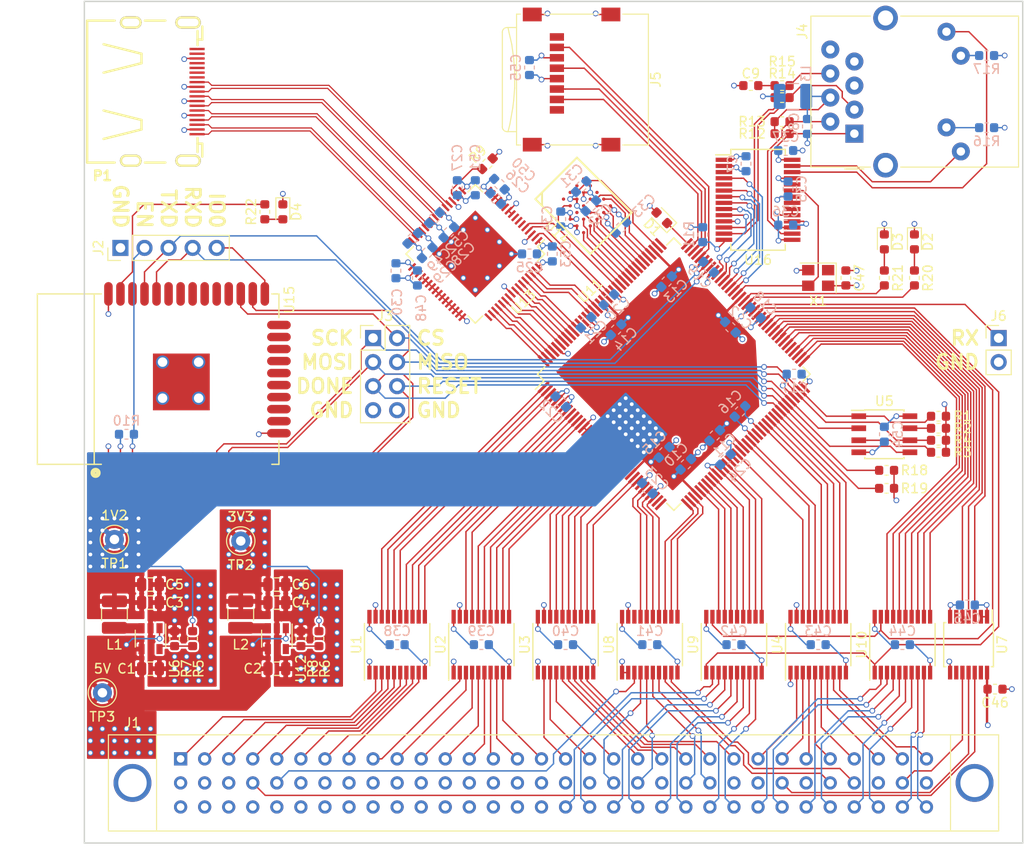
<source format=kicad_pcb>
(kicad_pcb (version 20171130) (host pcbnew 5.0.1)
  (layers (0 F.Cu signal) (1 "In1.Cu(GND)" power hide) (2 "In2.Cu(PWR)" power hide) (31 B.Cu signal) (34 B.Paste user) (35 F.Paste user) (36 B.SilkS user) (37 F.SilkS user) (38 B.Mask user) (39 F.Mask user) (44 Edge.Cuts user))
  (net 0 "")
  (net 1 A5)
  (net 2 A4)
  (net 3 A3)
  (net 4 A2)
  (net 5 A1)
  (net 6 A0)
  (net 7 A6)
  (net 8 A7)
  (net 9 GND)
  (net 10 LV_A7)
  (net 11 LV_A6)
  (net 12 LV_A0)
  (net 13 LV_A1)
  (net 14 LV_A2)
  (net 15 LV_A3)
  (net 16 LV_A4)
  (net 17 LV_A5)
  (net 18 LV_A8)
  (net 19 LV_A9)
  (net 20 LV_A10)
  (net 21 LV_A11)
  (net 22 LV_A12)
  (net 23 LV_A13)
  (net 24 LV_A14)
  (net 25 LV_A15)
  (net 26 A15)
  (net 27 A14)
  (net 28 A13)
  (net 29 A12)
  (net 30 A11)
  (net 31 A10)
  (net 32 A9)
  (net 33 A8)
  (net 34 A16)
  (net 35 A17)
  (net 36 A18)
  (net 37 A19)
  (net 38 A20)
  (net 39 A21)
  (net 40 A22)
  (net 41 A23)
  (net 42 LV_A23)
  (net 43 LV_A22)
  (net 44 LV_A21)
  (net 45 LV_A20)
  (net 46 LV_A19)
  (net 47 LV_A18)
  (net 48 LV_A17)
  (net 49 LV_A16)
  (net 50 LV_A24)
  (net 51 LV_A25)
  (net 52 LV_A26)
  (net 53 LV_A27)
  (net 54 LV_A28)
  (net 55 LV_A29)
  (net 56 LV_A30)
  (net 57 LV_A31)
  (net 58 A31)
  (net 59 A30)
  (net 60 A29)
  (net 61 A28)
  (net 62 A27)
  (net 63 A26)
  (net 64 A25)
  (net 65 A24)
  (net 66 "/IO Buffers/DDIR")
  (net 67 "/IO Buffers/DOE")
  (net 68 +3V3)
  (net 69 LV_RESET)
  (net 70 LV_DSACK1)
  (net 71 LV_MIRQ)
  (net 72 MIRQ)
  (net 73 DSACK1)
  (net 74 RESET)
  (net 75 +5V)
  (net 76 SIZ1)
  (net 77 SIZ0)
  (net 78 DS)
  (net 79 AS)
  (net 80 FC1)
  (net 81 FC0)
  (net 82 RW)
  (net 83 LV_RW)
  (net 84 LV_FC0)
  (net 85 LV_FC1)
  (net 86 LV_AS)
  (net 87 LV_DS)
  (net 88 LV_SIZ0)
  (net 89 LV_SIZ1)
  (net 90 "Net-(U8-Pad18)")
  (net 91 D16)
  (net 92 D17)
  (net 93 D18)
  (net 94 D19)
  (net 95 D20)
  (net 96 D21)
  (net 97 D22)
  (net 98 D23)
  (net 99 LV_D23)
  (net 100 LV_D22)
  (net 101 LV_D21)
  (net 102 LV_D20)
  (net 103 LV_D19)
  (net 104 LV_D18)
  (net 105 LV_D17)
  (net 106 LV_D16)
  (net 107 LV_D26)
  (net 108 LV_D25)
  (net 109 LV_D24)
  (net 110 LV_D27)
  (net 111 LV_D28)
  (net 112 LV_D29)
  (net 113 LV_D30)
  (net 114 LV_D31)
  (net 115 D31)
  (net 116 D30)
  (net 117 D29)
  (net 118 D28)
  (net 119 D27)
  (net 120 D24)
  (net 121 D25)
  (net 122 D26)
  (net 123 "Net-(U11-Pad35)")
  (net 124 "Net-(U11-Pad36)")
  (net 125 "Net-(U11-Pad50)")
  (net 126 "Net-(U11-Pad51)")
  (net 127 "Net-(U11-Pad58)")
  (net 128 "Net-(U11-Pad77)")
  (net 129 "Net-(U11-Pad109)")
  (net 130 "Net-(U11-Pad133)")
  (net 131 "Net-(J1-PadB7)")
  (net 132 "Net-(J1-PadB8)")
  (net 133 "Net-(J1-PadB10)")
  (net 134 "Net-(J1-PadB11)")
  (net 135 "Net-(J1-PadB13)")
  (net 136 "Net-(J1-PadB14)")
  (net 137 "Net-(J1-PadB16)")
  (net 138 "Net-(J1-PadB17)")
  (net 139 "Net-(J1-PadB25)")
  (net 140 "Net-(U7-Pad13)")
  (net 141 +1V2)
  (net 142 "Net-(D1-Pad1)")
  (net 143 "Net-(R2-Pad1)")
  (net 144 "Net-(R3-Pad1)")
  (net 145 "Net-(L1-Pad1)")
  (net 146 "Net-(L2-Pad1)")
  (net 147 "Net-(R5-Pad2)")
  (net 148 "Net-(R6-Pad2)")
  (net 149 CDONE)
  (net 150 CRESET_B)
  (net 151 "Net-(R9-Pad1)")
  (net 152 "Net-(U13-Pad11)")
  (net 153 "Net-(U13-Pad49)")
  (net 154 "Net-(P1-Pad19)")
  (net 155 "Net-(P1-Pad18)")
  (net 156 "Net-(P1-Pad16)")
  (net 157 "Net-(P1-Pad15)")
  (net 158 "Net-(P1-Pad14)")
  (net 159 "Net-(P1-Pad13)")
  (net 160 "Net-(U14-PadA4)")
  (net 161 "Net-(U14-PadB1)")
  (net 162 CLK25)
  (net 163 "Net-(X1-Pad1)")
  (net 164 "Net-(U15-Pad4)")
  (net 165 "Net-(U15-Pad5)")
  (net 166 "Net-(U15-Pad6)")
  (net 167 "Net-(U15-Pad7)")
  (net 168 "Net-(U15-Pad8)")
  (net 169 "Net-(U15-Pad9)")
  (net 170 "Net-(U15-Pad14)")
  (net 171 "Net-(U15-Pad16)")
  (net 172 "Net-(U15-Pad17)")
  (net 173 "Net-(U15-Pad18)")
  (net 174 "Net-(U15-Pad19)")
  (net 175 "Net-(U15-Pad20)")
  (net 176 "Net-(U15-Pad21)")
  (net 177 "Net-(U15-Pad22)")
  (net 178 "Net-(U15-Pad23)")
  (net 179 "Net-(U15-Pad24)")
  (net 180 "Net-(U15-Pad28)")
  (net 181 "Net-(U15-Pad29)")
  (net 182 "Net-(U15-Pad30)")
  (net 183 "Net-(U15-Pad31)")
  (net 184 "Net-(U15-Pad32)")
  (net 185 "Net-(U15-Pad33)")
  (net 186 "Net-(J5-Pad8)")
  (net 187 "Net-(J5-Pad1)")
  (net 188 "/IO Buffers/SD_DO")
  (net 189 "/IO Buffers/SD_CK")
  (net 190 "/IO Buffers/SD_DI")
  (net 191 "/IO Buffers/SD_CS")
  (net 192 ESP_RXD)
  (net 193 ESP_TXD)
  (net 194 "/Power & Flash/ESP_EN")
  (net 195 "/Power & Flash/ESP_IO0")
  (net 196 "/Power & Flash/SPI_SCK")
  (net 197 "/Power & Flash/SPI_CS")
  (net 198 "/Power & Flash/SPI_MOSI")
  (net 199 "/Power & Flash/SPI_MISO")
  (net 200 /HDMI/HDMI_TXC-)
  (net 201 /HDMI/HDMI_TXC+)
  (net 202 /HDMI/HDMI_TX0-)
  (net 203 /HDMI/HDMI_TX0+)
  (net 204 /HDMI/HDMI_TX1-)
  (net 205 /HDMI/HDMI_TX1+)
  (net 206 /HDMI/HDMI_TX2-)
  (net 207 /HDMI/HDMI_TX2+)
  (net 208 /HDMI/RAM_CS)
  (net 209 /HDMI/RAM_DQ2)
  (net 210 /HDMI/RAM_DQ4)
  (net 211 /HDMI/RAM_DQ3)
  (net 212 /HDMI/RAM_DQ0)
  (net 213 /HDMI/RAM_DQ5)
  (net 214 /HDMI/RAM_RWDS)
  (net 215 /HDMI/RAM_DQ6)
  (net 216 /HDMI/RAM_DQ1)
  (net 217 /HDMI/RAM_DQ7)
  (net 218 /HDMI/RAM_CK)
  (net 219 /HDMI/HDMI_VSYNC)
  (net 220 /HDMI/HDMI_HSYNC)
  (net 221 /HDMI/HDMI_DE)
  (net 222 /HDMI/HDMI_DAT0)
  (net 223 /HDMI/HDMI_DAT1)
  (net 224 /HDMI/HDMI_DAT2)
  (net 225 /HDMI/HDMI_DAT3)
  (net 226 /HDMI/HDMI_DAT4)
  (net 227 /HDMI/HDMI_DAT5)
  (net 228 /HDMI/HDMI_CLK)
  (net 229 /HDMI/HDMI_DAT6)
  (net 230 /HDMI/HDMI_DAT7)
  (net 231 /HDMI/HDMI_DAT8)
  (net 232 /HDMI/HDMI_DAT9)
  (net 233 /HDMI/HDMI_DAT10)
  (net 234 /HDMI/HDMI_DAT11)
  (net 235 "Net-(U15-Pad36)")
  (net 236 "Net-(U13-Pad6)")
  (net 237 "Net-(U13-Pad7)")
  (net 238 "Net-(U13-Pad8)")
  (net 239 "Net-(J4-PadR5)")
  (net 240 "Net-(J4-PadR7)")
  (net 241 "Net-(J4-PadL2)")
  (net 242 "Net-(J4-PadL3)")
  (net 243 "Net-(U16-Pad3)")
  (net 244 "Net-(U16-Pad5)")
  (net 245 ETH_SO)
  (net 246 ETH_SI)
  (net 247 ETH_CK)
  (net 248 ETH_CS)
  (net 249 "Net-(R11-Pad2)")
  (net 250 "Net-(U16-Pad24)")
  (net 251 "Net-(C7-Pad1)")
  (net 252 /Ethernet/TCT)
  (net 253 "Net-(C9-Pad2)")
  (net 254 /Ethernet/TD+)
  (net 255 /Ethernet/TD-)
  (net 256 /Ethernet/RD+)
  (net 257 /Ethernet/RD-)
  (net 258 KBD_RX)
  (net 259 ETH_RESET)
  (net 260 ETH_INT)
  (net 261 "Net-(J1-PadB2)")
  (net 262 "Net-(J1-PadC1)")
  (net 263 "Net-(J1-PadC2)")
  (net 264 "Net-(J1-PadC3)")
  (net 265 "Net-(J1-PadC4)")
  (net 266 "Net-(J1-PadC5)")
  (net 267 "Net-(J1-PadC6)")
  (net 268 "Net-(J1-PadC7)")
  (net 269 "Net-(J1-PadC8)")
  (net 270 "Net-(J1-PadC9)")
  (net 271 "Net-(J1-PadC10)")
  (net 272 "Net-(J1-PadC11)")
  (net 273 "Net-(J1-PadC12)")
  (net 274 "Net-(J1-PadC13)")
  (net 275 "Net-(J1-PadC14)")
  (net 276 "Net-(J1-PadC15)")
  (net 277 "Net-(J1-PadC16)")
  (net 278 /Ethernet/LED_B)
  (net 279 /Ethernet/LED_A)
  (net 280 "Net-(D2-Pad2)")
  (net 281 "Net-(D3-Pad2)")
  (net 282 "Net-(D4-Pad2)")
  (net 283 LED0)
  (net 284 LED1)
  (net 285 ESP_LED)
  (module Resistor_SMD:R_0603_1608Metric (layer F.Cu) (at 69.215 53.975 45)
    (fp_text reference R9 (at 0 -1.43 45) (layer F.SilkS))
    (fp_text value 510R hide)
    (pad 1 smd roundrect (at -0.787501 0 45) (size 0.875 0.95) (layers F.Cu F.Paste F.Mask) (net 151 "Net-(R9-Pad1)"))
    (pad 2 smd roundrect (at 0.787501 0 45) (size 0.875 0.95) (layers F.Cu F.Paste F.Mask) (net 68 +3V3))
  )
  (module parts:TFBGA25 (layer F.Cu) (at 79.375 58.42 135)
    (fp_text reference U14 (at 0 -4 135) (layer F.SilkS))
    (fp_text value IS66WVH8M8BLL-100B1LI hide)
    (pad E5 smd circle (at -2 2 315) (size 0.35 0.35) (layers F.Cu F.Paste F.Mask) (net 9 GND))
    (pad E4 smd circle (at -2 1 315) (size 0.35 0.35) (layers F.Cu F.Paste F.Mask) (net 68 +3V3))
    (pad E3 smd circle (at -2.000001 0 315) (size 0.35 0.35) (layers F.Cu F.Paste F.Mask) (net 213 /HDMI/RAM_DQ5))
    (pad E2 smd circle (at -2 -1 315) (size 0.35 0.35) (layers F.Cu F.Paste F.Mask) (net 215 /HDMI/RAM_DQ6))
    (pad E1 smd circle (at -2 -2 315) (size 0.35 0.35) (layers F.Cu F.Paste F.Mask) (net 217 /HDMI/RAM_DQ7))
    (pad D1 smd circle (at -1 -2 315) (size 0.35 0.35) (layers F.Cu F.Paste F.Mask) (net 68 +3V3))
    (pad D2 smd circle (at -1 -1 315) (size 0.35 0.35) (layers F.Cu F.Paste F.Mask) (net 216 /HDMI/RAM_DQ1))
    (pad D3 smd circle (at -1 0 315) (size 0.35 0.35) (layers F.Cu F.Paste F.Mask) (net 212 /HDMI/RAM_DQ0))
    (pad D4 smd circle (at -1 1 315) (size 0.35 0.35) (layers F.Cu F.Paste F.Mask) (net 211 /HDMI/RAM_DQ3))
    (pad D5 smd circle (at -1 2 315) (size 0.35 0.35) (layers F.Cu F.Paste F.Mask) (net 210 /HDMI/RAM_DQ4))
    (pad C5 smd circle (at 0 2.000001 315) (size 0.35 0.35) (layers F.Cu F.Paste F.Mask))
    (pad C4 smd circle (at 0 1 315) (size 0.35 0.35) (layers F.Cu F.Paste F.Mask) (net 209 /HDMI/RAM_DQ2))
    (pad C3 smd circle (at 0 0 315) (size 0.35 0.35) (layers F.Cu F.Paste F.Mask) (net 214 /HDMI/RAM_RWDS))
    (pad C2 smd circle (at 0 -1 315) (size 0.35 0.35) (layers F.Cu F.Paste F.Mask))
    (pad C1 smd circle (at 0 -2.000001 315) (size 0.35 0.35) (layers F.Cu F.Paste F.Mask) (net 9 GND))
    (pad B1 smd circle (at 1 -2 315) (size 0.35 0.35) (layers F.Cu F.Paste F.Mask) (net 161 "Net-(U14-PadB1)"))
    (pad B2 smd circle (at 1 -1 315) (size 0.35 0.35) (layers F.Cu F.Paste F.Mask) (net 218 /HDMI/RAM_CK))
    (pad B3 smd circle (at 1 0 315) (size 0.35 0.35) (layers F.Cu F.Paste F.Mask) (net 9 GND))
    (pad B4 smd circle (at 1 1 315) (size 0.35 0.35) (layers F.Cu F.Paste F.Mask) (net 68 +3V3))
    (pad B5 smd circle (at 1 2 315) (size 0.35 0.35) (layers F.Cu F.Paste F.Mask))
    (pad A5 smd circle (at 2 2 315) (size 0.35 0.35) (layers F.Cu F.Paste F.Mask))
    (pad A4 smd circle (at 2 1 315) (size 0.35 0.35) (layers F.Cu F.Paste F.Mask) (net 160 "Net-(U14-PadA4)"))
    (pad A3 smd circle (at 2.000001 0 315) (size 0.35 0.35) (layers F.Cu F.Paste F.Mask) (net 208 /HDMI/RAM_CS))
    (pad A2 smd circle (at 2 -1 315) (size 0.35 0.35) (layers F.Cu F.Paste F.Mask))
  )
  (module Package_QFP:LQFP-64-1EP_10x10mm_P0.5mm_EP6.5x6.5mm (layer F.Cu) (at 67.945 63.5 225)
    (fp_text reference U13 (at 0 -7.2 225) (layer F.SilkS))
    (fp_text value TFP410PAP hide)
    (pad 1 smd rect (at -5.7 -3.75 225) (size 1 0.25) (layers F.Cu F.Paste F.Mask) (net 68 +3V3))
    (pad 2 smd rect (at -5.7 -3.25 225) (size 1 0.25) (layers F.Cu F.Paste F.Mask) (net 221 /HDMI/HDMI_DE))
    (pad 3 smd rect (at -5.7 -2.75 225) (size 1 0.25) (layers F.Cu F.Paste F.Mask) (net 68 +3V3))
    (pad 4 smd rect (at -5.7 -2.25 225) (size 1 0.25) (layers F.Cu F.Paste F.Mask) (net 220 /HDMI/HDMI_HSYNC))
    (pad 5 smd rect (at -5.7 -1.75 225) (size 1 0.25) (layers F.Cu F.Paste F.Mask) (net 219 /HDMI/HDMI_VSYNC))
    (pad 6 smd rect (at -5.7 -1.25 225) (size 1 0.25) (layers F.Cu F.Paste F.Mask) (net 236 "Net-(U13-Pad6)"))
    (pad 7 smd rect (at -5.7 -0.75 225) (size 1 0.25) (layers F.Cu F.Paste F.Mask) (net 237 "Net-(U13-Pad7)"))
    (pad 8 smd rect (at -5.7 -0.25 225) (size 1 0.25) (layers F.Cu F.Paste F.Mask) (net 238 "Net-(U13-Pad8)"))
    (pad 9 smd rect (at -5.7 0.25 225) (size 1 0.25) (layers F.Cu F.Paste F.Mask) (net 68 +3V3))
    (pad 10 smd rect (at -5.7 0.75 225) (size 1 0.25) (layers F.Cu F.Paste F.Mask) (net 68 +3V3))
    (pad 11 smd rect (at -5.7 1.25 225) (size 1 0.25) (layers F.Cu F.Paste F.Mask) (net 152 "Net-(U13-Pad11)"))
    (pad 12 smd rect (at -5.7 1.75 225) (size 1 0.25) (layers F.Cu F.Paste F.Mask) (net 68 +3V3))
    (pad 13 smd rect (at -5.7 2.25 225) (size 1 0.25) (layers F.Cu F.Paste F.Mask) (net 9 GND))
    (pad 14 smd rect (at -5.7 2.75 225) (size 1 0.25) (layers F.Cu F.Paste F.Mask) (net 9 GND))
    (pad 15 smd rect (at -5.7 3.25 225) (size 1 0.25) (layers F.Cu F.Paste F.Mask) (net 9 GND))
    (pad 16 smd rect (at -5.7 3.75 225) (size 1 0.25) (layers F.Cu F.Paste F.Mask) (net 9 GND))
    (pad 17 smd rect (at -3.75 5.7 315) (size 1 0.25) (layers F.Cu F.Paste F.Mask) (net 9 GND))
    (pad 18 smd rect (at -3.25 5.7 315) (size 1 0.25) (layers F.Cu F.Paste F.Mask) (net 68 +3V3))
    (pad 19 smd rect (at -2.75 5.7 315) (size 1 0.25) (layers F.Cu F.Paste F.Mask) (net 151 "Net-(R9-Pad1)"))
    (pad 20 smd rect (at -2.25 5.7 315) (size 1 0.25) (layers F.Cu F.Paste F.Mask) (net 9 GND))
    (pad 21 smd rect (at -1.75 5.7 315) (size 1 0.25) (layers F.Cu F.Paste F.Mask) (net 200 /HDMI/HDMI_TXC-))
    (pad 22 smd rect (at -1.25 5.7 315) (size 1 0.25) (layers F.Cu F.Paste F.Mask) (net 201 /HDMI/HDMI_TXC+))
    (pad 23 smd rect (at -0.75 5.7 315) (size 1 0.25) (layers F.Cu F.Paste F.Mask) (net 68 +3V3))
    (pad 24 smd rect (at -0.25 5.7 315) (size 1 0.25) (layers F.Cu F.Paste F.Mask) (net 202 /HDMI/HDMI_TX0-))
    (pad 25 smd rect (at 0.25 5.7 315) (size 1 0.25) (layers F.Cu F.Paste F.Mask) (net 203 /HDMI/HDMI_TX0+))
    (pad 26 smd rect (at 0.75 5.7 315) (size 1 0.25) (layers F.Cu F.Paste F.Mask) (net 9 GND))
    (pad 27 smd rect (at 1.25 5.7 315) (size 1 0.25) (layers F.Cu F.Paste F.Mask) (net 204 /HDMI/HDMI_TX1-))
    (pad 28 smd rect (at 1.75 5.7 315) (size 1 0.25) (layers F.Cu F.Paste F.Mask) (net 205 /HDMI/HDMI_TX1+))
    (pad 29 smd rect (at 2.25 5.7 315) (size 1 0.25) (layers F.Cu F.Paste F.Mask) (net 68 +3V3))
    (pad 30 smd rect (at 2.75 5.7 315) (size 1 0.25) (layers F.Cu F.Paste F.Mask) (net 206 /HDMI/HDMI_TX2-))
    (pad 31 smd rect (at 3.25 5.7 315) (size 1 0.25) (layers F.Cu F.Paste F.Mask) (net 207 /HDMI/HDMI_TX2+))
    (pad 32 smd rect (at 3.75 5.7 315) (size 1 0.25) (layers F.Cu F.Paste F.Mask) (net 9 GND))
    (pad 33 smd rect (at 5.7 3.75 225) (size 1 0.25) (layers F.Cu F.Paste F.Mask) (net 68 +3V3))
    (pad 34 smd rect (at 5.7 3.25 225) (size 1 0.25) (layers F.Cu F.Paste F.Mask) (net 9 GND))
    (pad 35 smd rect (at 5.7 2.75 225) (size 1 0.25) (layers F.Cu F.Paste F.Mask) (net 9 GND))
    (pad 36 smd rect (at 5.7 2.25 225) (size 1 0.25) (layers F.Cu F.Paste F.Mask) (net 9 GND))
    (pad 37 smd rect (at 5.7 1.75 225) (size 1 0.25) (layers F.Cu F.Paste F.Mask) (net 9 GND))
    (pad 38 smd rect (at 5.7 1.25 225) (size 1 0.25) (layers F.Cu F.Paste F.Mask) (net 9 GND))
    (pad 39 smd rect (at 5.7 0.75 225) (size 1 0.25) (layers F.Cu F.Paste F.Mask) (net 9 GND))
    (pad 40 smd rect (at 5.7 0.25 225) (size 1 0.25) (layers F.Cu F.Paste F.Mask) (net 9 GND))
    (pad 41 smd rect (at 5.7 -0.25 225) (size 1 0.25) (layers F.Cu F.Paste F.Mask) (net 9 GND))
    (pad 42 smd rect (at 5.7 -0.75 225) (size 1 0.25) (layers F.Cu F.Paste F.Mask) (net 9 GND))
    (pad 43 smd rect (at 5.7 -1.25 225) (size 1 0.25) (layers F.Cu F.Paste F.Mask) (net 9 GND))
    (pad 44 smd rect (at 5.7 -1.75 225) (size 1 0.25) (layers F.Cu F.Paste F.Mask) (net 9 GND))
    (pad 45 smd rect (at 5.7 -2.25 225) (size 1 0.25) (layers F.Cu F.Paste F.Mask) (net 9 GND))
    (pad 46 smd rect (at 5.7 -2.75 225) (size 1 0.25) (layers F.Cu F.Paste F.Mask) (net 9 GND))
    (pad 47 smd rect (at 5.7 -3.25 225) (size 1 0.25) (layers F.Cu F.Paste F.Mask) (net 9 GND))
    (pad 48 smd rect (at 5.7 -3.75 225) (size 1 0.25) (layers F.Cu F.Paste F.Mask) (net 9 GND))
    (pad 49 smd rect (at 3.75 -5.7 315) (size 1 0.25) (layers F.Cu F.Paste F.Mask) (net 153 "Net-(U13-Pad49)"))
    (pad 50 smd rect (at 3.25 -5.7 315) (size 1 0.25) (layers F.Cu F.Paste F.Mask) (net 234 /HDMI/HDMI_DAT11))
    (pad 51 smd rect (at 2.75 -5.7 315) (size 1 0.25) (layers F.Cu F.Paste F.Mask) (net 233 /HDMI/HDMI_DAT10))
    (pad 52 smd rect (at 2.25 -5.7 315) (size 1 0.25) (layers F.Cu F.Paste F.Mask) (net 232 /HDMI/HDMI_DAT9))
    (pad 53 smd rect (at 1.75 -5.7 315) (size 1 0.25) (layers F.Cu F.Paste F.Mask) (net 231 /HDMI/HDMI_DAT8))
    (pad 54 smd rect (at 1.25 -5.7 315) (size 1 0.25) (layers F.Cu F.Paste F.Mask) (net 230 /HDMI/HDMI_DAT7))
    (pad 55 smd rect (at 0.75 -5.7 315) (size 1 0.25) (layers F.Cu F.Paste F.Mask) (net 229 /HDMI/HDMI_DAT6))
    (pad 56 smd rect (at 0.25 -5.7 315) (size 1 0.25) (layers F.Cu F.Paste F.Mask) (net 9 GND))
    (pad 57 smd rect (at -0.25 -5.7 315) (size 1 0.25) (layers F.Cu F.Paste F.Mask) (net 228 /HDMI/HDMI_CLK))
    (pad 58 smd rect (at -0.75 -5.7 315) (size 1 0.25) (layers F.Cu F.Paste F.Mask) (net 227 /HDMI/HDMI_DAT5))
    (pad 59 smd rect (at -1.25 -5.7 315) (size 1 0.25) (layers F.Cu F.Paste F.Mask) (net 226 /HDMI/HDMI_DAT4))
    (pad 60 smd rect (at -1.75 -5.7 315) (size 1 0.25) (layers F.Cu F.Paste F.Mask) (net 225 /HDMI/HDMI_DAT3))
    (pad 61 smd rect (at -2.25 -5.7 315) (size 1 0.25) (layers F.Cu F.Paste F.Mask) (net 224 /HDMI/HDMI_DAT2))
    (pad 62 smd rect (at -2.75 -5.7 315) (size 1 0.25) (layers F.Cu F.Paste F.Mask) (net 223 /HDMI/HDMI_DAT1))
    (pad 63 smd rect (at -3.25 -5.7 315) (size 1 0.25) (layers F.Cu F.Paste F.Mask) (net 222 /HDMI/HDMI_DAT0))
    (pad 64 smd rect (at -3.75 -5.7 315) (size 1 0.25) (layers F.Cu F.Paste F.Mask) (net 9 GND))
    (pad 65 smd rect (at 0 0 225) (size 6.5 6.5) (layers F.Cu F.Mask) (net 9 GND))
  )
  (module Package_SO:TSSOP-20_4.4x6.5mm_P0.65mm (layer F.Cu) (at 59.69 104.775 90)
    (fp_text reference U1 (at 0 -4.3 90) (layer F.SilkS))
    (fp_text value 74LVC245 hide)
    (pad 1 smd rect (at -2.95 -2.925 90) (size 1.45 0.45) (layers F.Cu F.Paste F.Mask) (net 68 +3V3))
    (pad 2 smd rect (at -2.95 -2.275 90) (size 1.45 0.45) (layers F.Cu F.Paste F.Mask) (net 1 A5))
    (pad 3 smd rect (at -2.95 -1.625 90) (size 1.45 0.45) (layers F.Cu F.Paste F.Mask) (net 2 A4))
    (pad 4 smd rect (at -2.95 -0.975 90) (size 1.45 0.45) (layers F.Cu F.Paste F.Mask) (net 3 A3))
    (pad 5 smd rect (at -2.95 -0.325 90) (size 1.45 0.45) (layers F.Cu F.Paste F.Mask) (net 4 A2))
    (pad 6 smd rect (at -2.95 0.325 90) (size 1.45 0.45) (layers F.Cu F.Paste F.Mask) (net 5 A1))
    (pad 7 smd rect (at -2.95 0.975 90) (size 1.45 0.45) (layers F.Cu F.Paste F.Mask) (net 6 A0))
    (pad 8 smd rect (at -2.95 1.625 90) (size 1.45 0.45) (layers F.Cu F.Paste F.Mask) (net 7 A6))
    (pad 9 smd rect (at -2.95 2.275 90) (size 1.45 0.45) (layers F.Cu F.Paste F.Mask) (net 8 A7))
    (pad 10 smd rect (at -2.95 2.925 90) (size 1.45 0.45) (layers F.Cu F.Paste F.Mask) (net 9 GND))
    (pad 11 smd rect (at 2.95 2.925 90) (size 1.45 0.45) (layers F.Cu F.Paste F.Mask) (net 10 LV_A7))
    (pad 12 smd rect (at 2.95 2.275 90) (size 1.45 0.45) (layers F.Cu F.Paste F.Mask) (net 11 LV_A6))
    (pad 13 smd rect (at 2.95 1.625 90) (size 1.45 0.45) (layers F.Cu F.Paste F.Mask) (net 12 LV_A0))
    (pad 14 smd rect (at 2.95 0.975 90) (size 1.45 0.45) (layers F.Cu F.Paste F.Mask) (net 13 LV_A1))
    (pad 15 smd rect (at 2.95 0.325 90) (size 1.45 0.45) (layers F.Cu F.Paste F.Mask) (net 14 LV_A2))
    (pad 16 smd rect (at 2.95 -0.325 90) (size 1.45 0.45) (layers F.Cu F.Paste F.Mask) (net 15 LV_A3))
    (pad 17 smd rect (at 2.95 -0.975 90) (size 1.45 0.45) (layers F.Cu F.Paste F.Mask) (net 16 LV_A4))
    (pad 18 smd rect (at 2.95 -1.625 90) (size 1.45 0.45) (layers F.Cu F.Paste F.Mask) (net 17 LV_A5))
    (pad 19 smd rect (at 2.95 -2.275 90) (size 1.45 0.45) (layers F.Cu F.Paste F.Mask) (net 9 GND))
    (pad 20 smd rect (at 2.95 -2.925 90) (size 1.45 0.45) (layers F.Cu F.Paste F.Mask) (net 68 +3V3))
  )
  (module Package_SO:TSSOP-20_4.4x6.5mm_P0.65mm (layer F.Cu) (at 68.58 104.775 90)
    (fp_text reference U2 (at 0 -4.3 90) (layer F.SilkS))
    (fp_text value 74LVC245 hide)
    (pad 20 smd rect (at 2.95 -2.925 90) (size 1.45 0.45) (layers F.Cu F.Paste F.Mask) (net 68 +3V3))
    (pad 19 smd rect (at 2.95 -2.275 90) (size 1.45 0.45) (layers F.Cu F.Paste F.Mask) (net 9 GND))
    (pad 18 smd rect (at 2.95 -1.625 90) (size 1.45 0.45) (layers F.Cu F.Paste F.Mask) (net 18 LV_A8))
    (pad 17 smd rect (at 2.95 -0.975 90) (size 1.45 0.45) (layers F.Cu F.Paste F.Mask) (net 19 LV_A9))
    (pad 16 smd rect (at 2.95 -0.325 90) (size 1.45 0.45) (layers F.Cu F.Paste F.Mask) (net 20 LV_A10))
    (pad 15 smd rect (at 2.95 0.325 90) (size 1.45 0.45) (layers F.Cu F.Paste F.Mask) (net 21 LV_A11))
    (pad 14 smd rect (at 2.95 0.975 90) (size 1.45 0.45) (layers F.Cu F.Paste F.Mask) (net 22 LV_A12))
    (pad 13 smd rect (at 2.95 1.625 90) (size 1.45 0.45) (layers F.Cu F.Paste F.Mask) (net 23 LV_A13))
    (pad 12 smd rect (at 2.95 2.275 90) (size 1.45 0.45) (layers F.Cu F.Paste F.Mask) (net 24 LV_A14))
    (pad 11 smd rect (at 2.95 2.925 90) (size 1.45 0.45) (layers F.Cu F.Paste F.Mask) (net 25 LV_A15))
    (pad 10 smd rect (at -2.95 2.925 90) (size 1.45 0.45) (layers F.Cu F.Paste F.Mask) (net 9 GND))
    (pad 9 smd rect (at -2.95 2.275 90) (size 1.45 0.45) (layers F.Cu F.Paste F.Mask) (net 26 A15))
    (pad 8 smd rect (at -2.95 1.625 90) (size 1.45 0.45) (layers F.Cu F.Paste F.Mask) (net 27 A14))
    (pad 7 smd rect (at -2.95 0.975 90) (size 1.45 0.45) (layers F.Cu F.Paste F.Mask) (net 28 A13))
    (pad 6 smd rect (at -2.95 0.325 90) (size 1.45 0.45) (layers F.Cu F.Paste F.Mask) (net 29 A12))
    (pad 5 smd rect (at -2.95 -0.325 90) (size 1.45 0.45) (layers F.Cu F.Paste F.Mask) (net 30 A11))
    (pad 4 smd rect (at -2.95 -0.975 90) (size 1.45 0.45) (layers F.Cu F.Paste F.Mask) (net 31 A10))
    (pad 3 smd rect (at -2.95 -1.625 90) (size 1.45 0.45) (layers F.Cu F.Paste F.Mask) (net 32 A9))
    (pad 2 smd rect (at -2.95 -2.275 90) (size 1.45 0.45) (layers F.Cu F.Paste F.Mask) (net 33 A8))
    (pad 1 smd rect (at -2.95 -2.925 90) (size 1.45 0.45) (layers F.Cu F.Paste F.Mask) (net 68 +3V3))
  )
  (module Package_SO:TSSOP-20_4.4x6.5mm_P0.65mm (layer F.Cu) (at 77.47 104.775 90)
    (fp_text reference U3 (at 0 -4.3 90) (layer F.SilkS))
    (fp_text value 74LVC245 hide)
    (pad 1 smd rect (at -2.95 -2.925 90) (size 1.45 0.45) (layers F.Cu F.Paste F.Mask) (net 68 +3V3))
    (pad 2 smd rect (at -2.95 -2.275 90) (size 1.45 0.45) (layers F.Cu F.Paste F.Mask) (net 34 A16))
    (pad 3 smd rect (at -2.95 -1.625 90) (size 1.45 0.45) (layers F.Cu F.Paste F.Mask) (net 35 A17))
    (pad 4 smd rect (at -2.95 -0.975 90) (size 1.45 0.45) (layers F.Cu F.Paste F.Mask) (net 36 A18))
    (pad 5 smd rect (at -2.95 -0.325 90) (size 1.45 0.45) (layers F.Cu F.Paste F.Mask) (net 37 A19))
    (pad 6 smd rect (at -2.95 0.325 90) (size 1.45 0.45) (layers F.Cu F.Paste F.Mask) (net 38 A20))
    (pad 7 smd rect (at -2.95 0.975 90) (size 1.45 0.45) (layers F.Cu F.Paste F.Mask) (net 39 A21))
    (pad 8 smd rect (at -2.95 1.625 90) (size 1.45 0.45) (layers F.Cu F.Paste F.Mask) (net 40 A22))
    (pad 9 smd rect (at -2.95 2.275 90) (size 1.45 0.45) (layers F.Cu F.Paste F.Mask) (net 41 A23))
    (pad 10 smd rect (at -2.95 2.925 90) (size 1.45 0.45) (layers F.Cu F.Paste F.Mask) (net 9 GND))
    (pad 11 smd rect (at 2.95 2.925 90) (size 1.45 0.45) (layers F.Cu F.Paste F.Mask) (net 42 LV_A23))
    (pad 12 smd rect (at 2.95 2.275 90) (size 1.45 0.45) (layers F.Cu F.Paste F.Mask) (net 43 LV_A22))
    (pad 13 smd rect (at 2.95 1.625 90) (size 1.45 0.45) (layers F.Cu F.Paste F.Mask) (net 44 LV_A21))
    (pad 14 smd rect (at 2.95 0.975 90) (size 1.45 0.45) (layers F.Cu F.Paste F.Mask) (net 45 LV_A20))
    (pad 15 smd rect (at 2.95 0.325 90) (size 1.45 0.45) (layers F.Cu F.Paste F.Mask) (net 46 LV_A19))
    (pad 16 smd rect (at 2.95 -0.325 90) (size 1.45 0.45) (layers F.Cu F.Paste F.Mask) (net 47 LV_A18))
    (pad 17 smd rect (at 2.95 -0.975 90) (size 1.45 0.45) (layers F.Cu F.Paste F.Mask) (net 48 LV_A17))
    (pad 18 smd rect (at 2.95 -1.625 90) (size 1.45 0.45) (layers F.Cu F.Paste F.Mask) (net 49 LV_A16))
    (pad 19 smd rect (at 2.95 -2.275 90) (size 1.45 0.45) (layers F.Cu F.Paste F.Mask) (net 9 GND))
    (pad 20 smd rect (at 2.95 -2.925 90) (size 1.45 0.45) (layers F.Cu F.Paste F.Mask) (net 68 +3V3))
  )
  (module Package_SO:TSSOP-20_4.4x6.5mm_P0.65mm (layer F.Cu) (at 104.14 104.775 90)
    (fp_text reference U4 (at 0 -4.3 90) (layer F.SilkS))
    (fp_text value 74LVC245 hide)
    (pad 20 smd rect (at 2.95 -2.925 90) (size 1.45 0.45) (layers F.Cu F.Paste F.Mask) (net 68 +3V3))
    (pad 19 smd rect (at 2.95 -2.275 90) (size 1.45 0.45) (layers F.Cu F.Paste F.Mask) (net 9 GND))
    (pad 18 smd rect (at 2.95 -1.625 90) (size 1.45 0.45) (layers F.Cu F.Paste F.Mask) (net 50 LV_A24))
    (pad 17 smd rect (at 2.95 -0.975 90) (size 1.45 0.45) (layers F.Cu F.Paste F.Mask) (net 51 LV_A25))
    (pad 16 smd rect (at 2.95 -0.325 90) (size 1.45 0.45) (layers F.Cu F.Paste F.Mask) (net 52 LV_A26))
    (pad 15 smd rect (at 2.95 0.325 90) (size 1.45 0.45) (layers F.Cu F.Paste F.Mask) (net 53 LV_A27))
    (pad 14 smd rect (at 2.95 0.975 90) (size 1.45 0.45) (layers F.Cu F.Paste F.Mask) (net 54 LV_A28))
    (pad 13 smd rect (at 2.95 1.625 90) (size 1.45 0.45) (layers F.Cu F.Paste F.Mask) (net 55 LV_A29))
    (pad 12 smd rect (at 2.95 2.275 90) (size 1.45 0.45) (layers F.Cu F.Paste F.Mask) (net 56 LV_A30))
    (pad 11 smd rect (at 2.95 2.925 90) (size 1.45 0.45) (layers F.Cu F.Paste F.Mask) (net 57 LV_A31))
    (pad 10 smd rect (at -2.95 2.925 90) (size 1.45 0.45) (layers F.Cu F.Paste F.Mask) (net 9 GND))
    (pad 9 smd rect (at -2.95 2.275 90) (size 1.45 0.45) (layers F.Cu F.Paste F.Mask) (net 58 A31))
    (pad 8 smd rect (at -2.95 1.625 90) (size 1.45 0.45) (layers F.Cu F.Paste F.Mask) (net 59 A30))
    (pad 7 smd rect (at -2.95 0.975 90) (size 1.45 0.45) (layers F.Cu F.Paste F.Mask) (net 60 A29))
    (pad 6 smd rect (at -2.95 0.325 90) (size 1.45 0.45) (layers F.Cu F.Paste F.Mask) (net 61 A28))
    (pad 5 smd rect (at -2.95 -0.325 90) (size 1.45 0.45) (layers F.Cu F.Paste F.Mask) (net 62 A27))
    (pad 4 smd rect (at -2.95 -0.975 90) (size 1.45 0.45) (layers F.Cu F.Paste F.Mask) (net 63 A26))
    (pad 3 smd rect (at -2.95 -1.625 90) (size 1.45 0.45) (layers F.Cu F.Paste F.Mask) (net 64 A25))
    (pad 2 smd rect (at -2.95 -2.275 90) (size 1.45 0.45) (layers F.Cu F.Paste F.Mask) (net 65 A24))
    (pad 1 smd rect (at -2.95 -2.925 90) (size 1.45 0.45) (layers F.Cu F.Paste F.Mask) (net 68 +3V3))
  )
  (module Package_SO:TSSOP-14_4.4x5mm_P0.65mm (layer F.Cu) (at 120.015 104.775 270)
    (fp_text reference U7 (at 0 -3.55 270) (layer F.SilkS))
    (fp_text value TXS0104E hide)
    (pad 1 smd rect (at -2.95 -1.95 270) (size 1.45 0.45) (layers F.Cu F.Paste F.Mask) (net 68 +3V3))
    (pad 2 smd rect (at -2.95 -1.3 270) (size 1.45 0.45) (layers F.Cu F.Paste F.Mask) (net 68 +3V3))
    (pad 3 smd rect (at -2.95 -0.65 270) (size 1.45 0.45) (layers F.Cu F.Paste F.Mask) (net 69 LV_RESET))
    (pad 4 smd rect (at -2.95 0 270) (size 1.45 0.45) (layers F.Cu F.Paste F.Mask) (net 70 LV_DSACK1))
    (pad 5 smd rect (at -2.95 0.65 270) (size 1.45 0.45) (layers F.Cu F.Paste F.Mask) (net 71 LV_MIRQ))
    (pad 6 smd rect (at -2.95 1.3 270) (size 1.45 0.45) (layers F.Cu F.Paste F.Mask))
    (pad 7 smd rect (at -2.95 1.95 270) (size 1.45 0.45) (layers F.Cu F.Paste F.Mask) (net 9 GND))
    (pad 8 smd rect (at 2.95 1.95 270) (size 1.45 0.45) (layers F.Cu F.Paste F.Mask) (net 68 +3V3))
    (pad 9 smd rect (at 2.95 1.3 270) (size 1.45 0.45) (layers F.Cu F.Paste F.Mask))
    (pad 10 smd rect (at 2.95 0.65 270) (size 1.45 0.45) (layers F.Cu F.Paste F.Mask) (net 72 MIRQ))
    (pad 11 smd rect (at 2.95 0 270) (size 1.45 0.45) (layers F.Cu F.Paste F.Mask) (net 73 DSACK1))
    (pad 12 smd rect (at 2.95 -0.65 270) (size 1.45 0.45) (layers F.Cu F.Paste F.Mask) (net 74 RESET))
    (pad 13 smd rect (at 2.95 -1.3 270) (size 1.45 0.45) (layers F.Cu F.Paste F.Mask) (net 140 "Net-(U7-Pad13)"))
    (pad 14 smd rect (at 2.95 -1.95 270) (size 1.45 0.45) (layers F.Cu F.Paste F.Mask) (net 75 +5V))
  )
  (module Package_SO:TSSOP-20_4.4x6.5mm_P0.65mm (layer F.Cu) (at 86.36 104.775 90)
    (fp_text reference U8 (at 0 -4.3 90) (layer F.SilkS))
    (fp_text value 74LVC245 hide)
    (pad 1 smd rect (at -2.95 -2.925 90) (size 1.45 0.45) (layers F.Cu F.Paste F.Mask) (net 68 +3V3))
    (pad 2 smd rect (at -2.95 -2.275 90) (size 1.45 0.45) (layers F.Cu F.Paste F.Mask) (net 68 +3V3))
    (pad 3 smd rect (at -2.95 -1.625 90) (size 1.45 0.45) (layers F.Cu F.Paste F.Mask) (net 82 RW))
    (pad 4 smd rect (at -2.95 -0.975 90) (size 1.45 0.45) (layers F.Cu F.Paste F.Mask) (net 81 FC0))
    (pad 5 smd rect (at -2.95 -0.325 90) (size 1.45 0.45) (layers F.Cu F.Paste F.Mask) (net 80 FC1))
    (pad 6 smd rect (at -2.95 0.325 90) (size 1.45 0.45) (layers F.Cu F.Paste F.Mask) (net 79 AS))
    (pad 7 smd rect (at -2.95 0.975 90) (size 1.45 0.45) (layers F.Cu F.Paste F.Mask) (net 78 DS))
    (pad 8 smd rect (at -2.95 1.625 90) (size 1.45 0.45) (layers F.Cu F.Paste F.Mask) (net 77 SIZ0))
    (pad 9 smd rect (at -2.95 2.275 90) (size 1.45 0.45) (layers F.Cu F.Paste F.Mask) (net 76 SIZ1))
    (pad 10 smd rect (at -2.95 2.925 90) (size 1.45 0.45) (layers F.Cu F.Paste F.Mask) (net 9 GND))
    (pad 11 smd rect (at 2.95 2.925 90) (size 1.45 0.45) (layers F.Cu F.Paste F.Mask) (net 89 LV_SIZ1))
    (pad 12 smd rect (at 2.95 2.275 90) (size 1.45 0.45) (layers F.Cu F.Paste F.Mask) (net 88 LV_SIZ0))
    (pad 13 smd rect (at 2.95 1.625 90) (size 1.45 0.45) (layers F.Cu F.Paste F.Mask) (net 87 LV_DS))
    (pad 14 smd rect (at 2.95 0.975 90) (size 1.45 0.45) (layers F.Cu F.Paste F.Mask) (net 86 LV_AS))
    (pad 15 smd rect (at 2.95 0.325 90) (size 1.45 0.45) (layers F.Cu F.Paste F.Mask) (net 85 LV_FC1))
    (pad 16 smd rect (at 2.95 -0.325 90) (size 1.45 0.45) (layers F.Cu F.Paste F.Mask) (net 84 LV_FC0))
    (pad 17 smd rect (at 2.95 -0.975 90) (size 1.45 0.45) (layers F.Cu F.Paste F.Mask) (net 83 LV_RW))
    (pad 18 smd rect (at 2.95 -1.625 90) (size 1.45 0.45) (layers F.Cu F.Paste F.Mask) (net 90 "Net-(U8-Pad18)"))
    (pad 19 smd rect (at 2.95 -2.275 90) (size 1.45 0.45) (layers F.Cu F.Paste F.Mask) (net 9 GND))
    (pad 20 smd rect (at 2.95 -2.925 90) (size 1.45 0.45) (layers F.Cu F.Paste F.Mask) (net 68 +3V3))
  )
  (module Package_SO:TSSOP-20_4.4x6.5mm_P0.65mm (layer F.Cu) (at 95.25 104.775 90)
    (fp_text reference U9 (at 0 -4.3 90) (layer F.SilkS))
    (fp_text value 74LVC245 hide)
    (pad 1 smd rect (at -2.95 -2.925 90) (size 1.45 0.45) (layers F.Cu F.Paste F.Mask) (net 66 "/IO Buffers/DDIR"))
    (pad 2 smd rect (at -2.95 -2.275 90) (size 1.45 0.45) (layers F.Cu F.Paste F.Mask) (net 91 D16))
    (pad 3 smd rect (at -2.95 -1.625 90) (size 1.45 0.45) (layers F.Cu F.Paste F.Mask) (net 92 D17))
    (pad 4 smd rect (at -2.95 -0.975 90) (size 1.45 0.45) (layers F.Cu F.Paste F.Mask) (net 93 D18))
    (pad 5 smd rect (at -2.95 -0.325 90) (size 1.45 0.45) (layers F.Cu F.Paste F.Mask) (net 94 D19))
    (pad 6 smd rect (at -2.95 0.325 90) (size 1.45 0.45) (layers F.Cu F.Paste F.Mask) (net 95 D20))
    (pad 7 smd rect (at -2.95 0.975 90) (size 1.45 0.45) (layers F.Cu F.Paste F.Mask) (net 96 D21))
    (pad 8 smd rect (at -2.95 1.625 90) (size 1.45 0.45) (layers F.Cu F.Paste F.Mask) (net 97 D22))
    (pad 9 smd rect (at -2.95 2.275 90) (size 1.45 0.45) (layers F.Cu F.Paste F.Mask) (net 98 D23))
    (pad 10 smd rect (at -2.95 2.925 90) (size 1.45 0.45) (layers F.Cu F.Paste F.Mask) (net 9 GND))
    (pad 11 smd rect (at 2.95 2.925 90) (size 1.45 0.45) (layers F.Cu F.Paste F.Mask) (net 99 LV_D23))
    (pad 12 smd rect (at 2.95 2.275 90) (size 1.45 0.45) (layers F.Cu F.Paste F.Mask) (net 100 LV_D22))
    (pad 13 smd rect (at 2.95 1.625 90) (size 1.45 0.45) (layers F.Cu F.Paste F.Mask) (net 101 LV_D21))
    (pad 14 smd rect (at 2.95 0.975 90) (size 1.45 0.45) (layers F.Cu F.Paste F.Mask) (net 102 LV_D20))
    (pad 15 smd rect (at 2.95 0.325 90) (size 1.45 0.45) (layers F.Cu F.Paste F.Mask) (net 103 LV_D19))
    (pad 16 smd rect (at 2.95 -0.325 90) (size 1.45 0.45) (layers F.Cu F.Paste F.Mask) (net 104 LV_D18))
    (pad 17 smd rect (at 2.95 -0.975 90) (size 1.45 0.45) (layers F.Cu F.Paste F.Mask) (net 105 LV_D17))
    (pad 18 smd rect (at 2.95 -1.625 90) (size 1.45 0.45) (layers F.Cu F.Paste F.Mask) (net 106 LV_D16))
    (pad 19 smd rect (at 2.95 -2.275 90) (size 1.45 0.45) (layers F.Cu F.Paste F.Mask) (net 67 "/IO Buffers/DOE"))
    (pad 20 smd rect (at 2.95 -2.925 90) (size 1.45 0.45) (layers F.Cu F.Paste F.Mask) (net 68 +3V3))
  )
  (module Package_SO:TSSOP-20_4.4x6.5mm_P0.65mm (layer F.Cu) (at 113.03 104.775 90)
    (fp_text reference U10 (at 0 -4.3 90) (layer F.SilkS))
    (fp_text value 74LVC245 hide)
    (pad 20 smd rect (at 2.95 -2.925 90) (size 1.45 0.45) (layers F.Cu F.Paste F.Mask) (net 68 +3V3))
    (pad 19 smd rect (at 2.95 -2.275 90) (size 1.45 0.45) (layers F.Cu F.Paste F.Mask) (net 67 "/IO Buffers/DOE"))
    (pad 18 smd rect (at 2.95 -1.625 90) (size 1.45 0.45) (layers F.Cu F.Paste F.Mask) (net 107 LV_D26))
    (pad 17 smd rect (at 2.95 -0.975 90) (size 1.45 0.45) (layers F.Cu F.Paste F.Mask) (net 108 LV_D25))
    (pad 16 smd rect (at 2.95 -0.325 90) (size 1.45 0.45) (layers F.Cu F.Paste F.Mask) (net 109 LV_D24))
    (pad 15 smd rect (at 2.95 0.325 90) (size 1.45 0.45) (layers F.Cu F.Paste F.Mask) (net 110 LV_D27))
    (pad 14 smd rect (at 2.95 0.975 90) (size 1.45 0.45) (layers F.Cu F.Paste F.Mask) (net 111 LV_D28))
    (pad 13 smd rect (at 2.95 1.625 90) (size 1.45 0.45) (layers F.Cu F.Paste F.Mask) (net 112 LV_D29))
    (pad 12 smd rect (at 2.95 2.275 90) (size 1.45 0.45) (layers F.Cu F.Paste F.Mask) (net 113 LV_D30))
    (pad 11 smd rect (at 2.95 2.925 90) (size 1.45 0.45) (layers F.Cu F.Paste F.Mask) (net 114 LV_D31))
    (pad 10 smd rect (at -2.95 2.925 90) (size 1.45 0.45) (layers F.Cu F.Paste F.Mask) (net 9 GND))
    (pad 9 smd rect (at -2.95 2.275 90) (size 1.45 0.45) (layers F.Cu F.Paste F.Mask) (net 115 D31))
    (pad 8 smd rect (at -2.95 1.625 90) (size 1.45 0.45) (layers F.Cu F.Paste F.Mask) (net 116 D30))
    (pad 7 smd rect (at -2.95 0.975 90) (size 1.45 0.45) (layers F.Cu F.Paste F.Mask) (net 117 D29))
    (pad 6 smd rect (at -2.95 0.325 90) (size 1.45 0.45) (layers F.Cu F.Paste F.Mask) (net 118 D28))
    (pad 5 smd rect (at -2.95 -0.325 90) (size 1.45 0.45) (layers F.Cu F.Paste F.Mask) (net 119 D27))
    (pad 4 smd rect (at -2.95 -0.975 90) (size 1.45 0.45) (layers F.Cu F.Paste F.Mask) (net 120 D24))
    (pad 3 smd rect (at -2.95 -1.625 90) (size 1.45 0.45) (layers F.Cu F.Paste F.Mask) (net 121 D25))
    (pad 2 smd rect (at -2.95 -2.275 90) (size 1.45 0.45) (layers F.Cu F.Paste F.Mask) (net 122 D26))
    (pad 1 smd rect (at -2.95 -2.925 90) (size 1.45 0.45) (layers F.Cu F.Paste F.Mask) (net 66 "/IO Buffers/DDIR"))
  )
  (module Package_QFP:LQFP-144_20x20mm_P0.5mm (layer F.Cu) (at 88.9 76.2 45)
    (fp_text reference U11 (at 0 -12.475 45) (layer F.SilkS))
    (fp_text value iCE40HX4K-TQ144 hide)
    (pad 1 smd rect (at -10.7 -8.75 45) (size 1.55 0.3) (layers F.Cu F.Paste F.Mask) (net 17 LV_A5))
    (pad 2 smd rect (at -10.700001 -8.25 45) (size 1.55 0.3) (layers F.Cu F.Paste F.Mask) (net 16 LV_A4))
    (pad 3 smd rect (at -10.7 -7.75 45) (size 1.55 0.3) (layers F.Cu F.Paste F.Mask) (net 15 LV_A3))
    (pad 4 smd rect (at -10.7 -7.25 45) (size 1.55 0.3) (layers F.Cu F.Paste F.Mask) (net 14 LV_A2))
    (pad 5 smd rect (at -10.7 -6.75 45) (size 1.55 0.3) (layers F.Cu F.Paste F.Mask) (net 9 GND))
    (pad 6 smd rect (at -10.7 -6.25 45) (size 1.55 0.3) (layers F.Cu F.Paste F.Mask) (net 68 +3V3))
    (pad 7 smd rect (at -10.700001 -5.75 45) (size 1.55 0.3) (layers F.Cu F.Paste F.Mask) (net 13 LV_A1))
    (pad 8 smd rect (at -10.7 -5.25 45) (size 1.55 0.3) (layers F.Cu F.Paste F.Mask) (net 12 LV_A0))
    (pad 9 smd rect (at -10.7 -4.75 45) (size 1.55 0.3) (layers F.Cu F.Paste F.Mask) (net 11 LV_A6))
    (pad 10 smd rect (at -10.7 -4.25 45) (size 1.55 0.3) (layers F.Cu F.Paste F.Mask) (net 10 LV_A7))
    (pad 11 smd rect (at -10.7 -3.75 45) (size 1.55 0.3) (layers F.Cu F.Paste F.Mask) (net 18 LV_A8))
    (pad 12 smd rect (at -10.700001 -3.25 45) (size 1.55 0.3) (layers F.Cu F.Paste F.Mask) (net 19 LV_A9))
    (pad 13 smd rect (at -10.7 -2.75 45) (size 1.55 0.3) (layers F.Cu F.Paste F.Mask) (net 9 GND))
    (pad 14 smd rect (at -10.7 -2.25 45) (size 1.55 0.3) (layers F.Cu F.Paste F.Mask) (net 9 GND))
    (pad 15 smd rect (at -10.7 -1.749999 45) (size 1.55 0.3) (layers F.Cu F.Paste F.Mask) (net 20 LV_A10))
    (pad 16 smd rect (at -10.7 -1.25 45) (size 1.55 0.3) (layers F.Cu F.Paste F.Mask) (net 21 LV_A11))
    (pad 17 smd rect (at -10.7 -0.750001 45) (size 1.55 0.3) (layers F.Cu F.Paste F.Mask) (net 22 LV_A12))
    (pad 18 smd rect (at -10.7 -0.25 45) (size 1.55 0.3) (layers F.Cu F.Paste F.Mask) (net 23 LV_A13))
    (pad 19 smd rect (at -10.7 0.25 45) (size 1.55 0.3) (layers F.Cu F.Paste F.Mask) (net 24 LV_A14))
    (pad 20 smd rect (at -10.7 0.750001 45) (size 1.55 0.3) (layers F.Cu F.Paste F.Mask) (net 25 LV_A15))
    (pad 21 smd rect (at -10.7 1.25 45) (size 1.55 0.3) (layers F.Cu F.Paste F.Mask) (net 49 LV_A16))
    (pad 22 smd rect (at -10.7 1.749999 45) (size 1.55 0.3) (layers F.Cu F.Paste F.Mask) (net 48 LV_A17))
    (pad 23 smd rect (at -10.7 2.25 45) (size 1.55 0.3) (layers F.Cu F.Paste F.Mask) (net 47 LV_A18))
    (pad 24 smd rect (at -10.7 2.75 45) (size 1.55 0.3) (layers F.Cu F.Paste F.Mask) (net 46 LV_A19))
    (pad 25 smd rect (at -10.700001 3.25 45) (size 1.55 0.3) (layers F.Cu F.Paste F.Mask) (net 45 LV_A20))
    (pad 26 smd rect (at -10.7 3.75 45) (size 1.55 0.3) (layers F.Cu F.Paste F.Mask) (net 44 LV_A21))
    (pad 27 smd rect (at -10.7 4.25 45) (size 1.55 0.3) (layers F.Cu F.Paste F.Mask) (net 141 +1V2))
    (pad 28 smd rect (at -10.7 4.75 45) (size 1.55 0.3) (layers F.Cu F.Paste F.Mask) (net 43 LV_A22))
    (pad 29 smd rect (at -10.7 5.25 45) (size 1.55 0.3) (layers F.Cu F.Paste F.Mask) (net 42 LV_A23))
    (pad 30 smd rect (at -10.700001 5.75 45) (size 1.55 0.3) (layers F.Cu F.Paste F.Mask) (net 68 +3V3))
    (pad 31 smd rect (at -10.7 6.25 45) (size 1.55 0.3) (layers F.Cu F.Paste F.Mask) (net 83 LV_RW))
    (pad 32 smd rect (at -10.7 6.75 45) (size 1.55 0.3) (layers F.Cu F.Paste F.Mask) (net 84 LV_FC0))
    (pad 33 smd rect (at -10.7 7.25 45) (size 1.55 0.3) (layers F.Cu F.Paste F.Mask) (net 85 LV_FC1))
    (pad 34 smd rect (at -10.7 7.75 45) (size 1.55 0.3) (layers F.Cu F.Paste F.Mask) (net 86 LV_AS))
    (pad 35 smd rect (at -10.700001 8.25 45) (size 1.55 0.3) (layers F.Cu F.Paste F.Mask) (net 123 "Net-(U11-Pad35)"))
    (pad 36 smd rect (at -10.7 8.75 45) (size 1.55 0.3) (layers F.Cu F.Paste F.Mask) (net 124 "Net-(U11-Pad36)"))
    (pad 37 smd rect (at -8.75 10.7 135) (size 1.55 0.3) (layers F.Cu F.Paste F.Mask) (net 87 LV_DS))
    (pad 38 smd rect (at -8.25 10.700001 135) (size 1.55 0.3) (layers F.Cu F.Paste F.Mask) (net 88 LV_SIZ0))
    (pad 39 smd rect (at -7.75 10.7 135) (size 1.55 0.3) (layers F.Cu F.Paste F.Mask) (net 89 LV_SIZ1))
    (pad 40 smd rect (at -7.25 10.7 135) (size 1.55 0.3) (layers F.Cu F.Paste F.Mask) (net 141 +1V2))
    (pad 41 smd rect (at -6.75 10.7 135) (size 1.55 0.3) (layers F.Cu F.Paste F.Mask) (net 106 LV_D16))
    (pad 42 smd rect (at -6.25 10.7 135) (size 1.55 0.3) (layers F.Cu F.Paste F.Mask) (net 105 LV_D17))
    (pad 43 smd rect (at -5.75 10.700001 135) (size 1.55 0.3) (layers F.Cu F.Paste F.Mask) (net 104 LV_D18))
    (pad 44 smd rect (at -5.25 10.7 135) (size 1.55 0.3) (layers F.Cu F.Paste F.Mask) (net 103 LV_D19))
    (pad 45 smd rect (at -4.75 10.7 135) (size 1.55 0.3) (layers F.Cu F.Paste F.Mask) (net 102 LV_D20))
    (pad 46 smd rect (at -4.25 10.7 135) (size 1.55 0.3) (layers F.Cu F.Paste F.Mask) (net 68 +3V3))
    (pad 47 smd rect (at -3.75 10.7 135) (size 1.55 0.3) (layers F.Cu F.Paste F.Mask) (net 101 LV_D21))
    (pad 48 smd rect (at -3.25 10.700001 135) (size 1.55 0.3) (layers F.Cu F.Paste F.Mask) (net 100 LV_D22))
    (pad 49 smd rect (at -2.75 10.7 135) (size 1.55 0.3) (layers F.Cu F.Paste F.Mask) (net 99 LV_D23))
    (pad 50 smd rect (at -2.25 10.7 135) (size 1.55 0.3) (layers F.Cu F.Paste F.Mask) (net 125 "Net-(U11-Pad50)"))
    (pad 51 smd rect (at -1.749999 10.7 135) (size 1.55 0.3) (layers F.Cu F.Paste F.Mask) (net 126 "Net-(U11-Pad51)"))
    (pad 52 smd rect (at -1.25 10.7 135) (size 1.55 0.3) (layers F.Cu F.Paste F.Mask) (net 50 LV_A24))
    (pad 53 smd rect (at -0.750001 10.7 135) (size 1.55 0.3) (layers F.Cu F.Paste F.Mask) (net 9 GND))
    (pad 54 smd rect (at -0.25 10.7 135) (size 1.55 0.3) (layers F.Cu F.Paste F.Mask) (net 141 +1V2))
    (pad 55 smd rect (at 0.25 10.7 135) (size 1.55 0.3) (layers F.Cu F.Paste F.Mask) (net 51 LV_A25))
    (pad 56 smd rect (at 0.750001 10.7 135) (size 1.55 0.3) (layers F.Cu F.Paste F.Mask) (net 52 LV_A26))
    (pad 57 smd rect (at 1.25 10.7 135) (size 1.55 0.3) (layers F.Cu F.Paste F.Mask) (net 68 +3V3))
    (pad 58 smd rect (at 1.749999 10.7 135) (size 1.55 0.3) (layers F.Cu F.Paste F.Mask) (net 127 "Net-(U11-Pad58)"))
    (pad 59 smd rect (at 2.25 10.7 135) (size 1.55 0.3) (layers F.Cu F.Paste F.Mask) (net 9 GND))
    (pad 60 smd rect (at 2.75 10.7 135) (size 1.55 0.3) (layers F.Cu F.Paste F.Mask) (net 53 LV_A27))
    (pad 61 smd rect (at 3.25 10.700001 135) (size 1.55 0.3) (layers F.Cu F.Paste F.Mask) (net 54 LV_A28))
    (pad 62 smd rect (at 3.75 10.7 135) (size 1.55 0.3) (layers F.Cu F.Paste F.Mask) (net 55 LV_A29))
    (pad 63 smd rect (at 4.25 10.7 135) (size 1.55 0.3) (layers F.Cu F.Paste F.Mask) (net 56 LV_A30))
    (pad 64 smd rect (at 4.75 10.7 135) (size 1.55 0.3) (layers F.Cu F.Paste F.Mask) (net 57 LV_A31))
    (pad 65 smd rect (at 5.25 10.7 135) (size 1.55 0.3) (layers F.Cu F.Paste F.Mask) (net 149 CDONE))
    (pad 66 smd rect (at 5.75 10.700001 135) (size 1.55 0.3) (layers F.Cu F.Paste F.Mask) (net 150 CRESET_B))
    (pad 67 smd rect (at 6.25 10.7 135) (size 1.55 0.3) (layers F.Cu F.Paste F.Mask) (net 198 "/Power & Flash/SPI_MOSI"))
    (pad 68 smd rect (at 6.75 10.7 135) (size 1.55 0.3) (layers F.Cu F.Paste F.Mask) (net 199 "/Power & Flash/SPI_MISO"))
    (pad 69 smd rect (at 7.25 10.7 135) (size 1.55 0.3) (layers F.Cu F.Paste F.Mask) (net 9 GND))
    (pad 70 smd rect (at 7.75 10.7 135) (size 1.55 0.3) (layers F.Cu F.Paste F.Mask) (net 196 "/Power & Flash/SPI_SCK"))
    (pad 71 smd rect (at 8.25 10.700001 135) (size 1.55 0.3) (layers F.Cu F.Paste F.Mask) (net 197 "/Power & Flash/SPI_CS"))
    (pad 72 smd rect (at 8.75 10.7 135) (size 1.55 0.3) (layers F.Cu F.Paste F.Mask) (net 68 +3V3))
    (pad 73 smd rect (at 10.7 8.75 45) (size 1.55 0.3) (layers F.Cu F.Paste F.Mask) (net 107 LV_D26))
    (pad 74 smd rect (at 10.700001 8.25 45) (size 1.55 0.3) (layers F.Cu F.Paste F.Mask) (net 108 LV_D25))
    (pad 75 smd rect (at 10.7 7.75 45) (size 1.55 0.3) (layers F.Cu F.Paste F.Mask) (net 109 LV_D24))
    (pad 76 smd rect (at 10.7 7.25 45) (size 1.55 0.3) (layers F.Cu F.Paste F.Mask) (net 110 LV_D27))
    (pad 77 smd rect (at 10.7 6.75 45) (size 1.55 0.3) (layers F.Cu F.Paste F.Mask) (net 128 "Net-(U11-Pad77)"))
    (pad 78 smd rect (at 10.7 6.25 45) (size 1.55 0.3) (layers F.Cu F.Paste F.Mask) (net 111 LV_D28))
    (pad 79 smd rect (at 10.700001 5.75 45) (size 1.55 0.3) (layers F.Cu F.Paste F.Mask) (net 112 LV_D29))
    (pad 80 smd rect (at 10.7 5.25 45) (size 1.55 0.3) (layers F.Cu F.Paste F.Mask) (net 113 LV_D30))
    (pad 81 smd rect (at 10.7 4.75 45) (size 1.55 0.3) (layers F.Cu F.Paste F.Mask) (net 114 LV_D31))
    (pad 82 smd rect (at 10.7 4.25 45) (size 1.55 0.3) (layers F.Cu F.Paste F.Mask) (net 71 LV_MIRQ))
    (pad 83 smd rect (at 10.7 3.75 45) (size 1.55 0.3) (layers F.Cu F.Paste F.Mask) (net 70 LV_DSACK1))
    (pad 84 smd rect (at 10.700001 3.25 45) (size 1.55 0.3) (layers F.Cu F.Paste F.Mask) (net 69 LV_RESET))
    (pad 85 smd rect (at 10.7 2.75 45) (size 1.55 0.3) (layers F.Cu F.Paste F.Mask) (net 67 "/IO Buffers/DOE"))
    (pad 86 smd rect (at 10.7 2.25 45) (size 1.55 0.3) (layers F.Cu F.Paste F.Mask) (net 9 GND))
    (pad 87 smd rect (at 10.7 1.749999 45) (size 1.55 0.3) (layers F.Cu F.Paste F.Mask) (net 66 "/IO Buffers/DDIR"))
    (pad 88 smd rect (at 10.7 1.25 45) (size 1.55 0.3) (layers F.Cu F.Paste F.Mask) (net 258 KBD_RX))
    (pad 89 smd rect (at 10.7 0.750001 45) (size 1.55 0.3) (layers F.Cu F.Paste F.Mask) (net 68 +3V3))
    (pad 90 smd rect (at 10.7 0.25 45) (size 1.55 0.3) (layers F.Cu F.Paste F.Mask) (net 283 LED0))
    (pad 91 smd rect (at 10.7 -0.25 45) (size 1.55 0.3) (layers F.Cu F.Paste F.Mask) (net 284 LED1))
    (pad 92 smd rect (at 10.7 -0.750001 45) (size 1.55 0.3) (layers F.Cu F.Paste F.Mask) (net 141 +1V2))
    (pad 93 smd rect (at 10.7 -1.25 45) (size 1.55 0.3) (layers F.Cu F.Paste F.Mask) (net 162 CLK25))
    (pad 94 smd rect (at 10.7 -1.749999 45) (size 1.55 0.3) (layers F.Cu F.Paste F.Mask) (net 260 ETH_INT))
    (pad 95 smd rect (at 10.7 -2.25 45) (size 1.55 0.3) (layers F.Cu F.Paste F.Mask) (net 245 ETH_SO))
    (pad 96 smd rect (at 10.7 -2.75 45) (size 1.55 0.3) (layers F.Cu F.Paste F.Mask) (net 246 ETH_SI))
    (pad 97 smd rect (at 10.700001 -3.25 45) (size 1.55 0.3) (layers F.Cu F.Paste F.Mask) (net 247 ETH_CK))
    (pad 98 smd rect (at 10.7 -3.75 45) (size 1.55 0.3) (layers F.Cu F.Paste F.Mask) (net 248 ETH_CS))
    (pad 99 smd rect (at 10.7 -4.25 45) (size 1.55 0.3) (layers F.Cu F.Paste F.Mask) (net 259 ETH_RESET))
    (pad 100 smd rect (at 10.7 -4.75 45) (size 1.55 0.3) (layers F.Cu F.Paste F.Mask) (net 68 +3V3))
    (pad 101 smd rect (at 10.7 -5.25 45) (size 1.55 0.3) (layers F.Cu F.Paste F.Mask) (net 192 ESP_RXD))
    (pad 102 smd rect (at 10.700001 -5.75 45) (size 1.55 0.3) (layers F.Cu F.Paste F.Mask) (net 193 ESP_TXD))
    (pad 103 smd rect (at 10.7 -6.25 45) (size 1.55 0.3) (layers F.Cu F.Paste F.Mask) (net 9 GND))
    (pad 104 smd rect (at 10.7 -6.75 45) (size 1.55 0.3) (layers F.Cu F.Paste F.Mask) (net 188 "/IO Buffers/SD_DO"))
    (pad 105 smd rect (at 10.7 -7.25 45) (size 1.55 0.3) (layers F.Cu F.Paste F.Mask) (net 189 "/IO Buffers/SD_CK"))
    (pad 106 smd rect (at 10.7 -7.75 45) (size 1.55 0.3) (layers F.Cu F.Paste F.Mask) (net 190 "/IO Buffers/SD_DI"))
    (pad 107 smd rect (at 10.700001 -8.25 45) (size 1.55 0.3) (layers F.Cu F.Paste F.Mask) (net 191 "/IO Buffers/SD_CS"))
    (pad 108 smd rect (at 10.7 -8.75 45) (size 1.55 0.3) (layers F.Cu F.Paste F.Mask) (net 142 "Net-(D1-Pad1)"))
    (pad 109 smd rect (at 8.75 -10.7 135) (size 1.55 0.3) (layers F.Cu F.Paste F.Mask) (net 129 "Net-(U11-Pad109)"))
    (pad 110 smd rect (at 8.25 -10.700001 135) (size 1.55 0.3) (layers F.Cu F.Paste F.Mask) (net 208 /HDMI/RAM_CS))
    (pad 111 smd rect (at 7.75 -10.7 135) (size 1.55 0.3) (layers F.Cu F.Paste F.Mask) (net 141 +1V2))
    (pad 112 smd rect (at 7.25 -10.7 135) (size 1.55 0.3) (layers F.Cu F.Paste F.Mask) (net 209 /HDMI/RAM_DQ2))
    (pad 113 smd rect (at 6.75 -10.7 135) (size 1.55 0.3) (layers F.Cu F.Paste F.Mask) (net 210 /HDMI/RAM_DQ4))
    (pad 114 smd rect (at 6.25 -10.7 135) (size 1.55 0.3) (layers F.Cu F.Paste F.Mask) (net 211 /HDMI/RAM_DQ3))
    (pad 115 smd rect (at 5.75 -10.700001 135) (size 1.55 0.3) (layers F.Cu F.Paste F.Mask) (net 212 /HDMI/RAM_DQ0))
    (pad 116 smd rect (at 5.25 -10.7 135) (size 1.55 0.3) (layers F.Cu F.Paste F.Mask) (net 213 /HDMI/RAM_DQ5))
    (pad 117 smd rect (at 4.75 -10.7 135) (size 1.55 0.3) (layers F.Cu F.Paste F.Mask) (net 214 /HDMI/RAM_RWDS))
    (pad 118 smd rect (at 4.25 -10.7 135) (size 1.55 0.3) (layers F.Cu F.Paste F.Mask) (net 215 /HDMI/RAM_DQ6))
    (pad 119 smd rect (at 3.75 -10.7 135) (size 1.55 0.3) (layers F.Cu F.Paste F.Mask) (net 216 /HDMI/RAM_DQ1))
    (pad 120 smd rect (at 3.25 -10.700001 135) (size 1.55 0.3) (layers F.Cu F.Paste F.Mask) (net 217 /HDMI/RAM_DQ7))
    (pad 121 smd rect (at 2.75 -10.7 135) (size 1.55 0.3) (layers F.Cu F.Paste F.Mask) (net 218 /HDMI/RAM_CK))
    (pad 122 smd rect (at 2.25 -10.7 135) (size 1.55 0.3) (layers F.Cu F.Paste F.Mask) (net 219 /HDMI/HDMI_VSYNC))
    (pad 123 smd rect (at 1.749999 -10.7 135) (size 1.55 0.3) (layers F.Cu F.Paste F.Mask) (net 68 +3V3))
    (pad 124 smd rect (at 1.25 -10.7 135) (size 1.55 0.3) (layers F.Cu F.Paste F.Mask) (net 220 /HDMI/HDMI_HSYNC))
    (pad 125 smd rect (at 0.750001 -10.7 135) (size 1.55 0.3) (layers F.Cu F.Paste F.Mask) (net 221 /HDMI/HDMI_DE))
    (pad 126 smd rect (at 0.25 -10.7 135) (size 1.55 0.3) (layers F.Cu F.Paste F.Mask) (net 141 +1V2))
    (pad 127 smd rect (at -0.25 -10.7 135) (size 1.55 0.3) (layers F.Cu F.Paste F.Mask) (net 9 GND))
    (pad 128 smd rect (at -0.750001 -10.7 135) (size 1.55 0.3) (layers F.Cu F.Paste F.Mask) (net 222 /HDMI/HDMI_DAT0))
    (pad 129 smd rect (at -1.25 -10.7 135) (size 1.55 0.3) (layers F.Cu F.Paste F.Mask) (net 223 /HDMI/HDMI_DAT1))
    (pad 130 smd rect (at -1.749999 -10.7 135) (size 1.55 0.3) (layers F.Cu F.Paste F.Mask) (net 224 /HDMI/HDMI_DAT2))
    (pad 131 smd rect (at -2.25 -10.7 135) (size 1.55 0.3) (layers F.Cu F.Paste F.Mask) (net 68 +3V3))
    (pad 132 smd rect (at -2.75 -10.7 135) (size 1.55 0.3) (layers F.Cu F.Paste F.Mask) (net 9 GND))
    (pad 133 smd rect (at -3.25 -10.700001 135) (size 1.55 0.3) (layers F.Cu F.Paste F.Mask) (net 130 "Net-(U11-Pad133)"))
    (pad 134 smd rect (at -3.75 -10.7 135) (size 1.55 0.3) (layers F.Cu F.Paste F.Mask) (net 225 /HDMI/HDMI_DAT3))
    (pad 135 smd rect (at -4.25 -10.7 135) (size 1.55 0.3) (layers F.Cu F.Paste F.Mask) (net 226 /HDMI/HDMI_DAT4))
    (pad 136 smd rect (at -4.75 -10.7 135) (size 1.55 0.3) (layers F.Cu F.Paste F.Mask) (net 227 /HDMI/HDMI_DAT5))
    (pad 137 smd rect (at -5.25 -10.7 135) (size 1.55 0.3) (layers F.Cu F.Paste F.Mask) (net 228 /HDMI/HDMI_CLK))
    (pad 138 smd rect (at -5.75 -10.700001 135) (size 1.55 0.3) (layers F.Cu F.Paste F.Mask) (net 229 /HDMI/HDMI_DAT6))
    (pad 139 smd rect (at -6.25 -10.7 135) (size 1.55 0.3) (layers F.Cu F.Paste F.Mask) (net 230 /HDMI/HDMI_DAT7))
    (pad 140 smd rect (at -6.75 -10.7 135) (size 1.55 0.3) (layers F.Cu F.Paste F.Mask) (net 9 GND))
    (pad 141 smd rect (at -7.25 -10.7 135) (size 1.55 0.3) (layers F.Cu F.Paste F.Mask) (net 231 /HDMI/HDMI_DAT8))
    (pad 142 smd rect (at -7.75 -10.7 135) (size 1.55 0.3) (layers F.Cu F.Paste F.Mask) (net 232 /HDMI/HDMI_DAT9))
    (pad 143 smd rect (at -8.25 -10.700001 135) (size 1.55 0.3) (layers F.Cu F.Paste F.Mask) (net 233 /HDMI/HDMI_DAT10))
    (pad 144 smd rect (at -8.75 -10.7 135) (size 1.55 0.3) (layers F.Cu F.Paste F.Mask) (net 234 /HDMI/HDMI_DAT11))
  )
  (module parts:C96ABCM (layer F.Cu) (at 36.83 116.84)
    (fp_text reference J1 (at -5.08 -3.81) (layer F.SilkS))
    (fp_text value C96)
    (pad 65 thru_hole circle (at -5.08 2.54) (size 4 4) (drill 3) (layers *.Cu *.Mask))
    (pad 66 thru_hole circle (at 83.82 2.54) (size 4 4) (drill 3) (layers *.Cu *.Mask))
    (pad A3 thru_hole circle (at 5.08 0) (size 1.4 1.4) (drill 0.8) (layers *.Cu *.Mask) (net 3 A3))
    (pad A4 thru_hole circle (at 7.62 0) (size 1.4 1.4) (drill 0.8) (layers *.Cu *.Mask) (net 4 A2))
    (pad A5 thru_hole circle (at 10.16 0) (size 1.4 1.4) (drill 0.8) (layers *.Cu *.Mask) (net 5 A1))
    (pad A6 thru_hole circle (at 12.7 0) (size 1.4 1.4) (drill 0.8) (layers *.Cu *.Mask) (net 6 A0))
    (pad A7 thru_hole circle (at 15.24 0) (size 1.4 1.4) (drill 0.8) (layers *.Cu *.Mask) (net 7 A6))
    (pad A8 thru_hole circle (at 17.78 0) (size 1.4 1.4) (drill 0.8) (layers *.Cu *.Mask) (net 8 A7))
    (pad A9 thru_hole circle (at 20.32 0) (size 1.4 1.4) (drill 0.8) (layers *.Cu *.Mask) (net 33 A8))
    (pad A10 thru_hole circle (at 22.86 0) (size 1.4 1.4) (drill 0.8) (layers *.Cu *.Mask) (net 32 A9))
    (pad A11 thru_hole circle (at 25.4 0) (size 1.4 1.4) (drill 0.8) (layers *.Cu *.Mask) (net 31 A10))
    (pad A12 thru_hole circle (at 27.94 0) (size 1.4 1.4) (drill 0.8) (layers *.Cu *.Mask) (net 30 A11))
    (pad A13 thru_hole circle (at 30.48 0) (size 1.4 1.4) (drill 0.8) (layers *.Cu *.Mask) (net 29 A12))
    (pad A14 thru_hole circle (at 33.02 0) (size 1.4 1.4) (drill 0.8) (layers *.Cu *.Mask) (net 28 A13))
    (pad A15 thru_hole circle (at 35.56 0) (size 1.4 1.4) (drill 0.8) (layers *.Cu *.Mask) (net 27 A14))
    (pad A16 thru_hole circle (at 38.1 0) (size 1.4 1.4) (drill 0.8) (layers *.Cu *.Mask) (net 26 A15))
    (pad A17 thru_hole circle (at 40.64 0) (size 1.4 1.4) (drill 0.8) (layers *.Cu *.Mask) (net 34 A16))
    (pad A18 thru_hole circle (at 43.18 0) (size 1.4 1.4) (drill 0.8) (layers *.Cu *.Mask) (net 35 A17))
    (pad A19 thru_hole circle (at 45.72 0) (size 1.4 1.4) (drill 0.8) (layers *.Cu *.Mask) (net 36 A18))
    (pad A20 thru_hole circle (at 48.26 0) (size 1.4 1.4) (drill 0.8) (layers *.Cu *.Mask) (net 37 A19))
    (pad A21 thru_hole circle (at 50.8 0) (size 1.4 1.4) (drill 0.8) (layers *.Cu *.Mask) (net 38 A20))
    (pad A22 thru_hole circle (at 53.34 0) (size 1.4 1.4) (drill 0.8) (layers *.Cu *.Mask) (net 39 A21))
    (pad A23 thru_hole circle (at 55.88 0) (size 1.4 1.4) (drill 0.8) (layers *.Cu *.Mask) (net 40 A22))
    (pad A24 thru_hole circle (at 58.42 0) (size 1.4 1.4) (drill 0.8) (layers *.Cu *.Mask) (net 41 A23))
    (pad A25 thru_hole circle (at 60.96 0) (size 1.4 1.4) (drill 0.8) (layers *.Cu *.Mask) (net 65 A24))
    (pad A26 thru_hole circle (at 63.5 0) (size 1.4 1.4) (drill 0.8) (layers *.Cu *.Mask) (net 64 A25))
    (pad A27 thru_hole circle (at 66.04 0) (size 1.4 1.4) (drill 0.8) (layers *.Cu *.Mask) (net 63 A26))
    (pad A28 thru_hole circle (at 68.58 0) (size 1.4 1.4) (drill 0.8) (layers *.Cu *.Mask) (net 62 A27))
    (pad A29 thru_hole circle (at 71.12 0) (size 1.4 1.4) (drill 0.8) (layers *.Cu *.Mask) (net 61 A28))
    (pad A30 thru_hole circle (at 73.66 0) (size 1.4 1.4) (drill 0.8) (layers *.Cu *.Mask) (net 60 A29))
    (pad A31 thru_hole circle (at 76.2 0) (size 1.4 1.4) (drill 0.8) (layers *.Cu *.Mask) (net 59 A30))
    (pad A32 thru_hole circle (at 78.74 0) (size 1.4 1.4) (drill 0.8) (layers *.Cu *.Mask) (net 58 A31))
    (pad A2 thru_hole circle (at 2.54 0) (size 1.4 1.4) (drill 0.8) (layers *.Cu *.Mask) (net 2 A4))
    (pad A1 thru_hole rect (at 0 0) (size 1.4 1.4) (drill 0.8) (layers *.Cu *.Mask) (net 1 A5))
    (pad B1 thru_hole circle (at 0 2.54) (size 1.4 1.4) (drill 0.8) (layers *.Cu *.Mask) (net 9 GND))
    (pad B2 thru_hole circle (at 2.54 2.54) (size 1.4 1.4) (drill 0.8) (layers *.Cu *.Mask) (net 261 "Net-(J1-PadB2)"))
    (pad B3 thru_hole circle (at 5.08 2.54) (size 1.4 1.4) (drill 0.8) (layers *.Cu *.Mask) (net 9 GND))
    (pad B4 thru_hole circle (at 7.62 2.54) (size 1.4 1.4) (drill 0.8) (layers *.Cu *.Mask) (net 74 RESET))
    (pad B5 thru_hole circle (at 10.16 2.54) (size 1.4 1.4) (drill 0.8) (layers *.Cu *.Mask) (net 82 RW))
    (pad B6 thru_hole circle (at 12.7 2.54) (size 1.4 1.4) (drill 0.8) (layers *.Cu *.Mask) (net 75 +5V))
    (pad B7 thru_hole circle (at 15.24 2.54) (size 1.4 1.4) (drill 0.8) (layers *.Cu *.Mask) (net 131 "Net-(J1-PadB7)"))
    (pad B8 thru_hole circle (at 17.78 2.54) (size 1.4 1.4) (drill 0.8) (layers *.Cu *.Mask) (net 132 "Net-(J1-PadB8)"))
    (pad B9 thru_hole circle (at 20.32 2.54) (size 1.4 1.4) (drill 0.8) (layers *.Cu *.Mask) (net 9 GND))
    (pad B10 thru_hole circle (at 22.86 2.54) (size 1.4 1.4) (drill 0.8) (layers *.Cu *.Mask) (net 133 "Net-(J1-PadB10)"))
    (pad B11 thru_hole circle (at 25.4 2.54) (size 1.4 1.4) (drill 0.8) (layers *.Cu *.Mask) (net 134 "Net-(J1-PadB11)"))
    (pad B12 thru_hole circle (at 27.94 2.54) (size 1.4 1.4) (drill 0.8) (layers *.Cu *.Mask) (net 75 +5V))
    (pad B13 thru_hole circle (at 30.48 2.54) (size 1.4 1.4) (drill 0.8) (layers *.Cu *.Mask) (net 135 "Net-(J1-PadB13)"))
    (pad B14 thru_hole circle (at 33.02 2.54) (size 1.4 1.4) (drill 0.8) (layers *.Cu *.Mask) (net 136 "Net-(J1-PadB14)"))
    (pad B15 thru_hole circle (at 35.56 2.54) (size 1.4 1.4) (drill 0.8) (layers *.Cu *.Mask) (net 9 GND))
    (pad B16 thru_hole circle (at 38.1 2.54) (size 1.4 1.4) (drill 0.8) (layers *.Cu *.Mask) (net 137 "Net-(J1-PadB16)"))
    (pad B17 thru_hole circle (at 40.64 2.54) (size 1.4 1.4) (drill 0.8) (layers *.Cu *.Mask) (net 138 "Net-(J1-PadB17)"))
    (pad B18 thru_hole circle (at 43.18 2.54) (size 1.4 1.4) (drill 0.8) (layers *.Cu *.Mask) (net 75 +5V))
    (pad B19 thru_hole circle (at 45.72 2.54) (size 1.4 1.4) (drill 0.8) (layers *.Cu *.Mask) (net 81 FC0))
    (pad B20 thru_hole circle (at 48.26 2.54) (size 1.4 1.4) (drill 0.8) (layers *.Cu *.Mask) (net 80 FC1))
    (pad B21 thru_hole circle (at 50.8 2.54) (size 1.4 1.4) (drill 0.8) (layers *.Cu *.Mask) (net 9 GND))
    (pad B22 thru_hole circle (at 53.34 2.54) (size 1.4 1.4) (drill 0.8) (layers *.Cu *.Mask) (net 79 AS))
    (pad B23 thru_hole circle (at 55.88 2.54) (size 1.4 1.4) (drill 0.8) (layers *.Cu *.Mask) (net 78 DS))
    (pad B24 thru_hole circle (at 58.42 2.54) (size 1.4 1.4) (drill 0.8) (layers *.Cu *.Mask) (net 75 +5V))
    (pad B25 thru_hole circle (at 60.96 2.54) (size 1.4 1.4) (drill 0.8) (layers *.Cu *.Mask) (net 139 "Net-(J1-PadB25)"))
    (pad B26 thru_hole circle (at 63.5 2.54) (size 1.4 1.4) (drill 0.8) (layers *.Cu *.Mask) (net 73 DSACK1))
    (pad B27 thru_hole circle (at 66.04 2.54) (size 1.4 1.4) (drill 0.8) (layers *.Cu *.Mask) (net 9 GND))
    (pad B28 thru_hole circle (at 68.58 2.54) (size 1.4 1.4) (drill 0.8) (layers *.Cu *.Mask) (net 77 SIZ0))
    (pad B29 thru_hole circle (at 71.12 2.54) (size 1.4 1.4) (drill 0.8) (layers *.Cu *.Mask) (net 76 SIZ1))
    (pad B30 thru_hole circle (at 73.66 2.54) (size 1.4 1.4) (drill 0.8) (layers *.Cu *.Mask) (net 75 +5V))
    (pad B31 thru_hole circle (at 76.2 2.54) (size 1.4 1.4) (drill 0.8) (layers *.Cu *.Mask) (net 72 MIRQ))
    (pad B32 thru_hole circle (at 78.74 2.54) (size 1.4 1.4) (drill 0.8) (layers *.Cu *.Mask) (net 75 +5V))
    (pad C1 thru_hole circle (at 0 5.08) (size 1.4 1.4) (drill 0.8) (layers *.Cu *.Mask) (net 262 "Net-(J1-PadC1)"))
    (pad C2 thru_hole circle (at 2.54 5.08) (size 1.4 1.4) (drill 0.8) (layers *.Cu *.Mask) (net 263 "Net-(J1-PadC2)"))
    (pad C3 thru_hole circle (at 5.08 5.08) (size 1.4 1.4) (drill 0.8) (layers *.Cu *.Mask) (net 264 "Net-(J1-PadC3)"))
    (pad C4 thru_hole circle (at 7.62 5.08) (size 1.4 1.4) (drill 0.8) (layers *.Cu *.Mask) (net 265 "Net-(J1-PadC4)"))
    (pad C5 thru_hole circle (at 10.16 5.08) (size 1.4 1.4) (drill 0.8) (layers *.Cu *.Mask) (net 266 "Net-(J1-PadC5)"))
    (pad C6 thru_hole circle (at 12.7 5.08) (size 1.4 1.4) (drill 0.8) (layers *.Cu *.Mask) (net 267 "Net-(J1-PadC6)"))
    (pad C7 thru_hole circle (at 15.24 5.08) (size 1.4 1.4) (drill 0.8) (layers *.Cu *.Mask) (net 268 "Net-(J1-PadC7)"))
    (pad C8 thru_hole circle (at 17.78 5.08) (size 1.4 1.4) (drill 0.8) (layers *.Cu *.Mask) (net 269 "Net-(J1-PadC8)"))
    (pad C9 thru_hole circle (at 20.32 5.08) (size 1.4 1.4) (drill 0.8) (layers *.Cu *.Mask) (net 270 "Net-(J1-PadC9)"))
    (pad C10 thru_hole circle (at 22.86 5.08) (size 1.4 1.4) (drill 0.8) (layers *.Cu *.Mask) (net 271 "Net-(J1-PadC10)"))
    (pad C11 thru_hole circle (at 25.4 5.08) (size 1.4 1.4) (drill 0.8) (layers *.Cu *.Mask) (net 272 "Net-(J1-PadC11)"))
    (pad C12 thru_hole circle (at 27.94 5.08) (size 1.4 1.4) (drill 0.8) (layers *.Cu *.Mask) (net 273 "Net-(J1-PadC12)"))
    (pad C13 thru_hole circle (at 30.48 5.08) (size 1.4 1.4) (drill 0.8) (layers *.Cu *.Mask) (net 274 "Net-(J1-PadC13)"))
    (pad C14 thru_hole circle (at 33.02 5.08) (size 1.4 1.4) (drill 0.8) (layers *.Cu *.Mask) (net 275 "Net-(J1-PadC14)"))
    (pad C15 thru_hole circle (at 35.56 5.08) (size 1.4 1.4) (drill 0.8) (layers *.Cu *.Mask) (net 276 "Net-(J1-PadC15)"))
    (pad C16 thru_hole circle (at 38.1 5.08) (size 1.4 1.4) (drill 0.8) (layers *.Cu *.Mask) (net 277 "Net-(J1-PadC16)"))
    (pad C17 thru_hole circle (at 40.64 5.08) (size 1.4 1.4) (drill 0.8) (layers *.Cu *.Mask) (net 91 D16))
    (pad C18 thru_hole circle (at 43.18 5.08) (size 1.4 1.4) (drill 0.8) (layers *.Cu *.Mask) (net 92 D17))
    (pad C19 thru_hole circle (at 45.72 5.08) (size 1.4 1.4) (drill 0.8) (layers *.Cu *.Mask) (net 93 D18))
    (pad C20 thru_hole circle (at 48.26 5.08) (size 1.4 1.4) (drill 0.8) (layers *.Cu *.Mask) (net 94 D19))
    (pad C21 thru_hole circle (at 50.8 5.08) (size 1.4 1.4) (drill 0.8) (layers *.Cu *.Mask) (net 95 D20))
    (pad C22 thru_hole circle (at 53.34 5.08) (size 1.4 1.4) (drill 0.8) (layers *.Cu *.Mask) (net 96 D21))
    (pad C23 thru_hole circle (at 55.88 5.08) (size 1.4 1.4) (drill 0.8) (layers *.Cu *.Mask) (net 97 D22))
    (pad C24 thru_hole circle (at 58.42 5.08) (size 1.4 1.4) (drill 0.8) (layers *.Cu *.Mask) (net 98 D23))
    (pad C25 thru_hole circle (at 60.96 5.08) (size 1.4 1.4) (drill 0.8) (layers *.Cu *.Mask) (net 122 D26))
    (pad C26 thru_hole circle (at 63.5 5.08) (size 1.4 1.4) (drill 0.8) (layers *.Cu *.Mask) (net 121 D25))
    (pad C27 thru_hole circle (at 66.04 5.08) (size 1.4 1.4) (drill 0.8) (layers *.Cu *.Mask) (net 120 D24))
    (pad C28 thru_hole circle (at 68.58 5.08) (size 1.4 1.4) (drill 0.8) (layers *.Cu *.Mask) (net 119 D27))
    (pad C29 thru_hole circle (at 71.12 5.08) (size 1.4 1.4) (drill 0.8) (layers *.Cu *.Mask) (net 118 D28))
    (pad C30 thru_hole circle (at 73.66 5.08) (size 1.4 1.4) (drill 0.8) (layers *.Cu *.Mask) (net 117 D29))
    (pad C31 thru_hole circle (at 76.2 5.08) (size 1.4 1.4) (drill 0.8) (layers *.Cu *.Mask) (net 116 D30))
    (pad C32 thru_hole circle (at 78.74 5.08) (size 1.4 1.4) (drill 0.8) (layers *.Cu *.Mask) (net 115 D31))
  )
  (module Resistor_SMD:R_0603_1608Metric (layer F.Cu) (at 116.84 80.645)
    (fp_text reference R1 (at 2.54 0) (layer F.SilkS))
    (fp_text value 10K hide)
    (pad 1 smd roundrect (at -0.7875 0) (size 0.875 0.95) (layers F.Cu F.Paste F.Mask) (net 197 "/Power & Flash/SPI_CS"))
    (pad 2 smd roundrect (at 0.7875 0) (size 0.875 0.95) (layers F.Cu F.Paste F.Mask) (net 68 +3V3))
  )
  (module Resistor_SMD:R_0603_1608Metric (layer F.Cu) (at 116.84 81.915)
    (fp_text reference R2 (at 2.54 0) (layer F.SilkS))
    (fp_text value 10K hide)
    (pad 2 smd roundrect (at 0.7875 0) (size 0.875 0.95) (layers F.Cu F.Paste F.Mask) (net 68 +3V3))
    (pad 1 smd roundrect (at -0.7875 0) (size 0.875 0.95) (layers F.Cu F.Paste F.Mask) (net 143 "Net-(R2-Pad1)"))
  )
  (module Resistor_SMD:R_0603_1608Metric (layer F.Cu) (at 116.84 84.455)
    (fp_text reference R3 (at 2.54 0) (layer F.SilkS))
    (fp_text value 10K hide)
    (pad 1 smd roundrect (at -0.7875 0) (size 0.875 0.95) (layers F.Cu F.Paste F.Mask) (net 144 "Net-(R3-Pad1)"))
    (pad 2 smd roundrect (at 0.7875 0) (size 0.875 0.95) (layers F.Cu F.Paste F.Mask) (net 68 +3V3))
  )
  (module Resistor_SMD:R_0603_1608Metric (layer F.Cu) (at 116.84 83.185)
    (fp_text reference R4 (at 2.54 0) (layer F.SilkS))
    (fp_text value 10K hide)
    (pad 2 smd roundrect (at 0.7875 0) (size 0.875 0.95) (layers F.Cu F.Paste F.Mask) (net 68 +3V3))
    (pad 1 smd roundrect (at -0.7875 0) (size 0.875 0.95) (layers F.Cu F.Paste F.Mask) (net 196 "/Power & Flash/SPI_SCK"))
  )
  (module Package_SO:SOIC-8_3.9x4.9mm_P1.27mm (layer F.Cu) (at 111.125 82.55)
    (fp_text reference U5 (at 0 -3.5) (layer F.SilkS))
    (fp_text value AT25xxx hide)
    (pad 1 smd rect (at -2.7 -1.905) (size 1.55 0.6) (layers F.Cu F.Paste F.Mask) (net 197 "/Power & Flash/SPI_CS"))
    (pad 2 smd rect (at -2.7 -0.635) (size 1.55 0.6) (layers F.Cu F.Paste F.Mask) (net 199 "/Power & Flash/SPI_MISO"))
    (pad 3 smd rect (at -2.7 0.635) (size 1.55 0.6) (layers F.Cu F.Paste F.Mask) (net 144 "Net-(R3-Pad1)"))
    (pad 4 smd rect (at -2.7 1.905) (size 1.55 0.6) (layers F.Cu F.Paste F.Mask) (net 9 GND))
    (pad 5 smd rect (at 2.7 1.905) (size 1.55 0.6) (layers F.Cu F.Paste F.Mask) (net 198 "/Power & Flash/SPI_MOSI"))
    (pad 6 smd rect (at 2.7 0.635) (size 1.55 0.6) (layers F.Cu F.Paste F.Mask) (net 196 "/Power & Flash/SPI_SCK"))
    (pad 7 smd rect (at 2.7 -0.635) (size 1.55 0.6) (layers F.Cu F.Paste F.Mask) (net 143 "Net-(R2-Pad1)"))
    (pad 8 smd rect (at 2.7 -1.905) (size 1.55 0.6) (layers F.Cu F.Paste F.Mask) (net 68 +3V3))
  )
  (module Diode_SMD:D_0603_1608Metric (layer F.Cu) (at 87.63 59.69 135)
    (fp_text reference D1 (at 0 -1.43 135) (layer F.SilkS))
    (fp_text value CDBU0520 hide)
    (pad 1 smd roundrect (at -0.787501 0 135) (size 0.875 0.95) (layers F.Cu F.Paste F.Mask) (net 142 "Net-(D1-Pad1)"))
    (pad 2 smd roundrect (at 0.787501 0 135) (size 0.875 0.95) (layers F.Cu F.Paste F.Mask) (net 68 +3V3))
  )
  (module Capacitor_SMD:C_0805_2012Metric (layer F.Cu) (at 33.655 107.315)
    (fp_text reference C1 (at -2.54 0) (layer F.SilkS))
    (fp_text value 22uF hide)
    (pad 2 smd roundrect (at 0.9375 0) (size 0.975 1.4) (layers F.Cu F.Paste F.Mask) (net 9 GND))
    (pad 1 smd roundrect (at -0.9375 0) (size 0.975 1.4) (layers F.Cu F.Paste F.Mask) (net 75 +5V))
  )
  (module Capacitor_SMD:C_0805_2012Metric (layer F.Cu) (at 46.99 107.315)
    (fp_text reference C2 (at -2.54 0) (layer F.SilkS))
    (fp_text value 22uF hide)
    (pad 1 smd roundrect (at -0.9375 0) (size 0.975 1.4) (layers F.Cu F.Paste F.Mask) (net 75 +5V))
    (pad 2 smd roundrect (at 0.9375 0) (size 0.975 1.4) (layers F.Cu F.Paste F.Mask) (net 9 GND))
  )
  (module Capacitor_SMD:C_0805_2012Metric (layer F.Cu) (at 33.655 100.33)
    (fp_text reference C3 (at 2.54 0) (layer F.SilkS))
    (fp_text value 22uF hide)
    (pad 1 smd roundrect (at -0.9375 0) (size 0.975 1.4) (layers F.Cu F.Paste F.Mask) (net 141 +1V2))
    (pad 2 smd roundrect (at 0.9375 0) (size 0.975 1.4) (layers F.Cu F.Paste F.Mask) (net 9 GND))
  )
  (module Capacitor_SMD:C_0805_2012Metric (layer F.Cu) (at 46.99 100.33)
    (fp_text reference C4 (at 2.54 0) (layer F.SilkS))
    (fp_text value 22uF hide)
    (pad 1 smd roundrect (at -0.9375 0) (size 0.975 1.4) (layers F.Cu F.Paste F.Mask) (net 68 +3V3))
    (pad 2 smd roundrect (at 0.9375 0) (size 0.975 1.4) (layers F.Cu F.Paste F.Mask) (net 9 GND))
  )
  (module Capacitor_SMD:C_0805_2012Metric (layer F.Cu) (at 33.655 98.425)
    (fp_text reference C5 (at 2.54 0) (layer F.SilkS))
    (fp_text value 22uF hide)
    (pad 2 smd roundrect (at 0.9375 0) (size 0.975 1.4) (layers F.Cu F.Paste F.Mask) (net 9 GND))
    (pad 1 smd roundrect (at -0.9375 0) (size 0.975 1.4) (layers F.Cu F.Paste F.Mask) (net 141 +1V2))
  )
  (module Capacitor_SMD:C_0805_2012Metric (layer F.Cu) (at 46.99 98.425)
    (fp_text reference C6 (at 2.54 0) (layer F.SilkS))
    (fp_text value 22uF hide)
    (pad 2 smd roundrect (at 0.9375 0) (size 0.975 1.4) (layers F.Cu F.Paste F.Mask) (net 9 GND))
    (pad 1 smd roundrect (at -0.9375 0) (size 0.975 1.4) (layers F.Cu F.Paste F.Mask) (net 68 +3V3))
  )
  (module Inductor_SMD:L_1210_3225Metric (layer F.Cu) (at 29.845 101.6 90)
    (fp_text reference L1 (at -3.175 0 180) (layer F.SilkS))
    (fp_text value 2.2uH hide)
    (pad 1 smd roundrect (at -1.4 0 90) (size 1.25 2.65) (layers F.Cu F.Paste F.Mask) (roundrect_rratio 0.2) (net 145 "Net-(L1-Pad1)"))
    (pad 2 smd roundrect (at 1.4 0 90) (size 1.25 2.65) (layers F.Cu F.Paste F.Mask) (roundrect_rratio 0.2) (net 141 +1V2))
  )
  (module Inductor_SMD:L_1210_3225Metric (layer F.Cu) (at 43.18 101.6 90)
    (fp_text reference L2 (at -3.175 0 180) (layer F.SilkS))
    (fp_text value 2.2uH hide)
    (pad 2 smd roundrect (at 1.4 0 90) (size 1.25 2.65) (layers F.Cu F.Paste F.Mask) (roundrect_rratio 0.2) (net 68 +3V3))
    (pad 1 smd roundrect (at -1.4 0 90) (size 1.25 2.65) (layers F.Cu F.Paste F.Mask) (roundrect_rratio 0.2) (net 146 "Net-(L2-Pad1)"))
  )
  (module Resistor_SMD:R_0603_1608Metric (layer F.Cu) (at 38.1 104.14 270)
    (fp_text reference R5 (at 3.175 -0.635 270) (layer F.SilkS))
    (fp_text value 15K hide)
    (pad 2 smd roundrect (at 0.7875 0 270) (size 0.875 0.95) (layers F.Cu F.Paste F.Mask) (net 147 "Net-(R5-Pad2)"))
    (pad 1 smd roundrect (at -0.7875 0 270) (size 0.875 0.95) (layers F.Cu F.Paste F.Mask) (net 141 +1V2))
  )
  (module Resistor_SMD:R_0603_1608Metric (layer F.Cu) (at 51.435 104.14 270)
    (fp_text reference R6 (at 3.175 -0.635 270) (layer F.SilkS))
    (fp_text value 15K hide)
    (pad 2 smd roundrect (at 0.7875 0 270) (size 0.875 0.95) (layers F.Cu F.Paste F.Mask) (net 148 "Net-(R6-Pad2)"))
    (pad 1 smd roundrect (at -0.7875 0 270) (size 0.875 0.95) (layers F.Cu F.Paste F.Mask) (net 68 +3V3))
  )
  (module Resistor_SMD:R_0603_1608Metric (layer F.Cu) (at 36.195 104.14 270)
    (fp_text reference R7 (at 3.175 -1.27 270) (layer F.SilkS))
    (fp_text value 15K hide)
    (pad 1 smd roundrect (at -0.7875 0 270) (size 0.875 0.95) (layers F.Cu F.Paste F.Mask) (net 9 GND))
    (pad 2 smd roundrect (at 0.7875 0 270) (size 0.875 0.95) (layers F.Cu F.Paste F.Mask) (net 147 "Net-(R5-Pad2)"))
  )
  (module Resistor_SMD:R_0603_1608Metric (layer F.Cu) (at 49.53 104.14 270)
    (fp_text reference R8 (at 3.175 -1.27 270) (layer F.SilkS))
    (fp_text value 3.3K hide)
    (pad 1 smd roundrect (at -0.7875 0 270) (size 0.875 0.95) (layers F.Cu F.Paste F.Mask) (net 9 GND))
    (pad 2 smd roundrect (at 0.7875 0 270) (size 0.875 0.95) (layers F.Cu F.Paste F.Mask) (net 148 "Net-(R6-Pad2)"))
  )
  (module Package_TO_SOT_SMD:SOT-23-5 (layer F.Cu) (at 33.655 104.14 270)
    (fp_text reference U6 (at 3.175 -2.54 90) (layer F.SilkS))
    (fp_text value TLV62569DBVR hide)
    (pad 1 smd rect (at -1.1 -0.95 270) (size 1.06 0.65) (layers F.Cu F.Paste F.Mask) (net 75 +5V))
    (pad 2 smd rect (at -1.1 0 270) (size 1.06 0.65) (layers F.Cu F.Paste F.Mask) (net 9 GND))
    (pad 3 smd rect (at -1.1 0.95 270) (size 1.06 0.65) (layers F.Cu F.Paste F.Mask) (net 145 "Net-(L1-Pad1)"))
    (pad 4 smd rect (at 1.1 0.95 270) (size 1.06 0.65) (layers F.Cu F.Paste F.Mask) (net 75 +5V))
    (pad 5 smd rect (at 1.1 -0.95 270) (size 1.06 0.65) (layers F.Cu F.Paste F.Mask) (net 147 "Net-(R5-Pad2)"))
  )
  (module Package_TO_SOT_SMD:SOT-23-5 (layer F.Cu) (at 46.99 104.14 270)
    (fp_text reference U12 (at 3.175 -2.54 270) (layer F.SilkS))
    (fp_text value TLV62569DBVR hide)
    (pad 5 smd rect (at 1.1 -0.95 270) (size 1.06 0.65) (layers F.Cu F.Paste F.Mask) (net 148 "Net-(R6-Pad2)"))
    (pad 4 smd rect (at 1.1 0.95 270) (size 1.06 0.65) (layers F.Cu F.Paste F.Mask) (net 75 +5V))
    (pad 3 smd rect (at -1.1 0.95 270) (size 1.06 0.65) (layers F.Cu F.Paste F.Mask) (net 146 "Net-(L2-Pad1)"))
    (pad 2 smd rect (at -1.1 0 270) (size 1.06 0.65) (layers F.Cu F.Paste F.Mask) (net 9 GND))
    (pad 1 smd rect (at -1.1 -0.95 270) (size 1.06 0.65) (layers F.Cu F.Paste F.Mask) (net 75 +5V))
  )
  (module TestPoint:TestPoint_Loop_D2.50mm_Drill1.0mm_LowProfile (layer F.Cu) (at 29.845 93.6625)
    (fp_text reference TP1 (at 0 2.54) (layer F.SilkS))
    (fp_text value 1V2 (at 0 -2.54) (layer F.SilkS))
    (pad 1 thru_hole circle (at 0 0) (size 2 2) (drill 1) (layers *.Cu *.Mask) (net 141 +1V2))
  )
  (module TestPoint:TestPoint_Loop_D2.50mm_Drill1.0mm_LowProfile (layer F.Cu) (at 43.18 93.82125)
    (fp_text reference TP2 (at 0 2.54) (layer F.SilkS))
    (fp_text value 3V3 (at 0 -2.54) (layer F.SilkS))
    (pad 1 thru_hole circle (at 0 0) (size 2 2) (drill 1) (layers *.Cu *.Mask) (net 68 +3V3))
  )
  (module TestPoint:TestPoint_Loop_D2.50mm_Drill1.0mm_LowProfile (layer F.Cu) (at 28.575 109.855)
    (fp_text reference TP3 (at 0 2.54) (layer F.SilkS))
    (fp_text value 5V (at 0 -2.54) (layer F.SilkS))
    (pad 1 thru_hole circle (at 0 0) (size 2 2) (drill 1) (layers *.Cu *.Mask) (net 75 +5V))
  )
  (module Oscillator:Oscillator_SMD_Abracon_ASE-4Pin_3.2x2.5mm (layer F.Cu) (at 104.14 66.04 180)
    (fp_text reference X1 (at 0 -2.45 180) (layer F.SilkS))
    (fp_text value ASE-xxxMHz hide)
    (pad 1 smd rect (at -1.05 0.825 180) (size 1.3 1.1) (layers F.Cu F.Paste F.Mask) (net 163 "Net-(X1-Pad1)"))
    (pad 2 smd rect (at 1.05 0.825 180) (size 1.3 1.1) (layers F.Cu F.Paste F.Mask) (net 9 GND))
    (pad 3 smd rect (at 1.05 -0.825 180) (size 1.3 1.1) (layers F.Cu F.Paste F.Mask) (net 162 CLK25))
    (pad 4 smd rect (at -1.05 -0.825 180) (size 1.3 1.1) (layers F.Cu F.Paste F.Mask) (net 68 +3V3))
  )
  (module ESP32:ESP32-WROOM (layer F.Cu) (at 34.46 76.725 270)
    (fp_text reference U15 (at -8.366 -13.85 270) (layer F.SilkS))
    (fp_text value ESP32-WROOM hide)
    (pad 39 smd rect (at 0.3 -2.45 270) (size 6 6) (layers F.Cu F.Mask) (net 9 GND))
    (pad 1 smd oval (at 9 5.25 270) (size 2.5 0.9) (layers F.Cu F.Mask) (net 9 GND))
    (pad 2 smd oval (at 9 3.98 270) (size 2.5 0.9) (layers F.Cu F.Mask) (net 68 +3V3))
    (pad 3 smd oval (at 9 2.71 270) (size 2.5 0.9) (layers F.Cu F.Mask) (net 194 "/Power & Flash/ESP_EN"))
    (pad 4 smd oval (at 9 1.44 270) (size 2.5 0.9) (layers F.Cu F.Mask) (net 164 "Net-(U15-Pad4)"))
    (pad 5 smd oval (at 9 0.17 270) (size 2.5 0.9) (layers F.Cu F.Mask) (net 165 "Net-(U15-Pad5)"))
    (pad 6 smd oval (at 9 -1.1 270) (size 2.5 0.9) (layers F.Cu F.Mask) (net 166 "Net-(U15-Pad6)"))
    (pad 7 smd oval (at 9 -2.37 270) (size 2.5 0.9) (layers F.Cu F.Mask) (net 167 "Net-(U15-Pad7)"))
    (pad 8 smd oval (at 9 -3.64 270) (size 2.5 0.9) (layers F.Cu F.Mask) (net 168 "Net-(U15-Pad8)"))
    (pad 9 smd oval (at 9 -4.91 270) (size 2.5 0.9) (layers F.Cu F.Mask) (net 169 "Net-(U15-Pad9)"))
    (pad 10 smd oval (at 9 -6.18 270) (size 2.5 0.9) (layers F.Cu F.Mask) (net 196 "/Power & Flash/SPI_SCK"))
    (pad 11 smd oval (at 9 -7.45 270) (size 2.5 0.9) (layers F.Cu F.Mask) (net 198 "/Power & Flash/SPI_MOSI"))
    (pad 12 smd oval (at 9 -8.72 270) (size 2.5 0.9) (layers F.Cu F.Mask) (net 149 CDONE))
    (pad 13 smd oval (at 9 -9.99 270) (size 2.5 0.9) (layers F.Cu F.Mask) (net 150 CRESET_B))
    (pad 14 smd oval (at 9 -11.26 270) (size 2.5 0.9) (layers F.Cu F.Mask) (net 170 "Net-(U15-Pad14)"))
    (pad 15 smd oval (at 5.715 -12.75 270) (size 0.9 2.5) (layers F.Cu F.Mask) (net 9 GND))
    (pad 16 smd oval (at 4.445 -12.75 270) (size 0.9 2.5) (layers F.Cu F.Mask) (net 171 "Net-(U15-Pad16)"))
    (pad 17 smd oval (at 3.175 -12.75 270) (size 0.9 2.5) (layers F.Cu F.Mask) (net 172 "Net-(U15-Pad17)"))
    (pad 18 smd oval (at 1.905 -12.75 270) (size 0.9 2.5) (layers F.Cu F.Mask) (net 173 "Net-(U15-Pad18)"))
    (pad 19 smd oval (at 0.635 -12.75 270) (size 0.9 2.5) (layers F.Cu F.Mask) (net 174 "Net-(U15-Pad19)"))
    (pad 20 smd oval (at -0.635 -12.75 270) (size 0.9 2.5) (layers F.Cu F.Mask) (net 175 "Net-(U15-Pad20)"))
    (pad 21 smd oval (at -1.905 -12.75 270) (size 0.9 2.5) (layers F.Cu F.Mask) (net 176 "Net-(U15-Pad21)"))
    (pad 22 smd oval (at -3.175 -12.75 270) (size 0.9 2.5) (layers F.Cu F.Mask) (net 177 "Net-(U15-Pad22)"))
    (pad 23 smd oval (at -4.445 -12.75 270) (size 0.9 2.5) (layers F.Cu F.Mask) (net 178 "Net-(U15-Pad23)"))
    (pad 24 smd oval (at -5.715 -12.75 270) (size 0.9 2.5) (layers F.Cu F.Mask) (net 179 "Net-(U15-Pad24)"))
    (pad 25 smd oval (at -9 -11.26 270) (size 2.5 0.9) (layers F.Cu F.Mask) (net 195 "/Power & Flash/ESP_IO0"))
    (pad 26 smd oval (at -9 -9.99 270) (size 2.5 0.9) (layers F.Cu F.Mask) (net 199 "/Power & Flash/SPI_MISO"))
    (pad 27 smd oval (at -9 -8.72 270) (size 2.5 0.9) (layers F.Cu F.Mask) (net 197 "/Power & Flash/SPI_CS"))
    (pad 28 smd oval (at -9 -7.45 270) (size 2.5 0.9) (layers F.Cu F.Mask) (net 180 "Net-(U15-Pad28)"))
    (pad 29 smd oval (at -9 -6.18 270) (size 2.5 0.9) (layers F.Cu F.Mask) (net 181 "Net-(U15-Pad29)"))
    (pad 30 smd oval (at -9 -4.91 270) (size 2.5 0.9) (layers F.Cu F.Mask) (net 182 "Net-(U15-Pad30)"))
    (pad 31 smd oval (at -9 -3.64 270) (size 2.5 0.9) (layers F.Cu F.Mask) (net 183 "Net-(U15-Pad31)"))
    (pad 32 smd oval (at -9 -2.37 270) (size 2.5 0.9) (layers F.Cu F.Mask) (net 184 "Net-(U15-Pad32)"))
    (pad 33 smd oval (at -9 -1.1 270) (size 2.5 0.9) (layers F.Cu F.Mask) (net 185 "Net-(U15-Pad33)"))
    (pad 34 smd oval (at -9 0.17 270) (size 2.5 0.9) (layers F.Cu F.Mask) (net 192 ESP_RXD))
    (pad 35 smd oval (at -9 1.44 270) (size 2.5 0.9) (layers F.Cu F.Mask) (net 193 ESP_TXD))
    (pad 36 smd oval (at -9 2.71 270) (size 2.5 0.9) (layers F.Cu F.Mask) (net 235 "Net-(U15-Pad36)"))
    (pad 37 smd oval (at -9 3.98 270) (size 2.5 0.9) (layers F.Cu F.Mask) (net 285 ESP_LED))
    (pad 38 smd oval (at -9 5.25 270) (size 2.5 0.9) (layers F.Cu F.Mask) (net 9 GND))
  )
  (module Connector_PinHeader_2.54mm:PinHeader_1x05_P2.54mm_Vertical (layer F.Cu) (at 30.48 62.865 90)
    (fp_text reference J2 (at 0 -2.33 90) (layer F.SilkS))
    (fp_text value ESP-PROG hide)
    (pad 1 thru_hole rect (at 0 0 90) (size 1.7 1.7) (drill 1) (layers *.Cu *.Mask) (net 9 GND))
    (pad 2 thru_hole oval (at 0 2.54 90) (size 1.7 1.7) (drill 1) (layers *.Cu *.Mask) (net 194 "/Power & Flash/ESP_EN"))
    (pad 3 thru_hole oval (at 0 5.08 90) (size 1.7 1.7) (drill 1) (layers *.Cu *.Mask) (net 193 ESP_TXD))
    (pad 4 thru_hole oval (at 0 7.62 90) (size 1.7 1.7) (drill 1) (layers *.Cu *.Mask) (net 192 ESP_RXD))
    (pad 5 thru_hole oval (at 0 10.16 90) (size 1.7 1.7) (drill 1) (layers *.Cu *.Mask) (net 195 "/Power & Flash/ESP_IO0"))
  )
  (module Resistor_SMD:R_0603_1608Metric (layer B.Cu) (at 31.115 82.55 180)
    (fp_text reference R10 (at 0 1.43 180) (layer B.SilkS) (effects (justify mirror)))
    (fp_text value 10K)
    (pad 1 smd roundrect (at -0.7875 0 180) (size 0.875 0.95) (layers B.Cu B.Paste B.Mask) (net 194 "/Power & Flash/ESP_EN"))
    (pad 2 smd roundrect (at 0.7875 0 180) (size 0.875 0.95) (layers B.Cu B.Paste B.Mask) (net 68 +3V3))
  )
  (module Connector_PinHeader_2.54mm:PinHeader_2x04_P2.54mm_Vertical (layer F.Cu) (at 57.15 72.39)
    (fp_text reference J3 (at 1.27 -2.33) (layer F.SilkS))
    (fp_text value iCE40-SPI hide)
    (pad 1 thru_hole rect (at 0 0) (size 1.7 1.7) (drill 1) (layers *.Cu *.Mask) (net 196 "/Power & Flash/SPI_SCK"))
    (pad 2 thru_hole oval (at 2.54 0) (size 1.7 1.7) (drill 1) (layers *.Cu *.Mask) (net 197 "/Power & Flash/SPI_CS"))
    (pad 3 thru_hole oval (at 0 2.54) (size 1.7 1.7) (drill 1) (layers *.Cu *.Mask) (net 198 "/Power & Flash/SPI_MOSI"))
    (pad 4 thru_hole oval (at 2.54 2.54) (size 1.7 1.7) (drill 1) (layers *.Cu *.Mask) (net 199 "/Power & Flash/SPI_MISO"))
    (pad 5 thru_hole oval (at 0 5.08) (size 1.7 1.7) (drill 1) (layers *.Cu *.Mask) (net 149 CDONE))
    (pad 6 thru_hole oval (at 2.54 5.08) (size 1.7 1.7) (drill 1) (layers *.Cu *.Mask) (net 150 CRESET_B))
    (pad 7 thru_hole oval (at 0 7.62) (size 1.7 1.7) (drill 1) (layers *.Cu *.Mask) (net 9 GND))
    (pad 8 thru_hole oval (at 2.54 7.62) (size 1.7 1.7) (drill 1) (layers *.Cu *.Mask) (net 9 GND))
  )
  (module Connector_Card:microSD_HC_Wuerth_693072010801 (layer F.Cu) (at 78.105 45.085 90)
    (fp_text reference J5 (at 0 8.89 90) (layer F.SilkS))
    (fp_text value Micro_SD_Card hide)
    (pad 9 smd rect (at 6.875 -4.15 90) (size 1.45 2) (layers F.Cu F.Paste F.Mask) (net 9 GND))
    (pad 9 smd rect (at -6.875 -4.15 90) (size 1.45 2) (layers F.Cu F.Paste F.Mask) (net 9 GND))
    (pad 9 smd rect (at -6.875 4.15 90) (size 1.45 2) (layers F.Cu F.Paste F.Mask) (net 9 GND))
    (pad 9 smd rect (at 6.875 4.15 90) (size 1.45 2) (layers F.Cu F.Paste F.Mask) (net 9 GND))
    (pad 8 smd rect (at 4.5 -1.55 90) (size 0.8 1.5) (layers F.Cu F.Paste F.Mask) (net 186 "Net-(J5-Pad8)"))
    (pad 7 smd rect (at 3.4 -1.55 90) (size 0.8 1.5) (layers F.Cu F.Paste F.Mask) (net 188 "/IO Buffers/SD_DO"))
    (pad 6 smd rect (at 2.3 -1.55 90) (size 0.8 1.5) (layers F.Cu F.Paste F.Mask) (net 9 GND))
    (pad 5 smd rect (at 1.2 -1.55 90) (size 0.8 1.5) (layers F.Cu F.Paste F.Mask) (net 189 "/IO Buffers/SD_CK"))
    (pad 4 smd rect (at 0.1 -1.55 90) (size 0.8 1.5) (layers F.Cu F.Paste F.Mask) (net 68 +3V3))
    (pad 3 smd rect (at -1 -1.55 90) (size 0.8 1.5) (layers F.Cu F.Paste F.Mask) (net 190 "/IO Buffers/SD_DI"))
    (pad 2 smd rect (at -2.1 -1.55 90) (size 0.8 1.5) (layers F.Cu F.Paste F.Mask) (net 191 "/IO Buffers/SD_CS"))
    (pad 1 smd rect (at -3.2 -1.55 90) (size 0.8 1.5) (layers F.Cu F.Paste F.Mask) (net 187 "Net-(J5-Pad1)"))
  )
  (module hdmi-d:HDMI-D (layer F.Cu) (at 33.02 46.355 180)
    (fp_text reference P1 (at 4.445 -8.89) (layer F.SilkS) (effects (font (size 1.016 1.016) (thickness 0.254))))
    (fp_text value HDMI-D hide)
    (pad 0 thru_hole oval (at 1.45 7.3 90) (size 1.3 2.3) (drill oval 0.8 1.8) (layers *.Cu *.Mask F.SilkS) (net 9 GND))
    (pad 19 smd rect (at -5.55 4.5 180) (size 1.6 0.25) (layers F.Cu F.Paste F.Mask) (net 154 "Net-(P1-Pad19)"))
    (pad 18 smd rect (at -5.55 4 180) (size 1.6 0.25) (layers F.Cu F.Paste F.Mask) (net 155 "Net-(P1-Pad18)"))
    (pad 17 smd rect (at -5.55 3.5 180) (size 1.6 0.25) (layers F.Cu F.Paste F.Mask) (net 9 GND))
    (pad 16 smd rect (at -5.55 3 180) (size 1.6 0.25) (layers F.Cu F.Paste F.Mask) (net 156 "Net-(P1-Pad16)"))
    (pad 15 smd rect (at -5.55 2.5 180) (size 1.6 0.25) (layers F.Cu F.Paste F.Mask) (net 157 "Net-(P1-Pad15)"))
    (pad 14 smd rect (at -5.55 2 180) (size 1.6 0.25) (layers F.Cu F.Paste F.Mask) (net 158 "Net-(P1-Pad14)"))
    (pad 13 smd rect (at -5.55 1.5 180) (size 1.6 0.25) (layers F.Cu F.Paste F.Mask) (net 159 "Net-(P1-Pad13)"))
    (pad 12 smd rect (at -5.55 1 180) (size 1.6 0.25) (layers F.Cu F.Paste F.Mask) (net 200 /HDMI/HDMI_TXC-))
    (pad 11 smd rect (at -5.55 0.5 180) (size 1.6 0.25) (layers F.Cu F.Paste F.Mask) (net 9 GND))
    (pad 10 smd rect (at -5.55 0 180) (size 1.6 0.25) (layers F.Cu F.Paste F.Mask) (net 201 /HDMI/HDMI_TXC+))
    (pad 9 smd rect (at -5.55 -0.5 180) (size 1.6 0.25) (layers F.Cu F.Paste F.Mask) (net 202 /HDMI/HDMI_TX0-))
    (pad 8 smd rect (at -5.55 -1 180) (size 1.6 0.25) (layers F.Cu F.Paste F.Mask) (net 9 GND))
    (pad 7 smd rect (at -5.55 -1.5 180) (size 1.6 0.25) (layers F.Cu F.Paste F.Mask) (net 203 /HDMI/HDMI_TX0+))
    (pad 6 smd rect (at -5.55 -2 180) (size 1.6 0.25) (layers F.Cu F.Paste F.Mask) (net 204 /HDMI/HDMI_TX1-))
    (pad 5 smd rect (at -5.55 -2.5 180) (size 1.6 0.25) (layers F.Cu F.Paste F.Mask) (net 9 GND))
    (pad 4 smd rect (at -5.55 -3 180) (size 1.6 0.25) (layers F.Cu F.Paste F.Mask) (net 205 /HDMI/HDMI_TX1+))
    (pad 3 smd rect (at -5.55 -3.5 180) (size 1.6 0.25) (layers F.Cu F.Paste F.Mask) (net 206 /HDMI/HDMI_TX2-))
    (pad 2 smd rect (at -5.55 -4 180) (size 1.6 0.25) (layers F.Cu F.Paste F.Mask) (net 9 GND))
    (pad 1 smd rect (at -5.55 -4.5 180) (size 1.6 0.25) (layers F.Cu F.Paste F.Mask) (net 207 /HDMI/HDMI_TX2+))
    (pad 0 thru_hole oval (at 1.45 -7.3 90) (size 1.3 2.3) (drill oval 0.8 1.8) (layers *.Cu *.Mask F.SilkS) (net 9 GND))
    (pad 0 thru_hole oval (at -4.6 -7.3 90) (size 1.3 2.7) (drill oval 0.8 2.2) (layers *.Cu *.Mask F.SilkS) (net 9 GND))
    (pad 0 thru_hole oval (at -4.6 7.3 90) (size 1.3 2.7) (drill oval 0.8 2.2) (layers *.Cu *.Mask F.SilkS) (net 9 GND))
  )
  (module Connector_RJ:RJ45_Amphenol_RJMG1BD3B8K1ANR (layer F.Cu) (at 107.96 50.8 90)
    (fp_text reference J4 (at 10.795 -5.49 90) (layer F.SilkS))
    (fp_text value RJ45_Amphenol_RJMG1BD3B8K1ANR hide)
    (pad R1 thru_hole rect (at 0 0 90) (size 1.9 1.9) (drill 0.9) (layers *.Cu *.Mask) (net 254 /Ethernet/TD+))
    (pad R2 thru_hole circle (at 1.27 -2.54 90) (size 1.9 1.9) (drill 0.9) (layers *.Cu *.Mask) (net 255 /Ethernet/TD-))
    (pad R3 thru_hole circle (at 2.54 0 90) (size 1.9 1.9) (drill 0.9) (layers *.Cu *.Mask) (net 256 /Ethernet/RD+))
    (pad R4 thru_hole circle (at 3.81 -2.54 90) (size 1.9 1.9) (drill 0.9) (layers *.Cu *.Mask) (net 252 /Ethernet/TCT))
    (pad R5 thru_hole circle (at 5.08 0 90) (size 1.9 1.9) (drill 0.9) (layers *.Cu *.Mask) (net 239 "Net-(J4-PadR5)"))
    (pad R6 thru_hole circle (at 6.35 -2.54 90) (size 1.9 1.9) (drill 0.9) (layers *.Cu *.Mask) (net 257 /Ethernet/RD-))
    (pad R7 thru_hole circle (at 7.62 0 90) (size 1.9 1.9) (drill 0.9) (layers *.Cu *.Mask) (net 240 "Net-(J4-PadR7)"))
    (pad R8 thru_hole circle (at 8.89 -2.54 90) (size 1.9 1.9) (drill 0.9) (layers *.Cu *.Mask) (net 9 GND))
    (pad L1 thru_hole circle (at 10.77 9.72 90) (size 1.89 1.89) (drill 0.89) (layers *.Cu *.Mask) (net 278 /Ethernet/LED_B))
    (pad L2 thru_hole circle (at 8.23 11.24 90) (size 1.89 1.89) (drill 0.89) (layers *.Cu *.Mask) (net 241 "Net-(J4-PadL2)"))
    (pad L3 thru_hole circle (at 0.66 9.72 90) (size 1.89 1.89) (drill 0.89) (layers *.Cu *.Mask) (net 242 "Net-(J4-PadL3)"))
    (pad L4 thru_hole circle (at -1.88 11.24 90) (size 1.89 1.89) (drill 0.89) (layers *.Cu *.Mask) (net 279 /Ethernet/LED_A))
    (pad 13 thru_hole circle (at -3.33 3.29 90) (size 2.6 2.6) (drill 1.6) (layers *.Cu *.Mask) (net 9 GND))
    (pad 13 thru_hole circle (at 12.22 3.29 90) (size 2.6 2.6) (drill 1.6) (layers *.Cu *.Mask) (net 9 GND))
    (pad "" np_thru_hole circle (at -1.27 6.34 90) (size 3.25 3.25) (drill 3.25) (layers *.Cu *.Mask))
    (pad "" np_thru_hole circle (at 10.16 6.34 90) (size 3.25 3.25) (drill 3.25) (layers *.Cu *.Mask))
  )
  (module Package_SO:SSOP-28_5.3x10.2mm_P0.65mm (layer F.Cu) (at 97.79 57.785)
    (fp_text reference U16 (at 0 6.35) (layer F.SilkS))
    (fp_text value ENC28J60x-SS hide)
    (pad 1 smd rect (at -3.6 -4.225) (size 1.75 0.45) (layers F.Cu F.Paste F.Mask) (net 251 "Net-(C7-Pad1)"))
    (pad 2 smd rect (at -3.6 -3.575) (size 1.75 0.45) (layers F.Cu F.Paste F.Mask) (net 9 GND))
    (pad 3 smd rect (at -3.6 -2.925) (size 1.75 0.45) (layers F.Cu F.Paste F.Mask) (net 243 "Net-(U16-Pad3)"))
    (pad 4 smd rect (at -3.6 -2.275) (size 1.75 0.45) (layers F.Cu F.Paste F.Mask) (net 260 ETH_INT))
    (pad 5 smd rect (at -3.6 -1.625) (size 1.75 0.45) (layers F.Cu F.Paste F.Mask) (net 244 "Net-(U16-Pad5)"))
    (pad 6 smd rect (at -3.6 -0.975) (size 1.75 0.45) (layers F.Cu F.Paste F.Mask) (net 245 ETH_SO))
    (pad 7 smd rect (at -3.6 -0.325) (size 1.75 0.45) (layers F.Cu F.Paste F.Mask) (net 246 ETH_SI))
    (pad 8 smd rect (at -3.6 0.325) (size 1.75 0.45) (layers F.Cu F.Paste F.Mask) (net 247 ETH_CK))
    (pad 9 smd rect (at -3.6 0.975) (size 1.75 0.45) (layers F.Cu F.Paste F.Mask) (net 248 ETH_CS))
    (pad 10 smd rect (at -3.6 1.625) (size 1.75 0.45) (layers F.Cu F.Paste F.Mask) (net 259 ETH_RESET))
    (pad 11 smd rect (at -3.6 2.275) (size 1.75 0.45) (layers F.Cu F.Paste F.Mask) (net 9 GND))
    (pad 12 smd rect (at -3.6 2.925) (size 1.75 0.45) (layers F.Cu F.Paste F.Mask) (net 257 /Ethernet/RD-))
    (pad 13 smd rect (at -3.6 3.575) (size 1.75 0.45) (layers F.Cu F.Paste F.Mask) (net 256 /Ethernet/RD+))
    (pad 14 smd rect (at -3.6 4.225) (size 1.75 0.45) (layers F.Cu F.Paste F.Mask) (net 249 "Net-(R11-Pad2)"))
    (pad 15 smd rect (at 3.6 4.225) (size 1.75 0.45) (layers F.Cu F.Paste F.Mask) (net 68 +3V3))
    (pad 16 smd rect (at 3.6 3.575) (size 1.75 0.45) (layers F.Cu F.Paste F.Mask) (net 255 /Ethernet/TD-))
    (pad 17 smd rect (at 3.6 2.925) (size 1.75 0.45) (layers F.Cu F.Paste F.Mask) (net 254 /Ethernet/TD+))
    (pad 18 smd rect (at 3.6 2.275) (size 1.75 0.45) (layers F.Cu F.Paste F.Mask) (net 9 GND))
    (pad 19 smd rect (at 3.6 1.625) (size 1.75 0.45) (layers F.Cu F.Paste F.Mask) (net 68 +3V3))
    (pad 20 smd rect (at 3.6 0.975) (size 1.75 0.45) (layers F.Cu F.Paste F.Mask) (net 68 +3V3))
    (pad 21 smd rect (at 3.6 0.325) (size 1.75 0.45) (layers F.Cu F.Paste F.Mask) (net 9 GND))
    (pad 22 smd rect (at 3.6 -0.325) (size 1.75 0.45) (layers F.Cu F.Paste F.Mask) (net 9 GND))
    (pad 23 smd rect (at 3.6 -0.975) (size 1.75 0.45) (layers F.Cu F.Paste F.Mask) (net 162 CLK25))
    (pad 24 smd rect (at 3.6 -1.625) (size 1.75 0.45) (layers F.Cu F.Paste F.Mask) (net 250 "Net-(U16-Pad24)"))
    (pad 25 smd rect (at 3.6 -2.275) (size 1.75 0.45) (layers F.Cu F.Paste F.Mask) (net 68 +3V3))
    (pad 26 smd rect (at 3.6 -2.925) (size 1.75 0.45) (layers F.Cu F.Paste F.Mask) (net 278 /Ethernet/LED_B))
    (pad 27 smd rect (at 3.6 -3.575) (size 1.75 0.45) (layers F.Cu F.Paste F.Mask) (net 279 /Ethernet/LED_A))
    (pad 28 smd rect (at 3.6 -4.225) (size 1.75 0.45) (layers F.Cu F.Paste F.Mask) (net 68 +3V3))
  )
  (module Capacitor_SMD:C_0603_1608Metric (layer B.Cu) (at 96.52 53.975 270)
    (fp_text reference C7 (at 0 1.43 270) (layer B.SilkS) (effects (justify mirror)))
    (fp_text value 10uF hide)
    (pad 1 smd roundrect (at -0.7875 0 270) (size 0.875 0.95) (layers B.Cu B.Paste B.Mask) (net 251 "Net-(C7-Pad1)"))
    (pad 2 smd roundrect (at 0.7875 0 270) (size 0.875 0.95) (layers B.Cu B.Paste B.Mask) (net 9 GND))
  )
  (module Capacitor_SMD:C_0603_1608Metric (layer B.Cu) (at 102.997 50.038 90)
    (fp_text reference C8 (at 0.508 -1.397 90) (layer B.SilkS) (effects (justify mirror)))
    (fp_text value 100nF hide)
    (pad 1 smd roundrect (at -0.7875 0 90) (size 0.875 0.95) (layers B.Cu B.Paste B.Mask) (net 9 GND))
    (pad 2 smd roundrect (at 0.7875 0 90) (size 0.875 0.95) (layers B.Cu B.Paste B.Mask) (net 252 /Ethernet/TCT))
  )
  (module Capacitor_SMD:C_0603_1608Metric (layer F.Cu) (at 97.028 45.72)
    (fp_text reference C9 (at 0 -1.27) (layer F.SilkS))
    (fp_text value 100nF hide)
    (pad 2 smd roundrect (at 0.7875 0) (size 0.875 0.95) (layers F.Cu F.Paste F.Mask) (net 253 "Net-(C9-Pad2)"))
    (pad 1 smd roundrect (at -0.7875 0) (size 0.875 0.95) (layers F.Cu F.Paste F.Mask) (net 9 GND))
  )
  (module Inductor_SMD:L_1210_3225Metric (layer B.Cu) (at 101.473 46.863)
    (fp_text reference L3 (at 1.397 -2.413 -90) (layer B.SilkS) (effects (justify mirror)))
    (fp_text value 2.2uH hide)
    (pad 1 smd roundrect (at -1.4 0) (size 1.25 2.65) (layers B.Cu B.Paste B.Mask) (roundrect_rratio 0.2) (net 68 +3V3))
    (pad 2 smd roundrect (at 1.4 0) (size 1.25 2.65) (layers B.Cu B.Paste B.Mask) (roundrect_rratio 0.2) (net 252 /Ethernet/TCT))
  )
  (module Resistor_SMD:R_0603_1608Metric (layer F.Cu) (at 100.33 50.8 180)
    (fp_text reference R12 (at 3.175 0 180) (layer F.SilkS))
    (fp_text value 49.9R hide)
    (pad 1 smd roundrect (at -0.7875 0 180) (size 0.875 0.95) (layers F.Cu F.Paste F.Mask) (net 254 /Ethernet/TD+))
    (pad 2 smd roundrect (at 0.7875 0 180) (size 0.875 0.95) (layers F.Cu F.Paste F.Mask) (net 252 /Ethernet/TCT))
  )
  (module Resistor_SMD:R_0603_1608Metric (layer F.Cu) (at 100.33 49.53)
    (fp_text reference R13 (at -3.175 0) (layer F.SilkS))
    (fp_text value 49.9R hide)
    (pad 2 smd roundrect (at 0.7875 0) (size 0.875 0.95) (layers F.Cu F.Paste F.Mask) (net 255 /Ethernet/TD-))
    (pad 1 smd roundrect (at -0.7875 0) (size 0.875 0.95) (layers F.Cu F.Paste F.Mask) (net 252 /Ethernet/TCT))
  )
  (module Resistor_SMD:R_0603_1608Metric (layer F.Cu) (at 100.33 46.99 180)
    (fp_text reference R14 (at 0 2.54 180) (layer F.SilkS))
    (fp_text value 49.9R hide)
    (pad 1 smd roundrect (at -0.7875 0 180) (size 0.875 0.95) (layers F.Cu F.Paste F.Mask) (net 256 /Ethernet/RD+))
    (pad 2 smd roundrect (at 0.7875 0 180) (size 0.875 0.95) (layers F.Cu F.Paste F.Mask) (net 253 "Net-(C9-Pad2)"))
  )
  (module Resistor_SMD:R_0603_1608Metric (layer F.Cu) (at 100.33 45.72)
    (fp_text reference R15 (at 0 -2.54) (layer F.SilkS))
    (fp_text value 49.9R hide)
    (pad 2 smd roundrect (at 0.7875 0) (size 0.875 0.95) (layers F.Cu F.Paste F.Mask) (net 257 /Ethernet/RD-))
    (pad 1 smd roundrect (at -0.7875 0) (size 0.875 0.95) (layers F.Cu F.Paste F.Mask) (net 253 "Net-(C9-Pad2)"))
  )
  (module Connector_PinHeader_2.54mm:PinHeader_1x02_P2.54mm_Vertical (layer F.Cu) (at 123.19 72.39)
    (fp_text reference J6 (at 0 -2.33) (layer F.SilkS))
    (fp_text value KBD_UART hide)
    (pad 1 thru_hole rect (at 0 0) (size 1.7 1.7) (drill 1) (layers *.Cu *.Mask) (net 258 KBD_RX))
    (pad 2 thru_hole oval (at 0 2.54) (size 1.7 1.7) (drill 1) (layers *.Cu *.Mask) (net 9 GND))
  )
  (module Resistor_SMD:R_0603_1608Metric (layer B.Cu) (at 91.948 61.468 270)
    (fp_text reference R11 (at 0 1.43 270) (layer B.SilkS) (effects (justify mirror)))
    (fp_text value 2.32K hide)
    (pad 1 smd roundrect (at -0.7875 0 270) (size 0.875 0.95) (layers B.Cu B.Paste B.Mask) (net 9 GND))
    (pad 2 smd roundrect (at 0.7875 0 270) (size 0.875 0.95) (layers B.Cu B.Paste B.Mask) (net 249 "Net-(R11-Pad2)"))
  )
  (module Capacitor_SMD:C_0603_1608Metric (layer B.Cu) (at 90.17 85.725 225)
    (fp_text reference C10 (at 0 1.43 225) (layer B.SilkS) (effects (justify mirror)))
    (fp_text value 100nF hide)
    (pad 2 smd roundrect (at 0.787501 0 225) (size 0.875 0.95) (layers B.Cu B.Paste B.Mask) (net 141 +1V2))
    (pad 1 smd roundrect (at -0.787501 0 225) (size 0.875 0.95) (layers B.Cu B.Paste B.Mask) (net 9 GND))
  )
  (module Capacitor_SMD:C_0603_1608Metric (layer B.Cu) (at 93.218 82.677 45)
    (fp_text reference C11 (at 0 1.43 45) (layer B.SilkS) (effects (justify mirror)))
    (fp_text value 100nF hide)
    (pad 1 smd roundrect (at -0.787501 0 45) (size 0.875 0.95) (layers B.Cu B.Paste B.Mask) (net 9 GND))
    (pad 2 smd roundrect (at 0.787501 0 45) (size 0.875 0.95) (layers B.Cu B.Paste B.Mask) (net 141 +1V2))
  )
  (module Capacitor_SMD:C_0603_1608Metric (layer B.Cu) (at 94.869 71.247 135)
    (fp_text reference C12 (at 0 1.43 135) (layer B.SilkS) (effects (justify mirror)))
    (fp_text value 100nF hide)
    (pad 2 smd roundrect (at 0.787501 0 135) (size 0.875 0.95) (layers B.Cu B.Paste B.Mask) (net 141 +1V2))
    (pad 1 smd roundrect (at -0.787501 0 135) (size 0.875 0.95) (layers B.Cu B.Paste B.Mask) (net 9 GND))
  )
  (module Capacitor_SMD:C_0603_1608Metric (layer B.Cu) (at 88.138 66.421 45)
    (fp_text reference C13 (at 0 1.43 45) (layer B.SilkS) (effects (justify mirror)))
    (fp_text value 100nF hide)
    (pad 1 smd roundrect (at -0.787501 0 45) (size 0.875 0.95) (layers B.Cu B.Paste B.Mask) (net 9 GND))
    (pad 2 smd roundrect (at 0.787501 0 45) (size 0.875 0.95) (layers B.Cu B.Paste B.Mask) (net 141 +1V2))
  )
  (module Capacitor_SMD:C_0603_1608Metric (layer B.Cu) (at 82.804 71.501 45)
    (fp_text reference C14 (at 0 1.43 45) (layer B.SilkS) (effects (justify mirror)))
    (fp_text value 100nF hide)
    (pad 2 smd roundrect (at 0.787501 0 45) (size 0.875 0.95) (layers B.Cu B.Paste B.Mask) (net 141 +1V2))
    (pad 1 smd roundrect (at -0.787501 0 45) (size 0.875 0.95) (layers B.Cu B.Paste B.Mask) (net 9 GND))
  )
  (module Capacitor_SMD:C_0603_1608Metric (layer B.Cu) (at 87.884 84.455 225)
    (fp_text reference C15 (at 0 1.43 225) (layer B.SilkS) (effects (justify mirror)))
    (fp_text value 100nF hide)
    (pad 1 smd roundrect (at -0.787501 0 225) (size 0.875 0.95) (layers B.Cu B.Paste B.Mask) (net 9 GND))
    (pad 2 smd roundrect (at 0.787501 0 225) (size 0.875 0.95) (layers B.Cu B.Paste B.Mask) (net 141 +1V2))
  )
  (module Capacitor_SMD:C_0603_1608Metric (layer B.Cu) (at 95.885 80.137 225)
    (fp_text reference C16 (at 0 1.43 225) (layer B.SilkS) (effects (justify mirror)))
    (fp_text value 100nF hide)
    (pad 2 smd roundrect (at 0.787501 0 225) (size 0.875 0.95) (layers B.Cu B.Paste B.Mask) (net 68 +3V3))
    (pad 1 smd roundrect (at -0.787501 0 225) (size 0.875 0.95) (layers B.Cu B.Paste B.Mask) (net 9 GND))
  )
  (module Capacitor_SMD:C_0603_1608Metric (layer B.Cu) (at 101.6 76.2)
    (fp_text reference C17 (at 0 1.43) (layer B.SilkS) (effects (justify mirror)))
    (fp_text value 100nF hide)
    (pad 1 smd roundrect (at -0.7875 0) (size 0.875 0.95) (layers B.Cu B.Paste B.Mask) (net 9 GND))
    (pad 2 smd roundrect (at 0.7875 0) (size 0.875 0.95) (layers B.Cu B.Paste B.Mask) (net 68 +3V3))
  )
  (module Capacitor_SMD:C_0603_1608Metric (layer B.Cu) (at 97.536 69.723 135)
    (fp_text reference C18 (at 0 1.43 135) (layer B.SilkS) (effects (justify mirror)))
    (fp_text value 100nF hide)
    (pad 2 smd roundrect (at 0.787501 0 135) (size 0.875 0.95) (layers B.Cu B.Paste B.Mask) (net 68 +3V3))
    (pad 1 smd roundrect (at -0.787501 0 135) (size 0.875 0.95) (layers B.Cu B.Paste B.Mask) (net 9 GND))
  )
  (module Capacitor_SMD:C_0603_1608Metric (layer B.Cu) (at 92.583 64.897 315)
    (fp_text reference C19 (at 0 1.43 315) (layer B.SilkS) (effects (justify mirror)))
    (fp_text value 100nF hide)
    (pad 1 smd roundrect (at -0.787501 0 315) (size 0.875 0.95) (layers B.Cu B.Paste B.Mask) (net 9 GND))
    (pad 2 smd roundrect (at 0.787501 0 315) (size 0.875 0.95) (layers B.Cu B.Paste B.Mask) (net 68 +3V3))
  )
  (module Capacitor_SMD:C_0603_1608Metric (layer B.Cu) (at 82.042 68.326 45)
    (fp_text reference C20 (at 0 1.43 45) (layer B.SilkS) (effects (justify mirror)))
    (fp_text value 100nF hide)
    (pad 2 smd roundrect (at 0.787501 0 45) (size 0.875 0.95) (layers B.Cu B.Paste B.Mask) (net 68 +3V3))
    (pad 1 smd roundrect (at -0.787501 0 45) (size 0.875 0.95) (layers B.Cu B.Paste B.Mask) (net 9 GND))
  )
  (module Capacitor_SMD:C_0603_1608Metric (layer B.Cu) (at 79.629 70.739 45)
    (fp_text reference C21 (at 0 1.43 45) (layer B.SilkS) (effects (justify mirror)))
    (fp_text value 100nF hide)
    (pad 1 smd roundrect (at -0.787501 0 45) (size 0.875 0.95) (layers B.Cu B.Paste B.Mask) (net 9 GND))
    (pad 2 smd roundrect (at 0.787501 0 45) (size 0.875 0.95) (layers B.Cu B.Paste B.Mask) (net 68 +3V3))
  )
  (module Capacitor_SMD:C_0603_1608Metric (layer B.Cu) (at 76.962 79.121 315)
    (fp_text reference C22 (at 0 1.43 315) (layer B.SilkS) (effects (justify mirror)))
    (fp_text value 100nF hide)
    (pad 2 smd roundrect (at 0.787501 0 315) (size 0.875 0.95) (layers B.Cu B.Paste B.Mask) (net 68 +3V3))
    (pad 1 smd roundrect (at -0.787501 0 315) (size 0.875 0.95) (layers B.Cu B.Paste B.Mask) (net 9 GND))
  )
  (module Capacitor_SMD:C_0603_1608Metric (layer B.Cu) (at 86.106 88.265 135)
    (fp_text reference C23 (at 0 1.43 135) (layer B.SilkS) (effects (justify mirror)))
    (fp_text value 100nF hide)
    (pad 1 smd roundrect (at -0.787501 0 135) (size 0.875 0.95) (layers B.Cu B.Paste B.Mask) (net 9 GND))
    (pad 2 smd roundrect (at 0.787501 0 135) (size 0.875 0.95) (layers B.Cu B.Paste B.Mask) (net 68 +3V3))
  )
  (module Capacitor_SMD:C_0603_1608Metric (layer B.Cu) (at 94.361 85.217 225)
    (fp_text reference C24 (at -0.269408 -1.885854 225) (layer B.SilkS) (effects (justify mirror)))
    (fp_text value 100nF hide)
    (pad 2 smd roundrect (at 0.787501 0 225) (size 0.875 0.95) (layers B.Cu B.Paste B.Mask) (net 68 +3V3))
    (pad 1 smd roundrect (at -0.787501 0 225) (size 0.875 0.95) (layers B.Cu B.Paste B.Mask) (net 9 GND))
  )
  (module Capacitor_SMD:C_0603_1608Metric (layer B.Cu) (at 73.66 63.5)
    (fp_text reference C25 (at 0 1.43) (layer B.SilkS) (effects (justify mirror)))
    (fp_text value 100nF hide)
    (pad 1 smd roundrect (at -0.7875 0) (size 0.875 0.95) (layers B.Cu B.Paste B.Mask) (net 9 GND))
    (pad 2 smd roundrect (at 0.7875 0) (size 0.875 0.95) (layers B.Cu B.Paste B.Mask) (net 68 +3V3))
  )
  (module Capacitor_SMD:C_0603_1608Metric (layer B.Cu) (at 70.104 57.658 315)
    (fp_text reference C26 (at 0.35921 -2.873682 315) (layer B.SilkS) (effects (justify mirror)))
    (fp_text value 100nF hide)
    (pad 2 smd roundrect (at 0.787501 0 315) (size 0.875 0.95) (layers B.Cu B.Paste B.Mask) (net 68 +3V3))
    (pad 1 smd roundrect (at -0.787501 0 315) (size 0.875 0.95) (layers B.Cu B.Paste B.Mask) (net 9 GND))
  )
  (module Capacitor_SMD:C_0603_1608Metric (layer B.Cu) (at 66.04 56.515 270)
    (fp_text reference C27 (at -3.175 0 270) (layer B.SilkS) (effects (justify mirror)))
    (fp_text value 100nF hide)
    (pad 1 smd roundrect (at -0.787501 0 270) (size 0.875 0.95) (layers B.Cu B.Paste B.Mask) (net 9 GND))
    (pad 2 smd roundrect (at 0.787501 0 270) (size 0.875 0.95) (layers B.Cu B.Paste B.Mask) (net 68 +3V3))
  )
  (module Capacitor_SMD:C_0603_1608Metric (layer B.Cu) (at 65.151 61.214 45)
    (fp_text reference C28 (at -0.538815 2.694077 45) (layer B.SilkS) (effects (justify mirror)))
    (fp_text value 100nF hide)
    (pad 2 smd roundrect (at 0.787501 0 45) (size 0.875 0.95) (layers B.Cu B.Paste B.Mask) (net 68 +3V3))
    (pad 1 smd roundrect (at -0.787501 0 45) (size 0.875 0.95) (layers B.Cu B.Paste B.Mask) (net 9 GND))
  )
  (module Capacitor_SMD:C_0603_1608Metric (layer B.Cu) (at 62.865 63.373 45)
    (fp_text reference C29 (at -0.089803 2.783879 45) (layer B.SilkS) (effects (justify mirror)))
    (fp_text value 100nF hide)
    (pad 1 smd roundrect (at -0.787501 0 45) (size 0.875 0.95) (layers B.Cu B.Paste B.Mask) (net 9 GND))
    (pad 2 smd roundrect (at 0.787501 0 45) (size 0.875 0.95) (layers B.Cu B.Paste B.Mask) (net 68 +3V3))
  )
  (module Capacitor_SMD:C_0603_1608Metric (layer B.Cu) (at 59.563 65.278 90)
    (fp_text reference C30 (at -3.302 0.127 90) (layer B.SilkS) (effects (justify mirror)))
    (fp_text value 100nF hide)
    (pad 2 smd roundrect (at 0.7875 0 90) (size 0.875 0.95) (layers B.Cu B.Paste B.Mask) (net 68 +3V3))
    (pad 1 smd roundrect (at -0.7875 0 90) (size 0.875 0.95) (layers B.Cu B.Paste B.Mask) (net 9 GND))
  )
  (module Capacitor_SMD:C_0603_1608Metric (layer B.Cu) (at 79.121 56.388 45)
    (fp_text reference C31 (at 0.089803 -1.526644 45) (layer B.SilkS) (effects (justify mirror)))
    (fp_text value 100nF hide)
    (pad 1 smd roundrect (at -0.787501 0 45) (size 0.875 0.95) (layers B.Cu B.Paste B.Mask) (net 9 GND))
    (pad 2 smd roundrect (at 0.787501 0 45) (size 0.875 0.95) (layers B.Cu B.Paste B.Mask) (net 68 +3V3))
  )
  (module Capacitor_SMD:C_0603_1608Metric (layer B.Cu) (at 80.137 58.42 45)
    (fp_text reference C32 (at 0 1.43 45) (layer B.SilkS) (effects (justify mirror)))
    (fp_text value 100nF hide)
    (pad 2 smd roundrect (at 0.787501 0 45) (size 0.875 0.95) (layers B.Cu B.Paste B.Mask) (net 68 +3V3))
    (pad 1 smd roundrect (at -0.787501 0 45) (size 0.875 0.95) (layers B.Cu B.Paste B.Mask) (net 9 GND))
  )
  (module Capacitor_SMD:C_0603_1608Metric (layer B.Cu) (at 83.312 60.706 225)
    (fp_text reference C33 (at -3.322695 -0.089803 225) (layer B.SilkS) (effects (justify mirror)))
    (fp_text value 100nF hide)
    (pad 1 smd roundrect (at -0.787501 0 225) (size 0.875 0.95) (layers B.Cu B.Paste B.Mask) (net 9 GND))
    (pad 2 smd roundrect (at 0.787501 0 225) (size 0.875 0.95) (layers B.Cu B.Paste B.Mask) (net 68 +3V3))
  )
  (module Capacitor_SMD:C_0603_1608Metric (layer B.Cu) (at 76.962 59.817 270)
    (fp_text reference C34 (at 0 1.43 270) (layer B.SilkS) (effects (justify mirror)))
    (fp_text value 100nF hide)
    (pad 1 smd roundrect (at -0.7875 0 270) (size 0.875 0.95) (layers B.Cu B.Paste B.Mask) (net 9 GND))
    (pad 2 smd roundrect (at 0.7875 0 270) (size 0.875 0.95) (layers B.Cu B.Paste B.Mask) (net 68 +3V3))
  )
  (module Capacitor_SMD:C_0603_1608Metric (layer B.Cu) (at 100.965 56.642 90)
    (fp_text reference C35 (at 0 1.43 90) (layer B.SilkS) (effects (justify mirror)))
    (fp_text value 100nF hide)
    (pad 1 smd roundrect (at -0.7875 0 90) (size 0.875 0.95) (layers B.Cu B.Paste B.Mask) (net 9 GND))
    (pad 2 smd roundrect (at 0.7875 0 90) (size 0.875 0.95) (layers B.Cu B.Paste B.Mask) (net 68 +3V3))
  )
  (module Capacitor_SMD:C_0603_1608Metric (layer B.Cu) (at 100.711 60.452 180)
    (fp_text reference C36 (at 0 1.43 180) (layer B.SilkS) (effects (justify mirror)))
    (fp_text value 100nF hide)
    (pad 2 smd roundrect (at 0.7875 0 180) (size 0.875 0.95) (layers B.Cu B.Paste B.Mask) (net 68 +3V3))
    (pad 1 smd roundrect (at -0.7875 0 180) (size 0.875 0.95) (layers B.Cu B.Paste B.Mask) (net 9 GND))
  )
  (module Capacitor_SMD:C_0603_1608Metric (layer B.Cu) (at 100.711 52.578 180)
    (fp_text reference C37 (at 0 1.43 180) (layer B.SilkS) (effects (justify mirror)))
    (fp_text value 100nF hide)
    (pad 2 smd roundrect (at 0.7875 0 180) (size 0.875 0.95) (layers B.Cu B.Paste B.Mask) (net 68 +3V3))
    (pad 1 smd roundrect (at -0.7875 0 180) (size 0.875 0.95) (layers B.Cu B.Paste B.Mask) (net 9 GND))
  )
  (module Capacitor_SMD:C_0603_1608Metric (layer B.Cu) (at 59.69 104.775 180)
    (fp_text reference C38 (at 0 1.43 180) (layer B.SilkS) (effects (justify mirror)))
    (fp_text value 100nF)
    (pad 2 smd roundrect (at 0.7875 0 180) (size 0.875 0.95) (layers B.Cu B.Paste B.Mask) (net 68 +3V3))
    (pad 1 smd roundrect (at -0.7875 0 180) (size 0.875 0.95) (layers B.Cu B.Paste B.Mask) (net 9 GND))
  )
  (module Capacitor_SMD:C_0603_1608Metric (layer B.Cu) (at 68.58 104.775 180)
    (fp_text reference C39 (at 0 1.43 180) (layer B.SilkS) (effects (justify mirror)))
    (fp_text value 100nF)
    (pad 1 smd roundrect (at -0.7875 0 180) (size 0.875 0.95) (layers B.Cu B.Paste B.Mask) (net 9 GND))
    (pad 2 smd roundrect (at 0.7875 0 180) (size 0.875 0.95) (layers B.Cu B.Paste B.Mask) (net 68 +3V3))
  )
  (module Capacitor_SMD:C_0603_1608Metric (layer B.Cu) (at 77.47 104.775 180)
    (fp_text reference C40 (at 0 1.43 180) (layer B.SilkS) (effects (justify mirror)))
    (fp_text value 100nF)
    (pad 2 smd roundrect (at 0.7875 0 180) (size 0.875 0.95) (layers B.Cu B.Paste B.Mask) (net 68 +3V3))
    (pad 1 smd roundrect (at -0.7875 0 180) (size 0.875 0.95) (layers B.Cu B.Paste B.Mask) (net 9 GND))
  )
  (module Capacitor_SMD:C_0603_1608Metric (layer B.Cu) (at 86.36 104.775 180)
    (fp_text reference C41 (at 0 1.43 180) (layer B.SilkS) (effects (justify mirror)))
    (fp_text value 100nF)
    (pad 1 smd roundrect (at -0.7875 0 180) (size 0.875 0.95) (layers B.Cu B.Paste B.Mask) (net 9 GND))
    (pad 2 smd roundrect (at 0.7875 0 180) (size 0.875 0.95) (layers B.Cu B.Paste B.Mask) (net 68 +3V3))
  )
  (module Capacitor_SMD:C_0603_1608Metric (layer B.Cu) (at 95.25 104.775 180)
    (fp_text reference C42 (at 0 1.43 180) (layer B.SilkS) (effects (justify mirror)))
    (fp_text value 100nF)
    (pad 2 smd roundrect (at 0.7875 0 180) (size 0.875 0.95) (layers B.Cu B.Paste B.Mask) (net 68 +3V3))
    (pad 1 smd roundrect (at -0.7875 0 180) (size 0.875 0.95) (layers B.Cu B.Paste B.Mask) (net 9 GND))
  )
  (module Capacitor_SMD:C_0603_1608Metric (layer B.Cu) (at 104.14 104.775 180)
    (fp_text reference C43 (at 0 1.43 180) (layer B.SilkS) (effects (justify mirror)))
    (fp_text value 100nF)
    (pad 1 smd roundrect (at -0.7875 0 180) (size 0.875 0.95) (layers B.Cu B.Paste B.Mask) (net 9 GND))
    (pad 2 smd roundrect (at 0.7875 0 180) (size 0.875 0.95) (layers B.Cu B.Paste B.Mask) (net 68 +3V3))
  )
  (module Capacitor_SMD:C_0603_1608Metric (layer B.Cu) (at 113.03 104.775 180)
    (fp_text reference C44 (at 0 1.43 180) (layer B.SilkS) (effects (justify mirror)))
    (fp_text value 100nF)
    (pad 1 smd roundrect (at -0.7875 0 180) (size 0.875 0.95) (layers B.Cu B.Paste B.Mask) (net 9 GND))
    (pad 2 smd roundrect (at 0.7875 0 180) (size 0.875 0.95) (layers B.Cu B.Paste B.Mask) (net 68 +3V3))
  )
  (module Capacitor_SMD:C_0603_1608Metric (layer B.Cu) (at 119.888 100.584)
    (fp_text reference C45 (at 0 1.43) (layer B.SilkS) (effects (justify mirror)))
    (fp_text value 100nF)
    (pad 2 smd roundrect (at 0.7875 0) (size 0.875 0.95) (layers B.Cu B.Paste B.Mask) (net 68 +3V3))
    (pad 1 smd roundrect (at -0.7875 0) (size 0.875 0.95) (layers B.Cu B.Paste B.Mask) (net 9 GND))
  )
  (module Capacitor_SMD:C_0603_1608Metric (layer F.Cu) (at 122.809 109.474 180)
    (fp_text reference C46 (at 0 -1.43 180) (layer F.SilkS))
    (fp_text value 100nF)
    (pad 1 smd roundrect (at -0.7875 0 180) (size 0.875 0.95) (layers F.Cu F.Paste F.Mask) (net 9 GND))
    (pad 2 smd roundrect (at 0.7875 0 180) (size 0.875 0.95) (layers F.Cu F.Paste F.Mask) (net 75 +5V))
  )
  (module Resistor_SMD:R_0603_1608Metric (layer B.Cu) (at 121.92 50.165)
    (fp_text reference R16 (at 0 1.43) (layer B.SilkS) (effects (justify mirror)))
    (fp_text value 1K hide)
    (pad 2 smd roundrect (at 0.7875 0) (size 0.875 0.95) (layers B.Cu B.Paste B.Mask) (net 9 GND))
    (pad 1 smd roundrect (at -0.7875 0) (size 0.875 0.95) (layers B.Cu B.Paste B.Mask) (net 242 "Net-(J4-PadL3)"))
  )
  (module Resistor_SMD:R_0603_1608Metric (layer B.Cu) (at 121.92 42.545)
    (fp_text reference R17 (at 0 1.43) (layer B.SilkS) (effects (justify mirror)))
    (fp_text value 1K hide)
    (pad 1 smd roundrect (at -0.7875 0) (size 0.875 0.95) (layers B.Cu B.Paste B.Mask) (net 241 "Net-(J4-PadL2)"))
    (pad 2 smd roundrect (at 0.7875 0) (size 0.875 0.95) (layers B.Cu B.Paste B.Mask) (net 9 GND))
  )
  (module Capacitor_SMD:C_0603_1608Metric (layer F.Cu) (at 107.061 66.04 270)
    (fp_text reference C47 (at 0 -1.43 270) (layer F.SilkS))
    (fp_text value 100nF hide)
    (pad 1 smd roundrect (at -0.7875 0 270) (size 0.875 0.95) (layers F.Cu F.Paste F.Mask) (net 9 GND))
    (pad 2 smd roundrect (at 0.7875 0 270) (size 0.875 0.95) (layers F.Cu F.Paste F.Mask) (net 68 +3V3))
  )
  (module Resistor_SMD:R_0603_1608Metric (layer F.Cu) (at 111.360001 86.36)
    (fp_text reference R18 (at 2.939999 0) (layer F.SilkS))
    (fp_text value 10K hide)
    (pad 1 smd roundrect (at -0.7875 0) (size 0.875 0.95) (layers F.Cu F.Paste F.Mask) (net 150 CRESET_B))
    (pad 2 smd roundrect (at 0.7875 0) (size 0.875 0.95) (layers F.Cu F.Paste F.Mask) (net 68 +3V3))
  )
  (module Resistor_SMD:R_0603_1608Metric (layer F.Cu) (at 111.360001 88.265)
    (fp_text reference R19 (at 2.939999 0) (layer F.SilkS))
    (fp_text value 10K hide)
    (pad 2 smd roundrect (at 0.7875 0) (size 0.875 0.95) (layers F.Cu F.Paste F.Mask) (net 68 +3V3))
    (pad 1 smd roundrect (at -0.7875 0) (size 0.875 0.95) (layers F.Cu F.Paste F.Mask) (net 149 CDONE))
  )
  (module LED_SMD:LED_0603_1608Metric (layer F.Cu) (at 114.3 62.23 270)
    (fp_text reference D2 (at 0 -1.43 270) (layer F.SilkS))
    (fp_text value LED_Small hide)
    (pad 1 smd roundrect (at -0.7875 0 270) (size 0.875 0.95) (layers F.Cu F.Paste F.Mask) (net 9 GND))
    (pad 2 smd roundrect (at 0.7875 0 270) (size 0.875 0.95) (layers F.Cu F.Paste F.Mask) (net 280 "Net-(D2-Pad2)"))
  )
  (module LED_SMD:LED_0603_1608Metric (layer F.Cu) (at 111.125 62.23 270)
    (fp_text reference D3 (at 0 -1.43 270) (layer F.SilkS))
    (fp_text value LED_Small hide)
    (pad 2 smd roundrect (at 0.7875 0 270) (size 0.875 0.95) (layers F.Cu F.Paste F.Mask) (net 281 "Net-(D3-Pad2)"))
    (pad 1 smd roundrect (at -0.7875 0 270) (size 0.875 0.95) (layers F.Cu F.Paste F.Mask) (net 9 GND))
  )
  (module LED_SMD:LED_0603_1608Metric (layer F.Cu) (at 47.625 59.055 270)
    (fp_text reference D4 (at 0 -1.43 270) (layer F.SilkS))
    (fp_text value LED_Small hide)
    (pad 1 smd roundrect (at -0.7875 0 270) (size 0.875 0.95) (layers F.Cu F.Paste F.Mask) (net 9 GND))
    (pad 2 smd roundrect (at 0.7875 0 270) (size 0.875 0.95) (layers F.Cu F.Paste F.Mask) (net 282 "Net-(D4-Pad2)"))
  )
  (module Resistor_SMD:R_0603_1608Metric (layer F.Cu) (at 114.3 66.04 270)
    (fp_text reference R20 (at 0 -1.43 270) (layer F.SilkS))
    (fp_text value 3.3K hide)
    (pad 1 smd roundrect (at -0.7875 0 270) (size 0.875 0.95) (layers F.Cu F.Paste F.Mask) (net 280 "Net-(D2-Pad2)"))
    (pad 2 smd roundrect (at 0.7875 0 270) (size 0.875 0.95) (layers F.Cu F.Paste F.Mask) (net 283 LED0))
  )
  (module Resistor_SMD:R_0603_1608Metric (layer F.Cu) (at 111.125 66.04 270)
    (fp_text reference R21 (at 0 -1.43 270) (layer F.SilkS))
    (fp_text value 3.3K hide)
    (pad 2 smd roundrect (at 0.7875 0 270) (size 0.875 0.95) (layers F.Cu F.Paste F.Mask) (net 284 LED1))
    (pad 1 smd roundrect (at -0.7875 0 270) (size 0.875 0.95) (layers F.Cu F.Paste F.Mask) (net 281 "Net-(D3-Pad2)"))
  )
  (module Resistor_SMD:R_0603_1608Metric (layer F.Cu) (at 45.72 59.055 90)
    (fp_text reference R22 (at 0 -1.43 90) (layer F.SilkS))
    (fp_text value 3.3K hide)
    (pad 1 smd roundrect (at -0.7875 0 90) (size 0.875 0.95) (layers F.Cu F.Paste F.Mask) (net 282 "Net-(D4-Pad2)"))
    (pad 2 smd roundrect (at 0.7875 0 90) (size 0.875 0.95) (layers F.Cu F.Paste F.Mask) (net 285 ESP_LED))
  )
  (module Capacitor_SMD:C_0603_1608Metric (layer B.Cu) (at 61.830001 66.04 90)
    (fp_text reference C48 (at -3.175 0.399999 90) (layer B.SilkS) (effects (justify mirror)))
    (fp_text value 100nF hide)
    (pad 1 smd roundrect (at -0.7875 0 90) (size 0.875 0.95) (layers B.Cu B.Paste B.Mask) (net 9 GND))
    (pad 2 smd roundrect (at 0.7875 0 90) (size 0.875 0.95) (layers B.Cu B.Paste B.Mask) (net 68 +3V3))
  )
  (module Capacitor_SMD:C_0603_1608Metric (layer B.Cu) (at 61.341 61.849 45)
    (fp_text reference C49 (at 0.35921 3.592102 45) (layer B.SilkS) (effects (justify mirror)))
    (fp_text value 100nF hide)
    (pad 2 smd roundrect (at 0.787501 0 45) (size 0.875 0.95) (layers B.Cu B.Paste B.Mask) (net 68 +3V3))
    (pad 1 smd roundrect (at -0.787501 0 45) (size 0.875 0.95) (layers B.Cu B.Paste B.Mask) (net 9 GND))
  )
  (module Capacitor_SMD:C_0603_1608Metric (layer B.Cu) (at 70.485 56.134 315)
    (fp_text reference C50 (at 0.71842 -2.873682 315) (layer B.SilkS) (effects (justify mirror)))
    (fp_text value 100nF hide)
    (pad 1 smd roundrect (at -0.787501 0 315) (size 0.875 0.95) (layers B.Cu B.Paste B.Mask) (net 9 GND))
    (pad 2 smd roundrect (at 0.787501 0 315) (size 0.875 0.95) (layers B.Cu B.Paste B.Mask) (net 68 +3V3))
  )
  (module Capacitor_SMD:C_0603_1608Metric (layer B.Cu) (at 67.945 56.515 270)
    (fp_text reference C51 (at -3.175 0 270) (layer B.SilkS) (effects (justify mirror)))
    (fp_text value 100nF hide)
    (pad 2 smd roundrect (at 0.787501 0 270) (size 0.875 0.95) (layers B.Cu B.Paste B.Mask) (net 68 +3V3))
    (pad 1 smd roundrect (at -0.787501 0 270) (size 0.875 0.95) (layers B.Cu B.Paste B.Mask) (net 9 GND))
  )
  (module Capacitor_SMD:C_0603_1608Metric (layer B.Cu) (at 63.627 59.69 45)
    (fp_text reference C52 (at -0.089803 3.5023 45) (layer B.SilkS) (effects (justify mirror)))
    (fp_text value 100nF hide)
    (pad 1 smd roundrect (at -0.787501 0 45) (size 0.875 0.95) (layers B.Cu B.Paste B.Mask) (net 9 GND))
    (pad 2 smd roundrect (at 0.787501 0 45) (size 0.875 0.95) (layers B.Cu B.Paste B.Mask) (net 68 +3V3))
  )
  (module Capacitor_SMD:C_0603_1608Metric (layer B.Cu) (at 76.073 63.5 90)
    (fp_text reference C53 (at 0 1.43 90) (layer B.SilkS) (effects (justify mirror)))
    (fp_text value 100nF hide)
    (pad 1 smd roundrect (at -0.7875 0 90) (size 0.875 0.95) (layers B.Cu B.Paste B.Mask) (net 9 GND))
    (pad 2 smd roundrect (at 0.7875 0 90) (size 0.875 0.95) (layers B.Cu B.Paste B.Mask) (net 68 +3V3))
  )
  (module Capacitor_SMD:C_0603_1608Metric (layer B.Cu) (at 111.125 82.55 90)
    (fp_text reference C54 (at 0 1.43 90) (layer B.SilkS) (effects (justify mirror)))
    (fp_text value 100nF)
    (pad 1 smd roundrect (at -0.7875 0 90) (size 0.875 0.95) (layers B.Cu B.Paste B.Mask) (net 9 GND))
    (pad 2 smd roundrect (at 0.7875 0 90) (size 0.875 0.95) (layers B.Cu B.Paste B.Mask) (net 68 +3V3))
  )
  (module Capacitor_SMD:C_0603_1608Metric (layer B.Cu) (at 73.66 43.815 270)
    (fp_text reference C55 (at 0 1.43 270) (layer B.SilkS) (effects (justify mirror)))
    (fp_text value 100nF hide)
    (pad 1 smd roundrect (at -0.7875 0 270) (size 0.875 0.95) (layers B.Cu B.Paste B.Mask) (net 9 GND))
    (pad 2 smd roundrect (at 0.7875 0 270) (size 0.875 0.95) (layers B.Cu B.Paste B.Mask) (net 68 +3V3))
  )
  (gr_text GND (at 121.285 74.93) (layer F.SilkS) (effects (font (size 1.5 1.5) (thickness 0.3)) (justify right)))
  (gr_text RX (at 121.285 72.39) (layer F.SilkS) (effects (font (size 1.5 1.5) (thickness 0.3)) (justify right)))
  (gr_text GND (at 61.595 80.01) (layer F.SilkS) (effects (font (size 1.5 1.5) (thickness 0.3)) (justify left)))
  (gr_text GND (at 55.245 80.01) (layer F.SilkS) (effects (font (size 1.5 1.5) (thickness 0.3)) (justify right)))
  (gr_text RESET (at 61.595 77.47) (layer F.SilkS) (effects (font (size 1.5 1.5) (thickness 0.3)) (justify left)))
  (gr_text MISO (at 61.595 74.93) (layer F.SilkS) (effects (font (size 1.5 1.5) (thickness 0.3)) (justify left)))
  (gr_text CS (at 61.595 72.39) (layer F.SilkS) (effects (font (size 1.5 1.5) (thickness 0.3)) (justify left)))
  (gr_text DONE (at 55.245 77.47) (layer F.SilkS) (effects (font (size 1.5 1.5) (thickness 0.3)) (justify right)))
  (gr_text MOSI (at 55.245 74.93) (layer F.SilkS) (effects (font (size 1.5 1.5) (thickness 0.3)) (justify right)))
  (gr_text SCK (at 55.245 72.39) (layer F.SilkS) (effects (font (size 1.5 1.5) (thickness 0.3)) (justify right)))
  (gr_text IO0 (at 40.64 60.96 270) (layer F.SilkS) (effects (font (size 1.5 1.5) (thickness 0.3)) (justify right)))
  (gr_text RXD (at 38.1 60.96 270) (layer F.SilkS) (effects (font (size 1.5 1.5) (thickness 0.3)) (justify right)))
  (gr_text TXD (at 35.56 60.96 270) (layer F.SilkS) (effects (font (size 1.5 1.5) (thickness 0.3)) (justify right)))
  (gr_text EN (at 33.02 60.96 270) (layer F.SilkS) (effects (font (size 1.5 1.5) (thickness 0.3)) (justify right)))
  (gr_text GND (at 30.48 60.96 270) (layer F.SilkS) (effects (font (size 1.5 1.5) (thickness 0.3)) (justify right)))
  (gr_line (start 125.73 36.83) (end 125.73 125.73) (layer Edge.Cuts) (width 0.15))
  (gr_line (start 26.67 36.83) (end 125.73 36.83) (layer Edge.Cuts) (width 0.15))
  (gr_line (start 26.67 125.73) (end 26.67 36.83) (layer Edge.Cuts) (width 0.15))
  (gr_line (start 26.67 125.73) (end 125.73 125.73) (layer Edge.Cuts) (width 0.15))
  (segment (start 57.415 109.717) (end 57.415 107.725) (width 0.15) (layer F.Cu) (net 1))
  (segment (start 54.737 112.395) (end 57.415 109.717) (width 0.15) (layer F.Cu) (net 1))
  (segment (start 36.83 116.84) (end 41.275 112.395) (width 0.15) (layer F.Cu) (net 1))
  (segment (start 41.275 112.395) (end 54.737 112.395) (width 0.15) (layer F.Cu) (net 1))
  (segment (start 58.065 109.575) (end 58.065 107.725) (width 0.15) (layer F.Cu) (net 2))
  (segment (start 54.94499 112.69501) (end 58.065 109.575) (width 0.15) (layer F.Cu) (net 2))
  (segment (start 39.37 116.84) (end 43.51499 112.69501) (width 0.15) (layer F.Cu) (net 2))
  (segment (start 43.51499 112.69501) (end 54.94499 112.69501) (width 0.15) (layer F.Cu) (net 2))
  (segment (start 58.715 108.6) (end 58.715 107.725) (width 0.15) (layer F.Cu) (net 3))
  (segment (start 55.15298 112.99502) (end 58.715 109.433) (width 0.15) (layer F.Cu) (net 3))
  (segment (start 58.715 109.433) (end 58.715 108.6) (width 0.15) (layer F.Cu) (net 3))
  (segment (start 41.91 116.84) (end 45.75498 112.99502) (width 0.15) (layer F.Cu) (net 3))
  (segment (start 45.75498 112.99502) (end 55.15298 112.99502) (width 0.15) (layer F.Cu) (net 3))
  (segment (start 55.36097 113.29503) (end 59.365 109.291) (width 0.15) (layer F.Cu) (net 4))
  (segment (start 59.365 108.6) (end 59.365 107.725) (width 0.15) (layer F.Cu) (net 4))
  (segment (start 59.365 109.291) (end 59.365 108.6) (width 0.15) (layer F.Cu) (net 4))
  (segment (start 44.45 116.84) (end 47.99497 113.29503) (width 0.15) (layer F.Cu) (net 4))
  (segment (start 47.99497 113.29503) (end 55.36097 113.29503) (width 0.15) (layer F.Cu) (net 4))
  (segment (start 55.568962 113.595038) (end 60.015 109.149) (width 0.15) (layer F.Cu) (net 5))
  (segment (start 60.015 109.149) (end 60.015 107.725) (width 0.15) (layer F.Cu) (net 5))
  (segment (start 46.99 116.84) (end 50.234962 113.595038) (width 0.15) (layer F.Cu) (net 5))
  (segment (start 50.234962 113.595038) (end 55.568962 113.595038) (width 0.15) (layer F.Cu) (net 5))
  (segment (start 52.474953 113.895047) (end 55.776953 113.895047) (width 0.15) (layer F.Cu) (net 6))
  (segment (start 49.53 116.84) (end 52.474953 113.895047) (width 0.15) (layer F.Cu) (net 6))
  (segment (start 60.665 109.007) (end 60.665 107.725) (width 0.15) (layer F.Cu) (net 6))
  (segment (start 55.776953 113.895047) (end 60.665 109.007) (width 0.15) (layer F.Cu) (net 6))
  (segment (start 54.61 114.3) (end 55.88 114.3) (width 0.15) (layer F.Cu) (net 7))
  (segment (start 55.88 114.3) (end 61.315 108.865) (width 0.15) (layer F.Cu) (net 7))
  (segment (start 52.07 116.84) (end 54.61 114.3) (width 0.15) (layer F.Cu) (net 7))
  (segment (start 61.315 108.865) (end 61.315 107.725) (width 0.15) (layer F.Cu) (net 7))
  (segment (start 61.965 108.723) (end 61.965 107.725) (width 0.15) (layer F.Cu) (net 8))
  (segment (start 54.61 116.84) (end 54.61 116.078) (width 0.15) (layer F.Cu) (net 8))
  (segment (start 54.61 116.078) (end 61.965 108.723) (width 0.15) (layer F.Cu) (net 8))
  (via (at 38.735 74.93) (size 1.4) (drill 1) (layers F.Cu B.Cu) (net 9))
  (via (at 34.925 74.93) (size 1.4) (drill 1) (layers F.Cu B.Cu) (net 9))
  (via (at 34.925 78.74) (size 1.4) (drill 1) (layers F.Cu B.Cu) (net 9))
  (via (at 67.945 59.69) (size 0.6) (drill 0.4) (layers F.Cu B.Cu) (net 9))
  (via (at 69.215 60.96) (size 0.6) (drill 0.4) (layers F.Cu B.Cu) (net 9))
  (via (at 70.485 62.23) (size 0.6) (drill 0.4) (layers F.Cu B.Cu) (net 9))
  (via (at 71.755 63.5) (size 0.6) (drill 0.4) (layers F.Cu B.Cu) (net 9))
  (via (at 70.485 64.77) (size 0.6) (drill 0.4) (layers F.Cu B.Cu) (net 9))
  (via (at 69.215 66.04) (size 0.6) (drill 0.4) (layers F.Cu B.Cu) (net 9))
  (via (at 65.405 64.77) (size 0.6) (drill 0.4) (layers F.Cu B.Cu) (net 9))
  (via (at 64.135 63.5) (size 0.6) (drill 0.4) (layers F.Cu B.Cu) (net 9))
  (via (at 65.405 62.23) (size 0.6) (drill 0.4) (layers F.Cu B.Cu) (net 9))
  (via (at 66.675 60.96) (size 0.6) (drill 0.4) (layers F.Cu B.Cu) (net 9))
  (via (at 40.005 108.585) (size 0.6) (drill 0.4) (layers F.Cu B.Cu) (net 9))
  (via (at 38.735 108.585) (size 0.6) (drill 0.4) (layers F.Cu B.Cu) (net 9))
  (via (at 37.465 108.585) (size 0.6) (drill 0.4) (layers F.Cu B.Cu) (net 9))
  (via (at 36.195 108.585) (size 0.6) (drill 0.4) (layers F.Cu B.Cu) (net 9))
  (via (at 36.195 107.315) (size 0.6) (drill 0.4) (layers F.Cu B.Cu) (net 9))
  (via (at 36.195 106.045) (size 0.6) (drill 0.4) (layers F.Cu B.Cu) (net 9))
  (via (at 37.465 106.045) (size 0.6) (drill 0.4) (layers F.Cu B.Cu) (net 9))
  (via (at 38.735 106.045) (size 0.6) (drill 0.4) (layers F.Cu B.Cu) (net 9))
  (via (at 40.005 106.045) (size 0.6) (drill 0.4) (layers F.Cu B.Cu) (net 9))
  (via (at 40.005 107.315) (size 0.6) (drill 0.4) (layers F.Cu B.Cu) (net 9))
  (via (at 38.735 107.315) (size 0.6) (drill 0.4) (layers F.Cu B.Cu) (net 9))
  (via (at 37.465 107.315) (size 0.6) (drill 0.4) (layers F.Cu B.Cu) (net 9))
  (via (at 49.53 108.585) (size 0.6) (drill 0.4) (layers F.Cu B.Cu) (net 9))
  (via (at 49.53 107.315) (size 0.6) (drill 0.4) (layers F.Cu B.Cu) (net 9))
  (via (at 49.53 106.045) (size 0.6) (drill 0.4) (layers F.Cu B.Cu) (net 9))
  (via (at 50.8 106.045) (size 0.6) (drill 0.4) (layers F.Cu B.Cu) (net 9))
  (via (at 52.07 106.045) (size 0.6) (drill 0.4) (layers F.Cu B.Cu) (net 9))
  (via (at 53.34 106.045) (size 0.6) (drill 0.4) (layers F.Cu B.Cu) (net 9))
  (via (at 53.34 107.315) (size 0.6) (drill 0.4) (layers F.Cu B.Cu) (net 9))
  (via (at 53.34 108.585) (size 0.6) (drill 0.4) (layers F.Cu B.Cu) (net 9))
  (via (at 52.07 108.585) (size 0.6) (drill 0.4) (layers F.Cu B.Cu) (net 9))
  (via (at 50.8 108.585) (size 0.6) (drill 0.4) (layers F.Cu B.Cu) (net 9))
  (via (at 50.8 107.315) (size 0.6) (drill 0.4) (layers F.Cu B.Cu) (net 9))
  (via (at 52.07 107.315) (size 0.6) (drill 0.4) (layers F.Cu B.Cu) (net 9))
  (via (at 36.195 100.965) (size 0.6) (drill 0.4) (layers F.Cu B.Cu) (net 9))
  (via (at 37.465 100.965) (size 0.6) (drill 0.4) (layers F.Cu B.Cu) (net 9))
  (via (at 37.465 99.695) (size 0.6) (drill 0.4) (layers F.Cu B.Cu) (net 9))
  (via (at 37.465 98.425) (size 0.6) (drill 0.4) (layers F.Cu B.Cu) (net 9))
  (via (at 36.195 98.425) (size 0.6) (drill 0.4) (layers F.Cu B.Cu) (net 9))
  (via (at 36.195 99.695) (size 0.6) (drill 0.4) (layers F.Cu B.Cu) (net 9))
  (via (at 49.53 100.965) (size 0.6) (drill 0.4) (layers F.Cu B.Cu) (net 9))
  (via (at 50.8 100.965) (size 0.6) (drill 0.4) (layers F.Cu B.Cu) (net 9))
  (via (at 49.53 98.425) (size 0.6) (drill 0.4) (layers F.Cu B.Cu) (net 9))
  (via (at 49.53 99.695) (size 0.6) (drill 0.4) (layers F.Cu B.Cu) (net 9))
  (via (at 50.8 99.695) (size 0.6) (drill 0.4) (layers F.Cu B.Cu) (net 9))
  (via (at 50.8 98.425) (size 0.6) (drill 0.4) (layers F.Cu B.Cu) (net 9))
  (via (at 52.07 98.425) (size 0.6) (drill 0.4) (layers F.Cu B.Cu) (net 9))
  (via (at 53.34 98.425) (size 0.6) (drill 0.4) (layers F.Cu B.Cu) (net 9))
  (via (at 53.34 99.695) (size 0.6) (drill 0.4) (layers F.Cu B.Cu) (net 9))
  (via (at 52.07 99.695) (size 0.6) (drill 0.4) (layers F.Cu B.Cu) (net 9))
  (via (at 52.07 100.965) (size 0.6) (drill 0.4) (layers F.Cu B.Cu) (net 9))
  (via (at 53.34 100.965) (size 0.6) (drill 0.4) (layers F.Cu B.Cu) (net 9))
  (via (at 38.735 100.965) (size 0.6) (drill 0.4) (layers F.Cu B.Cu) (net 9))
  (via (at 40.005 100.965) (size 0.6) (drill 0.4) (layers F.Cu B.Cu) (net 9))
  (via (at 40.005 99.695) (size 0.6) (drill 0.4) (layers F.Cu B.Cu) (net 9))
  (via (at 40.005 98.425) (size 0.6) (drill 0.4) (layers F.Cu B.Cu) (net 9))
  (via (at 38.735 98.425) (size 0.6) (drill 0.4) (layers F.Cu B.Cu) (net 9))
  (via (at 38.735 99.695) (size 0.6) (drill 0.4) (layers F.Cu B.Cu) (net 9))
  (via (at 67.945 67.31) (size 0.6) (drill 0.4) (layers F.Cu B.Cu) (net 9))
  (via (at 66.675 66.04) (size 0.6) (drill 0.4) (layers F.Cu B.Cu) (net 9))
  (via (at 62.611 106.553) (size 0.6) (drill 0.4) (layers F.Cu B.Cu) (net 9))
  (segment (start 62.615 107.725) (end 62.615 106.557) (width 0.15) (layer F.Cu) (net 9))
  (segment (start 62.615 106.557) (end 62.611 106.553) (width 0.15) (layer F.Cu) (net 9))
  (via (at 71.501 106.553) (size 0.6) (drill 0.4) (layers F.Cu B.Cu) (net 9))
  (segment (start 71.505 107.725) (end 71.505 106.557) (width 0.15) (layer F.Cu) (net 9))
  (segment (start 71.505 106.557) (end 71.501 106.553) (width 0.15) (layer F.Cu) (net 9))
  (via (at 80.391 106.553) (size 0.6) (drill 0.4) (layers F.Cu B.Cu) (net 9))
  (segment (start 80.395 107.725) (end 80.395 106.557) (width 0.15) (layer F.Cu) (net 9))
  (segment (start 80.395 106.557) (end 80.391 106.553) (width 0.15) (layer F.Cu) (net 9))
  (via (at 89.281 106.553) (size 0.6) (drill 0.4) (layers F.Cu B.Cu) (net 9))
  (segment (start 89.285 107.725) (end 89.285 106.557) (width 0.15) (layer F.Cu) (net 9))
  (segment (start 89.285 106.557) (end 89.281 106.553) (width 0.15) (layer F.Cu) (net 9))
  (via (at 109.855 84.455) (size 0.6) (drill 0.4) (layers F.Cu B.Cu) (net 9))
  (segment (start 108.425 84.455) (end 109.855 84.455) (width 0.15) (layer F.Cu) (net 9))
  (segment (start 38.57 50.355) (end 37.275 50.355) (width 0.15) (layer F.Cu) (net 9))
  (segment (start 38.57 42.855) (end 37.282 42.855) (width 0.15) (layer F.Cu) (net 9))
  (segment (start 37.282 42.855) (end 37.211 42.926) (width 0.15) (layer F.Cu) (net 9))
  (via (at 37.211 42.926) (size 0.6) (drill 0.4) (layers F.Cu B.Cu) (net 9))
  (segment (start 37.219 45.855) (end 37.211 45.847) (width 0.15) (layer F.Cu) (net 9))
  (segment (start 38.57 45.855) (end 37.219 45.855) (width 0.15) (layer F.Cu) (net 9))
  (via (at 37.211 45.847) (size 0.6) (drill 0.4) (layers F.Cu B.Cu) (net 9))
  (segment (start 37.275 50.355) (end 37.211 50.419) (width 0.15) (layer F.Cu) (net 9))
  (via (at 37.211 50.419) (size 0.6) (drill 0.4) (layers F.Cu B.Cu) (net 9))
  (segment (start 37.227 47.355) (end 37.211 47.371) (width 0.15) (layer F.Cu) (net 9))
  (segment (start 38.57 47.355) (end 37.227 47.355) (width 0.15) (layer F.Cu) (net 9))
  (via (at 37.211 47.371) (size 0.6) (drill 0.4) (layers F.Cu B.Cu) (net 9))
  (segment (start 37.251 48.855) (end 37.211 48.895) (width 0.15) (layer F.Cu) (net 9))
  (segment (start 38.57 48.855) (end 37.251 48.855) (width 0.15) (layer F.Cu) (net 9))
  (via (at 37.211 48.895) (size 0.6) (drill 0.4) (layers F.Cu B.Cu) (net 9))
  (via (at 29.21 83.82) (size 0.6) (drill 0.4) (layers F.Cu B.Cu) (net 9))
  (segment (start 29.21 85.725) (end 29.21 83.82) (width 0.15) (layer F.Cu) (net 9))
  (via (at 45.085 82.55) (size 0.6) (drill 0.4) (layers F.Cu B.Cu) (net 9))
  (segment (start 47.21 82.44) (end 45.195 82.44) (width 0.15) (layer F.Cu) (net 9))
  (segment (start 45.195 82.44) (end 45.085 82.55) (width 0.15) (layer F.Cu) (net 9))
  (via (at 29.21 69.85) (size 0.6) (drill 0.4) (layers F.Cu B.Cu) (net 9))
  (segment (start 29.21 67.725) (end 29.21 69.85) (width 0.15) (layer F.Cu) (net 9))
  (via (at 38.735 78.74) (size 1.4) (drill 1) (layers F.Cu B.Cu) (net 9))
  (via (at 78.613 59.817) (size 0.6) (drill 0.4) (layers F.Cu B.Cu) (net 9))
  (segment (start 77.960786 59.834214) (end 78.595786 59.834214) (width 0.2) (layer F.Cu) (net 9))
  (segment (start 78.595786 59.834214) (end 78.613 59.817) (width 0.15) (layer F.Cu) (net 9))
  (via (at 78.6765 58.42) (size 0.6) (drill 0.4) (layers F.Cu B.Cu) (net 9))
  (segment (start 78.667893 57.712893) (end 78.667893 58.411393) (width 0.2) (layer F.Cu) (net 9))
  (segment (start 78.667893 58.411393) (end 78.6765 58.42) (width 0.15) (layer F.Cu) (net 9))
  (via (at 66.167 58.547) (size 0.6) (drill 0.4) (layers F.Cu B.Cu) (net 9))
  (segment (start 65.505482 57.878501) (end 65.505482 57.885482) (width 0.15) (layer F.Cu) (net 9))
  (segment (start 65.505482 57.885482) (end 66.167 58.547) (width 0.15) (layer F.Cu) (net 9))
  (via (at 64.135 60.706) (size 0.6) (drill 0.4) (layers F.Cu B.Cu) (net 9))
  (segment (start 63.384161 59.999821) (end 63.428821 59.999821) (width 0.15) (layer F.Cu) (net 9))
  (segment (start 63.428821 59.999821) (end 64.135 60.706) (width 0.15) (layer F.Cu) (net 9))
  (via (at 61.976 62.865) (size 0.6) (drill 0.4) (layers F.Cu B.Cu) (net 9))
  (segment (start 61.262841 62.121142) (end 61.262841 62.151841) (width 0.15) (layer F.Cu) (net 9))
  (segment (start 61.262841 62.151841) (end 61.976 62.865) (width 0.15) (layer F.Cu) (net 9))
  (via (at 67.056 56.388) (size 0.6) (drill 0.4) (layers F.Cu B.Cu) (net 9))
  (segment (start 66.566142 56.817841) (end 66.626159 56.817841) (width 0.15) (layer F.Cu) (net 9))
  (segment (start 66.626159 56.817841) (end 67.056 56.388) (width 0.15) (layer F.Cu) (net 9))
  (segment (start 70.384518 57.878501) (end 70.030965 57.524948) (width 0.15) (layer F.Cu) (net 9))
  (segment (start 70.030965 57.524947) (end 69.677412 57.171394) (width 0.15) (layer F.Cu) (net 9))
  (segment (start 70.030965 57.524948) (end 70.030965 57.524947) (width 0.15) (layer F.Cu) (net 9))
  (segment (start 69.677411 57.171394) (end 69.323858 56.817841) (width 0.15) (layer F.Cu) (net 9))
  (segment (start 69.677412 57.171394) (end 69.677411 57.171394) (width 0.15) (layer F.Cu) (net 9))
  (segment (start 69.323858 56.817841) (end 69.263841 56.817841) (width 0.15) (layer F.Cu) (net 9))
  (via (at 68.834 56.388) (size 0.6) (drill 0.4) (layers F.Cu B.Cu) (net 9))
  (segment (start 69.263841 56.817841) (end 68.834 56.388) (width 0.15) (layer F.Cu) (net 9))
  (segment (start 66.566141 70.182159) (end 66.212588 69.828606) (width 0.15) (layer F.Cu) (net 9))
  (segment (start 66.566142 70.182159) (end 66.566141 70.182159) (width 0.15) (layer F.Cu) (net 9))
  (segment (start 66.212588 69.828605) (end 65.859035 69.475052) (width 0.15) (layer F.Cu) (net 9))
  (segment (start 66.212588 69.828606) (end 66.212588 69.828605) (width 0.15) (layer F.Cu) (net 9))
  (segment (start 65.859035 69.475052) (end 65.505482 69.121499) (width 0.15) (layer F.Cu) (net 9))
  (segment (start 65.505481 69.121499) (end 65.151928 68.767946) (width 0.15) (layer F.Cu) (net 9))
  (segment (start 65.505482 69.121499) (end 65.505481 69.121499) (width 0.15) (layer F.Cu) (net 9))
  (segment (start 65.151928 68.767945) (end 64.798375 68.414392) (width 0.15) (layer F.Cu) (net 9))
  (segment (start 65.151928 68.767946) (end 65.151928 68.767945) (width 0.15) (layer F.Cu) (net 9))
  (segment (start 64.798374 68.414392) (end 64.444821 68.060839) (width 0.15) (layer F.Cu) (net 9))
  (segment (start 64.798375 68.414392) (end 64.798374 68.414392) (width 0.15) (layer F.Cu) (net 9))
  (segment (start 64.444821 68.060838) (end 64.091268 67.707285) (width 0.15) (layer F.Cu) (net 9))
  (segment (start 64.444821 68.060839) (end 64.444821 68.060838) (width 0.15) (layer F.Cu) (net 9))
  (segment (start 64.091268 67.707285) (end 63.737715 67.353732) (width 0.15) (layer F.Cu) (net 9))
  (segment (start 63.737714 67.353732) (end 63.384161 67.000179) (width 0.15) (layer F.Cu) (net 9))
  (segment (start 63.737715 67.353732) (end 63.737714 67.353732) (width 0.15) (layer F.Cu) (net 9))
  (segment (start 63.384161 67.000178) (end 63.030608 66.646625) (width 0.15) (layer F.Cu) (net 9))
  (segment (start 63.384161 67.000179) (end 63.384161 67.000178) (width 0.15) (layer F.Cu) (net 9))
  (segment (start 63.030607 66.646625) (end 62.677054 66.293072) (width 0.15) (layer F.Cu) (net 9))
  (segment (start 63.030608 66.646625) (end 63.030607 66.646625) (width 0.15) (layer F.Cu) (net 9))
  (segment (start 62.677054 66.293071) (end 62.323501 65.939518) (width 0.15) (layer F.Cu) (net 9))
  (segment (start 62.677054 66.293072) (end 62.677054 66.293071) (width 0.15) (layer F.Cu) (net 9))
  (via (at 67.056 70.612) (size 0.6) (drill 0.4) (layers F.Cu B.Cu) (net 9))
  (segment (start 66.566142 70.182159) (end 66.626159 70.182159) (width 0.15) (layer F.Cu) (net 9))
  (segment (start 66.626159 70.182159) (end 67.056 70.612) (width 0.15) (layer F.Cu) (net 9))
  (via (at 75.057 64.389) (size 0.6) (drill 0.4) (layers F.Cu B.Cu) (net 9))
  (segment (start 74.627159 64.878858) (end 74.627159 64.818841) (width 0.15) (layer F.Cu) (net 9))
  (segment (start 74.627159 64.818841) (end 75.057 64.389) (width 0.15) (layer F.Cu) (net 9))
  (via (at 70.993 66.929) (size 0.6) (drill 0.4) (layers F.Cu B.Cu) (net 9))
  (segment (start 71.798732 67.707285) (end 71.771285 67.707285) (width 0.15) (layer F.Cu) (net 9))
  (segment (start 71.771285 67.707285) (end 70.993 66.929) (width 0.15) (layer F.Cu) (net 9))
  (via (at 60.833 66.04) (size 0.6) (drill 0.4) (layers F.Cu B.Cu) (net 9))
  (segment (start 61.616394 65.232412) (end 61.616394 65.256606) (width 0.15) (layer F.Cu) (net 9))
  (segment (start 61.616394 65.256606) (end 60.833 66.04) (width 0.15) (layer F.Cu) (net 9))
  (segment (start 82.203427 58.454427) (end 82.6135 58.8645) (width 0.2) (layer F.Cu) (net 9))
  (segment (start 82.203427 58.42) (end 82.203427 58.454427) (width 0.15) (layer F.Cu) (net 9))
  (via (at 82.6135 58.8645) (size 0.6) (drill 0.4) (layers F.Cu B.Cu) (net 9))
  (via (at 77.9526 59.1566) (size 0.6) (drill 0.4) (layers F.Cu B.Cu) (net 9))
  (segment (start 77.960786 59.834214) (end 77.960786 59.164786) (width 0.2) (layer F.Cu) (net 9))
  (segment (start 77.960786 59.164786) (end 77.9526 59.1566) (width 0.15) (layer F.Cu) (net 9))
  (via (at 77.9526 57.7088) (size 0.6) (drill 0.4) (layers F.Cu B.Cu) (net 9))
  (segment (start 78.667893 57.712893) (end 77.956693 57.712893) (width 0.2) (layer F.Cu) (net 9))
  (segment (start 77.956693 57.712893) (end 77.9526 57.7088) (width 0.15) (layer F.Cu) (net 9))
  (via (at 83.0834 59.3344) (size 0.6) (drill 0.4) (layers F.Cu B.Cu) (net 9))
  (segment (start 82.6135 58.8645) (end 83.0834 59.3344) (width 0.2) (layer F.Cu) (net 9))
  (segment (start 61.969947 65.585965) (end 61.616394 65.232412) (width 0.15) (layer F.Cu) (net 9))
  (segment (start 61.969948 65.585965) (end 61.969947 65.585965) (width 0.15) (layer F.Cu) (net 9))
  (via (at 94.742 83.439) (size 0.6) (drill 0.4) (layers F.Cu B.Cu) (net 9))
  (segment (start 95.935712 84.296373) (end 95.078339 83.439) (width 0.15) (layer F.Cu) (net 9))
  (segment (start 95.078339 83.439) (end 94.742 83.439) (width 0.15) (layer F.Cu) (net 9))
  (via (at 97.028 81.153) (size 0.6) (drill 0.4) (layers F.Cu B.Cu) (net 9))
  (segment (start 98.057033 82.175052) (end 98.050052 82.175052) (width 0.15) (layer F.Cu) (net 9))
  (segment (start 98.050052 82.175052) (end 97.028 81.153) (width 0.15) (layer F.Cu) (net 9))
  (via (at 97.028 71.247) (size 0.6) (drill 0.4) (layers F.Cu B.Cu) (net 9))
  (segment (start 98.057033 70.224948) (end 98.050052 70.224948) (width 0.15) (layer F.Cu) (net 9))
  (segment (start 98.050052 70.224948) (end 97.028 71.247) (width 0.15) (layer F.Cu) (net 9))
  (via (at 90.805 64.897) (size 0.6) (drill 0.4) (layers F.Cu B.Cu) (net 9))
  (segment (start 92.046625 64.21454) (end 91.364165 64.897) (width 0.15) (layer F.Cu) (net 9))
  (segment (start 91.364165 64.897) (end 90.805 64.897) (width 0.15) (layer F.Cu) (net 9))
  (via (at 81.915 69.977) (size 0.6) (drill 0.4) (layers F.Cu B.Cu) (net 9))
  (segment (start 81.157181 68.810734) (end 81.915 69.568553) (width 0.15) (layer F.Cu) (net 9))
  (segment (start 81.915 69.568553) (end 81.915 69.977) (width 0.15) (layer F.Cu) (net 9))
  (via (at 80.137 71.755) (size 0.6) (drill 0.4) (layers F.Cu B.Cu) (net 9))
  (segment (start 79.389414 70.578501) (end 80.137 71.326087) (width 0.15) (layer F.Cu) (net 9))
  (segment (start 80.137 71.326087) (end 80.137 71.755) (width 0.15) (layer F.Cu) (net 9))
  (via (at 77.724 74.041) (size 0.6) (drill 0.4) (layers F.Cu B.Cu) (net 9))
  (segment (start 76.560987 73.406928) (end 77.195059 74.041) (width 0.15) (layer F.Cu) (net 9))
  (segment (start 77.195059 74.041) (end 77.724 74.041) (width 0.15) (layer F.Cu) (net 9))
  (via (at 77.597 77.978) (size 0.6) (drill 0.4) (layers F.Cu B.Cu) (net 9))
  (segment (start 76.560987 78.993072) (end 76.581928 78.993072) (width 0.15) (layer F.Cu) (net 9))
  (segment (start 76.581928 78.993072) (end 77.597 77.978) (width 0.15) (layer F.Cu) (net 9))
  (segment (start 79.389414 81.821499) (end 79.742967 82.175052) (width 0.15) (layer F.Cu) (net 9))
  (via (at 80.391 80.772) (size 0.6) (drill 0.4) (layers F.Cu B.Cu) (net 9))
  (segment (start 79.389414 81.821499) (end 79.389414 81.773586) (width 0.15) (layer F.Cu) (net 9))
  (segment (start 79.389414 81.773586) (end 80.391 80.772) (width 0.15) (layer F.Cu) (net 9))
  (via (at 80.645 52.07) (size 0.6) (drill 0.4) (layers F.Cu B.Cu) (net 9))
  (segment (start 82.255 51.96) (end 80.755 51.96) (width 0.15) (layer F.Cu) (net 9))
  (segment (start 80.755 51.96) (end 80.645 52.07) (width 0.15) (layer F.Cu) (net 9))
  (segment (start 73.955 51.96) (end 75.455 51.96) (width 0.15) (layer F.Cu) (net 9))
  (via (at 75.565 52.07) (size 0.6) (drill 0.4) (layers F.Cu B.Cu) (net 9))
  (segment (start 75.455 51.96) (end 75.565 52.07) (width 0.15) (layer F.Cu) (net 9))
  (via (at 75.565 38.1) (size 0.6) (drill 0.4) (layers F.Cu B.Cu) (net 9))
  (segment (start 73.955 38.21) (end 75.455 38.21) (width 0.15) (layer F.Cu) (net 9))
  (segment (start 75.455 38.21) (end 75.565 38.1) (width 0.15) (layer F.Cu) (net 9))
  (via (at 80.645 38.1) (size 0.6) (drill 0.4) (layers F.Cu B.Cu) (net 9))
  (segment (start 82.255 38.21) (end 80.755 38.21) (width 0.15) (layer F.Cu) (net 9))
  (segment (start 80.755 38.21) (end 80.645 38.1) (width 0.15) (layer F.Cu) (net 9))
  (via (at 74.93 42.545) (size 0.6) (drill 0.4) (layers F.Cu B.Cu) (net 9))
  (segment (start 76.555 42.785) (end 75.17 42.785) (width 0.15) (layer F.Cu) (net 9))
  (segment (start 75.17 42.785) (end 74.93 42.545) (width 0.15) (layer F.Cu) (net 9))
  (via (at 95.504 54.356026) (size 0.6) (drill 0.4) (layers F.Cu B.Cu) (net 9))
  (segment (start 94.19 54.21) (end 95.357974 54.21) (width 0.15) (layer F.Cu) (net 9))
  (segment (start 95.357974 54.21) (end 95.504 54.356026) (width 0.15) (layer F.Cu) (net 9))
  (segment (start 96.52 54.7625) (end 95.910474 54.7625) (width 0.15) (layer B.Cu) (net 9))
  (segment (start 95.803999 54.656025) (end 95.504 54.356026) (width 0.15) (layer B.Cu) (net 9))
  (segment (start 95.910474 54.7625) (end 95.803999 54.656025) (width 0.15) (layer B.Cu) (net 9))
  (segment (start 103.09 65.215) (end 101.917 65.215) (width 0.15) (layer F.Cu) (net 9))
  (via (at 101.854 65.278) (size 0.6) (drill 0.4) (layers F.Cu B.Cu) (net 9))
  (segment (start 101.917 65.215) (end 101.854 65.278) (width 0.15) (layer F.Cu) (net 9))
  (segment (start 101.39 57.46) (end 101.39 58.11) (width 0.15) (layer F.Cu) (net 9))
  (via (at 99.822 57.785) (size 0.6) (drill 0.4) (layers F.Cu B.Cu) (net 9))
  (segment (start 101.39 57.46) (end 100.147 57.46) (width 0.15) (layer F.Cu) (net 9))
  (segment (start 100.147 57.46) (end 99.822 57.785) (width 0.15) (layer F.Cu) (net 9))
  (via (at 102.997 51.816) (size 0.6) (drill 0.4) (layers F.Cu B.Cu) (net 9))
  (segment (start 102.997 50.8255) (end 102.997 51.816) (width 0.15) (layer B.Cu) (net 9))
  (via (at 95.25 45.72) (size 0.6) (drill 0.4) (layers F.Cu B.Cu) (net 9))
  (segment (start 96.2405 45.72) (end 95.25 45.72) (width 0.15) (layer F.Cu) (net 9))
  (via (at 95.631 60.071) (size 0.6) (drill 0.4) (layers F.Cu B.Cu) (net 9))
  (segment (start 94.19 60.06) (end 95.62 60.06) (width 0.15) (layer F.Cu) (net 9))
  (segment (start 95.62 60.06) (end 95.631 60.071) (width 0.15) (layer F.Cu) (net 9))
  (via (at 90.678 60.706) (size 0.6) (drill 0.4) (layers F.Cu B.Cu) (net 9))
  (segment (start 91.948 60.6805) (end 90.7035 60.6805) (width 0.15) (layer B.Cu) (net 9))
  (segment (start 90.7035 60.6805) (end 90.678 60.706) (width 0.15) (layer B.Cu) (net 9))
  (via (at 100.394202 77.405798) (size 0.6) (drill 0.4) (layers F.Cu B.Cu) (net 9))
  (segment (start 101.592567 78.639518) (end 100.394202 77.441153) (width 0.15) (layer F.Cu) (net 9))
  (segment (start 100.394202 77.441153) (end 100.394202 77.405798) (width 0.15) (layer F.Cu) (net 9))
  (via (at 102.87 60.325) (size 0.6) (drill 0.4) (layers F.Cu B.Cu) (net 9))
  (segment (start 101.39 60.06) (end 102.605 60.06) (width 0.15) (layer F.Cu) (net 9))
  (segment (start 102.605 60.06) (end 102.87 60.325) (width 0.15) (layer F.Cu) (net 9))
  (via (at 57.404 100.584) (size 0.6) (drill 0.4) (layers F.Cu B.Cu) (net 9))
  (segment (start 57.415 101.825) (end 57.415 100.595) (width 0.15) (layer F.Cu) (net 9))
  (segment (start 57.415 100.595) (end 57.404 100.584) (width 0.15) (layer F.Cu) (net 9))
  (segment (start 66.305 101.825) (end 66.305 100.595) (width 0.15) (layer F.Cu) (net 9))
  (via (at 66.294 100.584) (size 0.6) (drill 0.4) (layers F.Cu B.Cu) (net 9))
  (segment (start 66.305 100.595) (end 66.294 100.584) (width 0.15) (layer F.Cu) (net 9))
  (via (at 75.184 100.584) (size 0.6) (drill 0.4) (layers F.Cu B.Cu) (net 9))
  (segment (start 75.195 101.825) (end 75.195 100.595) (width 0.15) (layer F.Cu) (net 9))
  (segment (start 75.195 100.595) (end 75.184 100.584) (width 0.15) (layer F.Cu) (net 9))
  (via (at 84.074 100.584) (size 0.6) (drill 0.4) (layers F.Cu B.Cu) (net 9))
  (segment (start 84.085 101.825) (end 84.085 100.595) (width 0.15) (layer F.Cu) (net 9))
  (segment (start 84.085 100.595) (end 84.074 100.584) (width 0.15) (layer F.Cu) (net 9))
  (via (at 101.854 100.584) (size 0.6) (drill 0.4) (layers F.Cu B.Cu) (net 9))
  (segment (start 101.865 101.825) (end 101.865 100.595) (width 0.15) (layer F.Cu) (net 9))
  (segment (start 101.865 100.595) (end 101.854 100.584) (width 0.15) (layer F.Cu) (net 9))
  (segment (start 62.2555 106.553) (end 62.611 106.553) (width 0.15) (layer B.Cu) (net 9))
  (segment (start 60.4775 104.775) (end 62.2555 106.553) (width 0.15) (layer B.Cu) (net 9))
  (segment (start 71.1455 106.553) (end 71.501 106.553) (width 0.15) (layer B.Cu) (net 9))
  (segment (start 69.3675 104.775) (end 71.1455 106.553) (width 0.15) (layer B.Cu) (net 9))
  (segment (start 78.613 104.775) (end 78.2575 104.775) (width 0.15) (layer B.Cu) (net 9))
  (segment (start 80.391 106.553) (end 78.613 104.775) (width 0.15) (layer B.Cu) (net 9))
  (segment (start 87.503 104.775) (end 87.1475 104.775) (width 0.15) (layer B.Cu) (net 9))
  (segment (start 89.281 106.553) (end 87.503 104.775) (width 0.15) (layer B.Cu) (net 9))
  (via (at 124.587 109.474) (size 0.6) (drill 0.4) (layers F.Cu B.Cu) (net 9))
  (segment (start 123.5965 109.474) (end 124.587 109.474) (width 0.15) (layer F.Cu) (net 9))
  (via (at 123.825 42.545) (size 0.6) (drill 0.4) (layers F.Cu B.Cu) (net 9))
  (segment (start 122.7075 42.545) (end 123.825 42.545) (width 0.15) (layer B.Cu) (net 9))
  (via (at 123.825 50.165) (size 0.6) (drill 0.4) (layers F.Cu B.Cu) (net 9))
  (segment (start 122.7075 50.165) (end 123.825 50.165) (width 0.15) (layer B.Cu) (net 9))
  (via (at 91.44 84.455) (size 0.6) (drill 0.4) (layers F.Cu B.Cu) (net 9))
  (segment (start 90.726847 85.168153) (end 91.44 84.455) (width 0.25) (layer B.Cu) (net 9))
  (via (at 91.948 83.947) (size 0.6) (drill 0.4) (layers F.Cu B.Cu) (net 9))
  (segment (start 92.661153 83.233847) (end 91.948 83.947) (width 0.25) (layer B.Cu) (net 9))
  (via (at 96.139 72.517) (size 0.6) (drill 0.4) (layers F.Cu B.Cu) (net 9))
  (segment (start 95.425847 71.803847) (end 96.139 72.517) (width 0.25) (layer B.Cu) (net 9))
  (via (at 86.868 67.691) (size 0.6) (drill 0.4) (layers F.Cu B.Cu) (net 9))
  (segment (start 87.581153 66.977847) (end 86.868 67.691) (width 0.25) (layer B.Cu) (net 9))
  (via (at 81.534 72.771) (size 0.6) (drill 0.4) (layers F.Cu B.Cu) (net 9))
  (segment (start 82.247153 72.057847) (end 81.534 72.771) (width 0.25) (layer B.Cu) (net 9))
  (via (at 89.154 83.185) (size 0.6) (drill 0.4) (layers F.Cu B.Cu) (net 9))
  (segment (start 88.440847 83.898153) (end 89.154 83.185) (width 0.15) (layer B.Cu) (net 9))
  (segment (start 96.441847 80.566847) (end 96.441847 79.580153) (width 0.15) (layer B.Cu) (net 9))
  (segment (start 97.028 81.153) (end 96.441847 80.566847) (width 0.15) (layer B.Cu) (net 9))
  (segment (start 100.8125 76.9875) (end 100.394202 77.405798) (width 0.15) (layer B.Cu) (net 9))
  (segment (start 100.8125 76.2) (end 100.8125 76.9875) (width 0.15) (layer B.Cu) (net 9))
  (segment (start 97.995153 70.279847) (end 97.028 71.247) (width 0.15) (layer B.Cu) (net 9))
  (segment (start 98.092847 70.279847) (end 97.995153 70.279847) (width 0.15) (layer B.Cu) (net 9))
  (segment (start 91.469306 64.897) (end 92.026153 64.340153) (width 0.15) (layer B.Cu) (net 9))
  (segment (start 90.805 64.897) (end 91.469306 64.897) (width 0.15) (layer B.Cu) (net 9))
  (segment (start 81.915 69.312694) (end 81.485153 68.882847) (width 0.15) (layer B.Cu) (net 9))
  (segment (start 81.915 69.977) (end 81.915 69.312694) (width 0.15) (layer B.Cu) (net 9))
  (segment (start 79.531306 71.755) (end 79.072153 71.295847) (width 0.15) (layer B.Cu) (net 9))
  (segment (start 80.137 71.755) (end 79.531306 71.755) (width 0.15) (layer B.Cu) (net 9))
  (segment (start 76.991306 77.978) (end 76.405153 78.564153) (width 0.15) (layer B.Cu) (net 9))
  (segment (start 77.597 77.978) (end 76.991306 77.978) (width 0.15) (layer B.Cu) (net 9))
  (via (at 87.503 88.011) (size 0.6) (drill 0.4) (layers F.Cu B.Cu) (net 9))
  (segment (start 86.662847 88.821847) (end 86.692153 88.821847) (width 0.15) (layer B.Cu) (net 9))
  (segment (start 86.692153 88.821847) (end 87.503 88.011) (width 0.15) (layer B.Cu) (net 9))
  (segment (start 94.917847 83.614847) (end 94.742 83.439) (width 0.15) (layer B.Cu) (net 9))
  (segment (start 94.917847 84.660153) (end 94.917847 83.614847) (width 0.15) (layer B.Cu) (net 9))
  (segment (start 72.8725 63.5) (end 71.755 63.5) (width 0.15) (layer B.Cu) (net 9))
  (segment (start 69.547153 57.101153) (end 68.834 56.388) (width 0.15) (layer B.Cu) (net 9))
  (segment (start 64.594153 61.165153) (end 64.135 60.706) (width 0.15) (layer B.Cu) (net 9))
  (segment (start 64.594153 61.770847) (end 64.594153 61.165153) (width 0.15) (layer B.Cu) (net 9))
  (segment (start 62.308153 63.197153) (end 61.976 62.865) (width 0.15) (layer B.Cu) (net 9))
  (segment (start 62.308153 63.929847) (end 62.308153 63.197153) (width 0.15) (layer B.Cu) (net 9))
  (segment (start 60.8075 66.0655) (end 60.833 66.04) (width 0.15) (layer B.Cu) (net 9))
  (segment (start 59.563 66.0655) (end 60.8075 66.0655) (width 0.15) (layer B.Cu) (net 9))
  (segment (start 78.564153 57.097247) (end 77.9526 57.7088) (width 0.15) (layer B.Cu) (net 9))
  (segment (start 78.564153 56.944847) (end 78.564153 57.097247) (width 0.15) (layer B.Cu) (net 9))
  (segment (start 79.233347 58.976847) (end 78.6765 58.42) (width 0.15) (layer B.Cu) (net 9))
  (segment (start 79.580153 58.976847) (end 79.233347 58.976847) (width 0.15) (layer B.Cu) (net 9))
  (segment (start 83.868847 60.119847) (end 83.0834 59.3344) (width 0.15) (layer B.Cu) (net 9))
  (segment (start 83.868847 60.149153) (end 83.868847 60.119847) (width 0.15) (layer B.Cu) (net 9))
  (segment (start 77.0891 59.1566) (end 76.962 59.0295) (width 0.15) (layer B.Cu) (net 9))
  (segment (start 77.9526 59.1566) (end 77.0891 59.1566) (width 0.15) (layer B.Cu) (net 9))
  (segment (start 102.743 60.452) (end 102.87 60.325) (width 0.15) (layer B.Cu) (net 9))
  (segment (start 101.4985 60.452) (end 102.743 60.452) (width 0.15) (layer B.Cu) (net 9))
  (segment (start 100.1775 57.4295) (end 99.822 57.785) (width 0.15) (layer B.Cu) (net 9))
  (segment (start 100.965 57.4295) (end 100.1775 57.4295) (width 0.15) (layer B.Cu) (net 9))
  (via (at 102.489 52.578) (size 0.6) (drill 0.4) (layers F.Cu B.Cu) (net 9))
  (segment (start 101.4985 52.578) (end 102.489 52.578) (width 0.15) (layer B.Cu) (net 9))
  (via (at 108.204 65.278) (size 0.6) (drill 0.4) (layers F.Cu B.Cu) (net 9))
  (segment (start 107.061 65.2525) (end 108.1785 65.2525) (width 0.15) (layer F.Cu) (net 9))
  (segment (start 108.1785 65.2525) (end 108.204 65.278) (width 0.15) (layer F.Cu) (net 9))
  (via (at 118.11 100.584) (size 0.6) (drill 0.4) (layers F.Cu B.Cu) (net 9))
  (segment (start 119.1005 100.584) (end 118.11 100.584) (width 0.15) (layer B.Cu) (net 9))
  (segment (start 118.065 100.629) (end 118.11 100.584) (width 0.15) (layer F.Cu) (net 9))
  (segment (start 118.065 101.825) (end 118.065 100.629) (width 0.15) (layer F.Cu) (net 9))
  (via (at 115.951 106.426) (size 0.6) (drill 0.4) (layers F.Cu B.Cu) (net 9))
  (segment (start 115.955 107.725) (end 115.955 106.43) (width 0.15) (layer F.Cu) (net 9))
  (segment (start 115.955 106.43) (end 115.951 106.426) (width 0.15) (layer F.Cu) (net 9))
  (segment (start 114.3 104.775) (end 113.8175 104.775) (width 0.15) (layer B.Cu) (net 9))
  (segment (start 115.951 106.426) (end 114.3 104.775) (width 0.15) (layer B.Cu) (net 9))
  (via (at 98.171 106.426) (size 0.6) (drill 0.4) (layers F.Cu B.Cu) (net 9))
  (segment (start 98.175 107.725) (end 98.175 106.43) (width 0.15) (layer F.Cu) (net 9))
  (segment (start 98.175 106.43) (end 98.171 106.426) (width 0.15) (layer F.Cu) (net 9))
  (segment (start 96.52 104.775) (end 96.0375 104.775) (width 0.15) (layer B.Cu) (net 9))
  (segment (start 98.171 106.426) (end 96.52 104.775) (width 0.15) (layer B.Cu) (net 9))
  (via (at 107.061 106.426) (size 0.6) (drill 0.4) (layers F.Cu B.Cu) (net 9))
  (segment (start 107.065 107.725) (end 107.065 106.43) (width 0.15) (layer F.Cu) (net 9))
  (segment (start 107.065 106.43) (end 107.061 106.426) (width 0.15) (layer F.Cu) (net 9))
  (segment (start 105.41 104.775) (end 104.9275 104.775) (width 0.15) (layer B.Cu) (net 9))
  (segment (start 107.061 106.426) (end 105.41 104.775) (width 0.15) (layer B.Cu) (net 9))
  (via (at 114.3 60.325) (size 0.6) (drill 0.4) (layers F.Cu B.Cu) (net 9))
  (segment (start 114.3 61.4425) (end 114.3 60.325) (width 0.15) (layer F.Cu) (net 9))
  (via (at 111.125 60.325) (size 0.6) (drill 0.4) (layers F.Cu B.Cu) (net 9))
  (segment (start 111.125 61.4425) (end 111.125 60.325) (width 0.15) (layer F.Cu) (net 9))
  (via (at 47.625 57.15) (size 0.6) (drill 0.4) (layers F.Cu B.Cu) (net 9))
  (segment (start 47.625 58.2675) (end 47.625 57.15) (width 0.15) (layer F.Cu) (net 9))
  (segment (start 63.675847 60.246847) (end 64.135 60.706) (width 0.15) (layer B.Cu) (net 9))
  (segment (start 63.070153 60.246847) (end 63.675847 60.246847) (width 0.15) (layer B.Cu) (net 9))
  (segment (start 61.516847 62.405847) (end 61.976 62.865) (width 0.15) (layer B.Cu) (net 9))
  (segment (start 60.784153 62.405847) (end 61.516847 62.405847) (width 0.15) (layer B.Cu) (net 9))
  (segment (start 61.6205 66.8275) (end 60.833 66.04) (width 0.15) (layer B.Cu) (net 9))
  (segment (start 61.830001 66.8275) (end 61.6205 66.8275) (width 0.15) (layer B.Cu) (net 9))
  (segment (start 69.644847 55.577153) (end 68.834 56.388) (width 0.15) (layer B.Cu) (net 9))
  (segment (start 69.928153 55.577153) (end 69.644847 55.577153) (width 0.15) (layer B.Cu) (net 9))
  (segment (start 75.9715 64.389) (end 76.073 64.2875) (width 0.15) (layer B.Cu) (net 9))
  (segment (start 75.057 64.389) (end 75.9715 64.389) (width 0.15) (layer B.Cu) (net 9))
  (segment (start 110.0075 84.455) (end 109.855 84.455) (width 0.15) (layer B.Cu) (net 9))
  (segment (start 111.125 83.3375) (end 110.0075 84.455) (width 0.15) (layer B.Cu) (net 9))
  (via (at 53.34 104.775) (size 0.6) (drill 0.4) (layers F.Cu B.Cu) (net 9))
  (via (at 53.34 103.505) (size 0.6) (drill 0.4) (layers F.Cu B.Cu) (net 9))
  (via (at 53.34 102.235) (size 0.6) (drill 0.4) (layers F.Cu B.Cu) (net 9))
  (via (at 40.005 104.775) (size 0.6) (drill 0.4) (layers F.Cu B.Cu) (net 9))
  (via (at 40.005 103.505) (size 0.6) (drill 0.4) (layers F.Cu B.Cu) (net 9))
  (via (at 40.005 102.235) (size 0.6) (drill 0.4) (layers F.Cu B.Cu) (net 9))
  (via (at 49.53 102.235) (size 0.6) (drill 0.4) (layers F.Cu B.Cu) (net 9))
  (via (at 36.195 102.235) (size 0.6) (drill 0.4) (layers F.Cu B.Cu) (net 9))
  (segment (start 67.716501 55.727499) (end 67.056 56.388) (width 0.15) (layer B.Cu) (net 9))
  (segment (start 67.945 55.727499) (end 67.716501 55.727499) (width 0.15) (layer B.Cu) (net 9))
  (segment (start 66.395499 55.727499) (end 67.056 56.388) (width 0.15) (layer B.Cu) (net 9))
  (segment (start 66.04 55.727499) (end 66.395499 55.727499) (width 0.15) (layer B.Cu) (net 9))
  (segment (start 74.4475 43.0275) (end 74.93 42.545) (width 0.15) (layer B.Cu) (net 9))
  (segment (start 73.66 43.0275) (end 74.4475 43.0275) (width 0.15) (layer B.Cu) (net 9))
  (segment (start 62.615 96.474593) (end 62.615 101.825) (width 0.15) (layer F.Cu) (net 10))
  (segment (start 78.328754 80.760839) (end 62.615 96.474593) (width 0.15) (layer F.Cu) (net 10))
  (segment (start 61.965 96.417485) (end 61.965 101.825) (width 0.15) (layer F.Cu) (net 11))
  (segment (start 77.9752 80.407285) (end 61.965 96.417485) (width 0.15) (layer F.Cu) (net 11))
  (segment (start 61.315 96.360379) (end 61.315 101.825) (width 0.15) (layer F.Cu) (net 12))
  (segment (start 77.621647 80.053732) (end 61.315 96.360379) (width 0.15) (layer F.Cu) (net 12))
  (segment (start 60.665 96.303272) (end 60.665 101.825) (width 0.15) (layer F.Cu) (net 13))
  (segment (start 77.268093 79.700179) (end 60.665 96.303272) (width 0.15) (layer F.Cu) (net 13))
  (segment (start 60.015 94.831951) (end 60.015 101.825) (width 0.15) (layer F.Cu) (net 14))
  (segment (start 76.207433 78.639518) (end 60.015 94.831951) (width 0.15) (layer F.Cu) (net 14))
  (segment (start 59.365 94.774845) (end 59.365 101.825) (width 0.15) (layer F.Cu) (net 15))
  (segment (start 75.85388 78.285965) (end 59.365 94.774845) (width 0.15) (layer F.Cu) (net 15))
  (segment (start 58.715 94.717738) (end 58.715 101.825) (width 0.15) (layer F.Cu) (net 16))
  (segment (start 75.500326 77.932412) (end 58.715 94.717738) (width 0.15) (layer F.Cu) (net 16))
  (segment (start 58.065 94.660631) (end 58.065 101.825) (width 0.15) (layer F.Cu) (net 17))
  (segment (start 75.146773 77.578858) (end 58.065 94.660631) (width 0.15) (layer F.Cu) (net 17))
  (segment (start 66.955 92.841699) (end 66.955 101.825) (width 0.15) (layer F.Cu) (net 18))
  (segment (start 78.682307 81.114392) (end 66.955 92.841699) (width 0.15) (layer F.Cu) (net 18))
  (segment (start 67.605 92.898806) (end 67.605 101.825) (width 0.15) (layer F.Cu) (net 19))
  (segment (start 79.03586 81.467946) (end 67.605 92.898806) (width 0.15) (layer F.Cu) (net 19))
  (segment (start 68.255 94.370127) (end 68.255 101.825) (width 0.15) (layer F.Cu) (net 20))
  (segment (start 68.255 94.370127) (end 80.096521 82.528606) (width 0.15) (layer F.Cu) (net 20))
  (segment (start 68.905 94.427233) (end 68.905 101.825) (width 0.15) (layer F.Cu) (net 21))
  (segment (start 80.450074 82.882159) (end 68.905 94.427233) (width 0.15) (layer F.Cu) (net 21))
  (segment (start 69.555 94.484339) (end 69.555 101.825) (width 0.15) (layer F.Cu) (net 22))
  (segment (start 80.803627 83.235712) (end 69.555 94.484339) (width 0.15) (layer F.Cu) (net 22))
  (segment (start 70.205 94.541447) (end 70.205 101.825) (width 0.15) (layer F.Cu) (net 23))
  (segment (start 81.157181 83.589266) (end 70.205 94.541447) (width 0.15) (layer F.Cu) (net 23))
  (segment (start 70.855 94.598553) (end 70.855 101.825) (width 0.15) (layer F.Cu) (net 24))
  (segment (start 81.510734 83.942819) (end 70.855 94.598553) (width 0.15) (layer F.Cu) (net 24))
  (segment (start 71.505 94.655661) (end 71.505 101.825) (width 0.15) (layer F.Cu) (net 25))
  (segment (start 81.864288 84.296373) (end 71.505 94.655661) (width 0.15) (layer F.Cu) (net 25))
  (segment (start 70.855 112.765) (end 70.855 107.725) (width 0.15) (layer F.Cu) (net 26))
  (segment (start 74.93 116.84) (end 70.855 112.765) (width 0.15) (layer F.Cu) (net 26))
  (segment (start 72.39 116.84) (end 70.205 114.655) (width 0.15) (layer F.Cu) (net 27))
  (segment (start 70.205 108.6) (end 70.205 107.725) (width 0.15) (layer F.Cu) (net 27))
  (segment (start 70.205 114.655) (end 70.205 108.6) (width 0.15) (layer F.Cu) (net 27))
  (segment (start 69.555 108.6) (end 69.555 107.725) (width 0.15) (layer F.Cu) (net 28))
  (segment (start 69.85 116.84) (end 69.555 116.545) (width 0.15) (layer F.Cu) (net 28))
  (segment (start 69.555 116.545) (end 69.555 108.6) (width 0.15) (layer F.Cu) (net 28))
  (segment (start 68.905 115.245) (end 68.905 107.725) (width 0.15) (layer F.Cu) (net 29))
  (segment (start 67.31 116.84) (end 68.905 115.245) (width 0.15) (layer F.Cu) (net 29))
  (segment (start 68.255 113.355) (end 68.255 107.725) (width 0.15) (layer F.Cu) (net 30))
  (segment (start 64.77 116.84) (end 68.255 113.355) (width 0.15) (layer F.Cu) (net 30))
  (segment (start 67.605 111.465) (end 67.605 107.725) (width 0.15) (layer F.Cu) (net 31))
  (segment (start 62.23 116.84) (end 67.605 111.465) (width 0.15) (layer F.Cu) (net 31))
  (segment (start 66.955 109.575) (end 66.955 107.725) (width 0.15) (layer F.Cu) (net 32))
  (segment (start 59.69 116.84) (end 66.955 109.575) (width 0.15) (layer F.Cu) (net 32))
  (segment (start 57.15 116.84) (end 58.065 116.84) (width 0.15) (layer F.Cu) (net 33))
  (segment (start 66.305 108.6) (end 66.305 107.725) (width 0.15) (layer F.Cu) (net 33))
  (segment (start 58.065 116.84) (end 66.305 108.6) (width 0.15) (layer F.Cu) (net 33))
  (segment (start 75.195 108.6) (end 75.195 107.725) (width 0.15) (layer F.Cu) (net 34))
  (segment (start 77.47 116.84) (end 75.195 114.565) (width 0.15) (layer F.Cu) (net 34))
  (segment (start 75.195 114.565) (end 75.195 108.6) (width 0.15) (layer F.Cu) (net 34))
  (segment (start 80.01 116.84) (end 75.845 112.675) (width 0.15) (layer F.Cu) (net 35))
  (segment (start 75.845 108.6) (end 75.845 107.725) (width 0.15) (layer F.Cu) (net 35))
  (segment (start 75.845 112.675) (end 75.845 108.6) (width 0.15) (layer F.Cu) (net 35))
  (segment (start 76.495 108.6) (end 76.495 107.725) (width 0.15) (layer F.Cu) (net 36))
  (segment (start 82.55 116.84) (end 76.495 110.785) (width 0.15) (layer F.Cu) (net 36))
  (segment (start 76.495 110.785) (end 76.495 108.6) (width 0.15) (layer F.Cu) (net 36))
  (segment (start 77.145 108.6) (end 77.145 107.725) (width 0.15) (layer F.Cu) (net 37))
  (segment (start 85.09 116.545) (end 77.145 108.6) (width 0.15) (layer F.Cu) (net 37))
  (segment (start 85.09 116.84) (end 85.09 116.545) (width 0.15) (layer F.Cu) (net 37))
  (segment (start 86.930001 116.140001) (end 87.63 116.84) (width 0.15) (layer F.Cu) (net 38))
  (segment (start 86.704999 115.914999) (end 86.930001 116.140001) (width 0.15) (layer F.Cu) (net 38))
  (segment (start 85.109999 115.914999) (end 86.704999 115.914999) (width 0.15) (layer F.Cu) (net 38))
  (segment (start 77.795 108.6) (end 85.109999 115.914999) (width 0.15) (layer F.Cu) (net 38))
  (segment (start 77.795 107.725) (end 77.795 108.6) (width 0.15) (layer F.Cu) (net 38))
  (segment (start 89.470001 116.140001) (end 90.17 116.84) (width 0.15) (layer F.Cu) (net 39))
  (segment (start 85.459989 115.614989) (end 88.944989 115.614989) (width 0.15) (layer F.Cu) (net 39))
  (segment (start 88.944989 115.614989) (end 89.470001 116.140001) (width 0.15) (layer F.Cu) (net 39))
  (segment (start 78.445 108.6) (end 85.459989 115.614989) (width 0.15) (layer F.Cu) (net 39))
  (segment (start 78.445 107.725) (end 78.445 108.6) (width 0.15) (layer F.Cu) (net 39))
  (segment (start 91.184979 115.314979) (end 92.010001 116.140001) (width 0.15) (layer F.Cu) (net 40))
  (segment (start 85.809979 115.314979) (end 91.184979 115.314979) (width 0.15) (layer F.Cu) (net 40))
  (segment (start 79.095 108.6) (end 85.809979 115.314979) (width 0.15) (layer F.Cu) (net 40))
  (segment (start 92.010001 116.140001) (end 92.71 116.84) (width 0.15) (layer F.Cu) (net 40))
  (segment (start 79.095 107.725) (end 79.095 108.6) (width 0.15) (layer F.Cu) (net 40))
  (segment (start 94.550001 116.140001) (end 95.25 116.84) (width 0.15) (layer F.Cu) (net 41))
  (segment (start 93.424969 115.014969) (end 94.550001 116.140001) (width 0.15) (layer F.Cu) (net 41))
  (segment (start 86.159969 115.014969) (end 93.424969 115.014969) (width 0.15) (layer F.Cu) (net 41))
  (segment (start 79.745 108.6) (end 86.159969 115.014969) (width 0.15) (layer F.Cu) (net 41))
  (segment (start 79.745 107.725) (end 79.745 108.6) (width 0.15) (layer F.Cu) (net 41))
  (segment (start 80.395 92.129621) (end 80.395 101.825) (width 0.15) (layer F.Cu) (net 42))
  (segment (start 85.046268 87.478353) (end 80.395 92.129621) (width 0.15) (layer F.Cu) (net 42))
  (segment (start 79.745 92.072515) (end 84.692715 87.1248) (width 0.15) (layer F.Cu) (net 43))
  (segment (start 79.745 101.825) (end 79.745 92.072515) (width 0.15) (layer F.Cu) (net 43))
  (segment (start 79.095 91.308301) (end 79.095 101.825) (width 0.15) (layer F.Cu) (net 44))
  (segment (start 83.985608 86.417693) (end 79.095 91.308301) (width 0.15) (layer F.Cu) (net 44))
  (segment (start 78.445 100.95) (end 78.445 101.825) (width 0.15) (layer F.Cu) (net 45))
  (segment (start 83.632054 86.06414) (end 78.445 91.251194) (width 0.15) (layer F.Cu) (net 45))
  (segment (start 78.445 91.251194) (end 78.445 100.95) (width 0.15) (layer F.Cu) (net 45))
  (segment (start 77.795 91.194087) (end 83.278501 85.710586) (width 0.15) (layer F.Cu) (net 46))
  (segment (start 77.795 101.825) (end 77.795 91.194087) (width 0.15) (layer F.Cu) (net 46))
  (segment (start 77.145 91.136981) (end 77.145 101.825) (width 0.15) (layer F.Cu) (net 47))
  (segment (start 82.924948 85.357033) (end 77.145 91.136981) (width 0.15) (layer F.Cu) (net 47))
  (segment (start 76.495 91.079873) (end 76.495 101.825) (width 0.15) (layer F.Cu) (net 48))
  (segment (start 82.571394 85.003479) (end 76.495 91.079873) (width 0.15) (layer F.Cu) (net 48))
  (segment (start 75.845 91.022767) (end 75.845 101.825) (width 0.15) (layer F.Cu) (net 49))
  (segment (start 82.217841 84.649926) (end 75.845 91.022767) (width 0.15) (layer F.Cu) (net 49))
  (segment (start 102.515 91.582767) (end 95.582159 84.649926) (width 0.15) (layer F.Cu) (net 50))
  (segment (start 102.515 101.825) (end 102.515 91.582767) (width 0.15) (layer F.Cu) (net 50))
  (segment (start 103.165 90.111447) (end 103.165 101.825) (width 0.15) (layer F.Cu) (net 51))
  (segment (start 96.642819 83.589266) (end 103.165 90.111447) (width 0.15) (layer F.Cu) (net 51))
  (segment (start 103.815 90.054339) (end 96.996373 83.235712) (width 0.15) (layer F.Cu) (net 52))
  (segment (start 103.815 101.825) (end 103.815 90.054339) (width 0.15) (layer F.Cu) (net 52))
  (segment (start 104.465 87.875913) (end 98.410586 81.821499) (width 0.15) (layer F.Cu) (net 53))
  (segment (start 104.465 101.825) (end 104.465 87.875913) (width 0.15) (layer F.Cu) (net 53))
  (segment (start 105.115 87.818806) (end 98.76414 81.467946) (width 0.15) (layer F.Cu) (net 54))
  (segment (start 105.115 101.825) (end 105.115 87.818806) (width 0.15) (layer F.Cu) (net 54))
  (segment (start 105.765 87.761699) (end 99.117693 81.114392) (width 0.15) (layer F.Cu) (net 55))
  (segment (start 105.765 87.761699) (end 105.765 101.825) (width 0.15) (layer F.Cu) (net 55))
  (segment (start 106.415 87.704593) (end 99.471246 80.760839) (width 0.15) (layer F.Cu) (net 56))
  (segment (start 106.415 101.825) (end 106.415 87.704593) (width 0.15) (layer F.Cu) (net 56))
  (segment (start 107.065 87.647485) (end 99.8248 80.407285) (width 0.15) (layer F.Cu) (net 57))
  (segment (start 107.065 101.825) (end 107.065 87.647485) (width 0.15) (layer F.Cu) (net 57))
  (segment (start 106.415 108.6) (end 106.415 107.725) (width 0.15) (layer F.Cu) (net 58))
  (segment (start 106.415 109.59) (end 106.415 108.6) (width 0.15) (layer F.Cu) (net 58))
  (segment (start 112.395 115.57) (end 106.415 109.59) (width 0.15) (layer F.Cu) (net 58))
  (segment (start 115.57 116.84) (end 114.3 115.57) (width 0.15) (layer F.Cu) (net 58))
  (segment (start 114.3 115.57) (end 112.395 115.57) (width 0.15) (layer F.Cu) (net 58))
  (segment (start 105.765 109.575) (end 105.765 107.725) (width 0.15) (layer F.Cu) (net 59))
  (segment (start 113.03 116.84) (end 105.765 109.575) (width 0.15) (layer F.Cu) (net 59))
  (segment (start 105.115 108.6) (end 105.115 107.725) (width 0.15) (layer F.Cu) (net 60))
  (segment (start 110.49 116.84) (end 105.115 111.465) (width 0.15) (layer F.Cu) (net 60))
  (segment (start 105.115 111.465) (end 105.115 108.6) (width 0.15) (layer F.Cu) (net 60))
  (segment (start 104.465 108.6) (end 104.465 107.725) (width 0.15) (layer F.Cu) (net 61))
  (segment (start 104.465 113.482) (end 104.465 108.6) (width 0.15) (layer F.Cu) (net 61))
  (segment (start 107.95 116.84) (end 107.823 116.84) (width 0.15) (layer F.Cu) (net 61))
  (segment (start 107.823 116.84) (end 104.465 113.482) (width 0.15) (layer F.Cu) (net 61))
  (segment (start 103.815 115.245) (end 103.815 107.725) (width 0.15) (layer F.Cu) (net 62))
  (segment (start 105.41 116.84) (end 103.815 115.245) (width 0.15) (layer F.Cu) (net 62))
  (segment (start 103.165 108.6) (end 103.165 107.725) (width 0.15) (layer F.Cu) (net 63))
  (segment (start 102.87 116.84) (end 103.165 116.545) (width 0.15) (layer F.Cu) (net 63))
  (segment (start 103.165 116.545) (end 103.165 108.6) (width 0.15) (layer F.Cu) (net 63))
  (segment (start 102.515 114.655) (end 102.515 107.725) (width 0.15) (layer F.Cu) (net 64))
  (segment (start 100.33 116.84) (end 102.515 114.655) (width 0.15) (layer F.Cu) (net 64))
  (segment (start 101.865 108.6) (end 101.865 107.725) (width 0.15) (layer F.Cu) (net 65))
  (segment (start 97.79 116.84) (end 101.865 112.765) (width 0.15) (layer F.Cu) (net 65))
  (segment (start 101.865 112.765) (end 101.865 108.6) (width 0.15) (layer F.Cu) (net 65))
  (segment (start 110.105 107.725) (end 110.105 106.85) (width 0.15) (layer F.Cu) (net 66))
  (segment (start 98.322197 69.252676) (end 97.703479 69.871394) (width 0.15) (layer F.Cu) (net 66))
  (segment (start 98.359873 69.215) (end 98.322197 69.252676) (width 0.15) (layer F.Cu) (net 66))
  (segment (start 112.18 104.775) (end 121.285 104.775) (width 0.15) (layer F.Cu) (net 66))
  (segment (start 110.105 106.85) (end 112.18 104.775) (width 0.15) (layer F.Cu) (net 66))
  (segment (start 123.19 78.093664) (end 114.311336 69.215) (width 0.15) (layer F.Cu) (net 66))
  (segment (start 121.285 104.775) (end 123.19 102.87) (width 0.15) (layer F.Cu) (net 66))
  (segment (start 123.19 102.87) (end 123.19 78.093664) (width 0.15) (layer F.Cu) (net 66))
  (segment (start 114.311336 69.215) (end 98.359873 69.215) (width 0.15) (layer F.Cu) (net 66))
  (segment (start 108.919 105.664) (end 110.105 106.85) (width 0.15) (layer F.Cu) (net 66))
  (segment (start 92.325 107.725) (end 92.325 106.85) (width 0.15) (layer F.Cu) (net 66))
  (segment (start 93.511 105.664) (end 108.919 105.664) (width 0.15) (layer F.Cu) (net 66))
  (segment (start 92.325 106.85) (end 93.511 105.664) (width 0.15) (layer F.Cu) (net 66))
  (segment (start 110.755 101.825) (end 110.755 102.7) (width 0.15) (layer F.Cu) (net 67))
  (segment (start 110.755 103.24) (end 110.755 102.7) (width 0.15) (layer F.Cu) (net 67))
  (segment (start 110.109 103.886) (end 110.755 103.24) (width 0.15) (layer F.Cu) (net 67))
  (segment (start 94.161 103.886) (end 110.109 103.886) (width 0.15) (layer F.Cu) (net 67))
  (segment (start 92.975 101.825) (end 92.975 102.7) (width 0.15) (layer F.Cu) (net 67))
  (segment (start 92.975 102.7) (end 94.161 103.886) (width 0.15) (layer F.Cu) (net 67))
  (segment (start 99.029304 69.959783) (end 98.410586 70.578501) (width 0.15) (layer F.Cu) (net 67))
  (segment (start 99.393087 69.596) (end 99.029304 69.959783) (width 0.15) (layer F.Cu) (net 67))
  (segment (start 114.268058 69.596) (end 99.393087 69.596) (width 0.15) (layer F.Cu) (net 67))
  (segment (start 110.755 103.262) (end 111.633 104.14) (width 0.15) (layer F.Cu) (net 67))
  (segment (start 121.005002 104.14) (end 122.555 102.590002) (width 0.15) (layer F.Cu) (net 67))
  (segment (start 110.755 102.7) (end 110.755 103.262) (width 0.15) (layer F.Cu) (net 67))
  (segment (start 122.555 77.882942) (end 114.268058 69.596) (width 0.15) (layer F.Cu) (net 67))
  (segment (start 111.633 104.14) (end 121.005002 104.14) (width 0.15) (layer F.Cu) (net 67))
  (segment (start 122.555 102.590002) (end 122.555 77.882942) (width 0.15) (layer F.Cu) (net 67))
  (via (at 51.435 102.235046) (size 0.6) (drill 0.4) (layers F.Cu B.Cu) (net 68))
  (segment (start 51.435 103.3525) (end 51.435 102.235046) (width 0.15) (layer F.Cu) (net 68))
  (via (at 41.91 91.44) (size 0.6) (drill 0.4) (layers F.Cu B.Cu) (net 68))
  (via (at 43.18 91.44) (size 0.6) (drill 0.4) (layers F.Cu B.Cu) (net 68))
  (via (at 44.45 91.44) (size 0.6) (drill 0.4) (layers F.Cu B.Cu) (net 68))
  (via (at 45.72 91.44) (size 0.6) (drill 0.4) (layers F.Cu B.Cu) (net 68))
  (via (at 45.72 92.71) (size 0.6) (drill 0.4) (layers F.Cu B.Cu) (net 68))
  (via (at 44.45 92.71) (size 0.6) (drill 0.4) (layers F.Cu B.Cu) (net 68))
  (via (at 41.91 92.71) (size 0.6) (drill 0.4) (layers F.Cu B.Cu) (net 68))
  (via (at 41.91 95.25) (size 0.6) (drill 0.4) (layers F.Cu B.Cu) (net 68))
  (via (at 44.45 95.25) (size 0.6) (drill 0.4) (layers F.Cu B.Cu) (net 68))
  (via (at 45.72 95.25) (size 0.6) (drill 0.4) (layers F.Cu B.Cu) (net 68))
  (via (at 45.72 93.98) (size 0.6) (drill 0.4) (layers F.Cu B.Cu) (net 68))
  (via (at 41.91 96.52) (size 0.6) (drill 0.4) (layers F.Cu B.Cu) (net 68))
  (via (at 43.18 96.52) (size 0.6) (drill 0.4) (layers F.Cu B.Cu) (net 68))
  (via (at 44.45 96.52) (size 0.6) (drill 0.4) (layers F.Cu B.Cu) (net 68))
  (segment (start 46.144264 96.52) (end 45.72 96.52) (width 0.15) (layer B.Cu) (net 68))
  (segment (start 51.435 97.79) (end 50.165 96.52) (width 0.15) (layer B.Cu) (net 68))
  (via (at 45.72 96.52) (size 0.6) (drill 0.4) (layers F.Cu B.Cu) (net 68))
  (segment (start 51.435 102.235046) (end 51.435 97.79) (width 0.15) (layer B.Cu) (net 68))
  (segment (start 50.165 96.52) (end 46.144264 96.52) (width 0.15) (layer B.Cu) (net 68))
  (segment (start 117.6275 84.455) (end 117.6275 83.185) (width 0.15) (layer F.Cu) (net 68))
  (segment (start 117.6275 83.185) (end 117.6275 81.915) (width 0.15) (layer F.Cu) (net 68))
  (segment (start 117.6275 80.645) (end 117.6275 81.915) (width 0.15) (layer F.Cu) (net 68))
  (via (at 56.769 106.553) (size 0.6) (drill 0.4) (layers F.Cu B.Cu) (net 68))
  (segment (start 56.765 107.725) (end 56.765 106.557) (width 0.15) (layer F.Cu) (net 68))
  (segment (start 56.765 106.557) (end 56.769 106.553) (width 0.15) (layer F.Cu) (net 68))
  (via (at 65.659 106.553) (size 0.6) (drill 0.4) (layers F.Cu B.Cu) (net 68))
  (segment (start 65.655 107.725) (end 65.655 106.557) (width 0.15) (layer F.Cu) (net 68))
  (segment (start 65.655 106.557) (end 65.659 106.553) (width 0.15) (layer F.Cu) (net 68))
  (segment (start 74.545 107.725) (end 74.545 106.557) (width 0.15) (layer F.Cu) (net 68))
  (via (at 74.549 106.553) (size 0.6) (drill 0.4) (layers F.Cu B.Cu) (net 68))
  (segment (start 74.545 106.557) (end 74.549 106.553) (width 0.15) (layer F.Cu) (net 68))
  (via (at 83.439 106.553) (size 0.6) (drill 0.4) (layers F.Cu B.Cu) (net 68))
  (segment (start 83.435 107.725) (end 83.435 106.557) (width 0.15) (layer F.Cu) (net 68))
  (segment (start 83.435 106.557) (end 83.439 106.553) (width 0.15) (layer F.Cu) (net 68))
  (segment (start 84.085 107.725) (end 83.435 107.725) (width 0.15) (layer F.Cu) (net 68))
  (via (at 101.219 108.966) (size 0.6) (drill 0.4) (layers F.Cu B.Cu) (net 68))
  (segment (start 101.215 107.725) (end 101.215 108.962) (width 0.15) (layer F.Cu) (net 68))
  (segment (start 101.215 108.962) (end 101.219 108.966) (width 0.15) (layer F.Cu) (net 68))
  (via (at 121.92 100.584) (size 0.6) (drill 0.4) (layers F.Cu B.Cu) (net 68))
  (segment (start 121.965 101.825) (end 121.965 100.629) (width 0.15) (layer F.Cu) (net 68))
  (segment (start 121.965 100.629) (end 121.92 100.584) (width 0.15) (layer F.Cu) (net 68))
  (segment (start 121.315 101.825) (end 121.965 101.825) (width 0.15) (layer F.Cu) (net 68))
  (via (at 117.983 106.553) (size 0.6) (drill 0.4) (layers F.Cu B.Cu) (net 68))
  (segment (start 118.065 107.725) (end 118.065 106.635) (width 0.15) (layer F.Cu) (net 68))
  (segment (start 118.065 106.635) (end 117.983 106.553) (width 0.15) (layer F.Cu) (net 68))
  (via (at 117.475 79.375) (size 0.6) (drill 0.4) (layers F.Cu B.Cu) (net 68))
  (segment (start 117.6275 80.645) (end 117.6275 79.5275) (width 0.15) (layer F.Cu) (net 68))
  (segment (start 117.6275 79.5275) (end 117.475 79.375) (width 0.15) (layer F.Cu) (net 68))
  (via (at 112.395 80.645) (size 0.6) (drill 0.4) (layers F.Cu B.Cu) (net 68))
  (segment (start 113.825 80.645) (end 112.395 80.645) (width 0.15) (layer F.Cu) (net 68))
  (via (at 80.0735 57.023) (size 0.6) (drill 0.4) (layers F.Cu B.Cu) (net 68))
  (segment (start 79.375 57.005786) (end 80.056286 57.005786) (width 0.2) (layer F.Cu) (net 68))
  (segment (start 80.056286 57.005786) (end 80.0735 57.023) (width 0.15) (layer F.Cu) (net 68))
  (via (at 78.6765 61.214) (size 0.6) (drill 0.4) (layers F.Cu B.Cu) (net 68))
  (segment (start 78.667893 60.54132) (end 78.667893 61.205393) (width 0.2) (layer F.Cu) (net 68))
  (segment (start 78.667893 61.205393) (end 78.6765 61.214) (width 0.15) (layer F.Cu) (net 68))
  (via (at 30.48 83.82) (size 0.6) (drill 0.4) (layers F.Cu B.Cu) (net 68))
  (segment (start 30.48 85.725) (end 30.48 83.82) (width 0.15) (layer F.Cu) (net 68))
  (segment (start 30.48 82.7025) (end 30.3275 82.55) (width 0.15) (layer B.Cu) (net 68))
  (segment (start 30.48 83.82) (end 30.48 82.7025) (width 0.15) (layer B.Cu) (net 68))
  (via (at 66.929 57.912) (size 0.6) (drill 0.4) (layers F.Cu B.Cu) (net 68))
  (segment (start 66.212588 57.171394) (end 66.212588 57.195588) (width 0.15) (layer F.Cu) (net 68))
  (segment (start 66.212588 57.195588) (end 66.929 57.912) (width 0.15) (layer F.Cu) (net 68))
  (via (at 65.151 59.69) (size 0.6) (drill 0.4) (layers F.Cu B.Cu) (net 68))
  (segment (start 64.444821 58.939161) (end 64.444821 58.983821) (width 0.15) (layer F.Cu) (net 68))
  (segment (start 64.444821 58.983821) (end 65.151 59.69) (width 0.15) (layer F.Cu) (net 68))
  (segment (start 62.323501 61.060482) (end 62.323501 61.180501) (width 0.15) (layer F.Cu) (net 68))
  (segment (start 62.323501 61.180501) (end 62.992 61.849) (width 0.15) (layer F.Cu) (net 68))
  (via (at 62.992 61.849) (size 0.6) (drill 0.4) (layers F.Cu B.Cu) (net 68))
  (via (at 75.057 62.611) (size 0.6) (drill 0.4) (layers F.Cu B.Cu) (net 68))
  (segment (start 74.627159 62.121142) (end 74.627159 62.181159) (width 0.15) (layer F.Cu) (net 68))
  (segment (start 74.627159 62.181159) (end 75.057 62.611) (width 0.15) (layer F.Cu) (net 68))
  (segment (start 73.920052 61.414035) (end 73.840965 61.414035) (width 0.15) (layer F.Cu) (net 68))
  (segment (start 71.798732 59.292714) (end 71.445179 58.939161) (width 0.15) (layer F.Cu) (net 68))
  (segment (start 71.798732 59.292715) (end 71.798732 59.292714) (width 0.15) (layer F.Cu) (net 68))
  (via (at 72.263 58.166) (size 0.6) (drill 0.4) (layers F.Cu B.Cu) (net 68))
  (segment (start 71.445179 58.939161) (end 71.489839 58.939161) (width 0.15) (layer F.Cu) (net 68))
  (segment (start 71.489839 58.939161) (end 72.263 58.166) (width 0.15) (layer F.Cu) (net 68))
  (via (at 71.501 57.531) (size 0.6) (drill 0.4) (layers F.Cu B.Cu) (net 68))
  (segment (start 70.738072 58.232054) (end 70.799946 58.232054) (width 0.15) (layer F.Cu) (net 68))
  (segment (start 70.799946 58.232054) (end 71.501 57.531) (width 0.15) (layer F.Cu) (net 68))
  (via (at 70.485 52.705) (size 0.6) (drill 0.4) (layers F.Cu B.Cu) (net 68))
  (segment (start 69.771847 53.418153) (end 70.485 52.705) (width 0.15) (layer F.Cu) (net 68))
  (via (at 60.833 64.389) (size 0.6) (drill 0.4) (layers F.Cu B.Cu) (net 68))
  (segment (start 61.262841 64.878858) (end 61.262841 64.818841) (width 0.15) (layer F.Cu) (net 68))
  (segment (start 61.262841 64.818841) (end 60.833 64.389) (width 0.15) (layer F.Cu) (net 68))
  (via (at 81.788 59.6265) (size 0.6) (drill 0.4) (layers F.Cu B.Cu) (net 68))
  (via (at 78.0034 60.5536) (size 0.6) (drill 0.4) (layers F.Cu B.Cu) (net 68))
  (segment (start 78.667893 60.54132) (end 78.01568 60.54132) (width 0.2) (layer F.Cu) (net 68))
  (segment (start 78.01568 60.54132) (end 78.0034 60.5536) (width 0.15) (layer F.Cu) (net 68))
  (via (at 79.375 57.7088) (size 0.6) (drill 0.4) (layers F.Cu B.Cu) (net 68))
  (segment (start 79.375 57.005786) (end 79.375 57.7088) (width 0.2) (layer F.Cu) (net 68))
  (via (at 81.915 60.2996) (size 0.6) (drill 0.4) (layers F.Cu B.Cu) (net 68))
  (segment (start 81.788 59.6265) (end 81.788 60.1726) (width 0.2) (layer F.Cu) (net 68))
  (segment (start 81.788 60.1726) (end 81.915 60.2996) (width 0.2) (layer F.Cu) (net 68))
  (via (at 86.36 58.42) (size 0.6) (drill 0.4) (layers F.Cu B.Cu) (net 68))
  (segment (start 87.073153 59.133153) (end 86.36 58.42) (width 0.15) (layer F.Cu) (net 68))
  (segment (start 81.788 59.418787) (end 81.788 59.6265) (width 0.2) (layer F.Cu) (net 68))
  (segment (start 81.49632 59.127107) (end 81.788 59.418787) (width 0.2) (layer F.Cu) (net 68))
  (via (at 92.456 85.852) (size 0.6) (drill 0.4) (layers F.Cu B.Cu) (net 68))
  (segment (start 93.460839 86.771246) (end 93.375246 86.771246) (width 0.15) (layer F.Cu) (net 68))
  (segment (start 93.375246 86.771246) (end 92.456 85.852) (width 0.15) (layer F.Cu) (net 68))
  (via (at 96.393 81.915) (size 0.6) (drill 0.4) (layers F.Cu B.Cu) (net 68))
  (segment (start 97.349926 82.882159) (end 97.349926 82.871926) (width 0.15) (layer F.Cu) (net 68))
  (segment (start 97.349926 82.871926) (end 96.393 81.915) (width 0.15) (layer F.Cu) (net 68))
  (via (at 103.251 76.962) (size 0.6) (drill 0.4) (layers F.Cu B.Cu) (net 68))
  (segment (start 102.653227 77.578858) (end 102.653227 77.559773) (width 0.15) (layer F.Cu) (net 68))
  (segment (start 102.653227 77.559773) (end 103.251 76.962) (width 0.15) (layer F.Cu) (net 68))
  (via (at 96.012 70.104) (size 0.6) (drill 0.4) (layers F.Cu B.Cu) (net 68))
  (segment (start 96.996373 69.164288) (end 96.951712 69.164288) (width 0.15) (layer F.Cu) (net 68))
  (segment (start 96.951712 69.164288) (end 96.012 70.104) (width 0.15) (layer F.Cu) (net 68))
  (via (at 92.456 66.548) (size 0.6) (drill 0.4) (layers F.Cu B.Cu) (net 68))
  (segment (start 93.107285 65.2752) (end 92.456 65.926485) (width 0.15) (layer F.Cu) (net 68))
  (segment (start 92.456 65.926485) (end 92.456 66.548) (width 0.15) (layer F.Cu) (net 68))
  (via (at 83.566 68.326) (size 0.6) (drill 0.4) (layers F.Cu B.Cu) (net 68))
  (segment (start 82.571394 67.396521) (end 82.636521 67.396521) (width 0.15) (layer F.Cu) (net 68))
  (segment (start 82.636521 67.396521) (end 83.566 68.326) (width 0.15) (layer F.Cu) (net 68))
  (via (at 80.772 71.247) (size 0.6) (drill 0.4) (layers F.Cu B.Cu) (net 68))
  (segment (start 79.742967 70.224948) (end 79.749948 70.224948) (width 0.15) (layer F.Cu) (net 68))
  (segment (start 79.749948 70.224948) (end 80.772 71.247) (width 0.15) (layer F.Cu) (net 68))
  (segment (start 78.000331 78.508331) (end 78.105 78.613) (width 0.15) (layer F.Cu) (net 68))
  (via (at 78.105 78.613) (size 0.6) (drill 0.4) (layers F.Cu B.Cu) (net 68))
  (segment (start 76.91454 79.346625) (end 77.752834 78.508331) (width 0.15) (layer F.Cu) (net 68))
  (segment (start 77.752834 78.508331) (end 78.000331 78.508331) (width 0.15) (layer F.Cu) (net 68))
  (segment (start 85.399821 87.831907) (end 85.399821 87.828179) (width 0.15) (layer F.Cu) (net 68))
  (via (at 86.36 86.868) (size 0.6) (drill 0.4) (layers F.Cu B.Cu) (net 68))
  (segment (start 85.399821 87.828179) (end 86.36 86.868) (width 0.15) (layer F.Cu) (net 68))
  (via (at 74.93 45.085) (size 0.6) (drill 0.4) (layers F.Cu B.Cu) (net 68))
  (segment (start 76.555 44.985) (end 75.03 44.985) (width 0.15) (layer F.Cu) (net 68))
  (segment (start 75.03 44.985) (end 74.93 45.085) (width 0.15) (layer F.Cu) (net 68))
  (segment (start 101.39 58.76) (end 101.39 59.41) (width 0.15) (layer F.Cu) (net 68))
  (via (at 99.822 59.055) (size 0.6) (drill 0.4) (layers F.Cu B.Cu) (net 68))
  (segment (start 101.39 59.41) (end 100.177 59.41) (width 0.15) (layer F.Cu) (net 68))
  (segment (start 100.177 59.41) (end 99.822 59.055) (width 0.15) (layer F.Cu) (net 68))
  (via (at 98.298 46.863) (size 0.6) (drill 0.4) (layers F.Cu B.Cu) (net 68))
  (segment (start 100.073 46.863) (end 98.298 46.863) (width 0.15) (layer B.Cu) (net 68))
  (via (at 99.949 53.594) (size 0.6) (drill 0.4) (layers F.Cu B.Cu) (net 68))
  (segment (start 101.39 53.56) (end 99.983 53.56) (width 0.15) (layer F.Cu) (net 68))
  (segment (start 99.983 53.56) (end 99.949 53.594) (width 0.15) (layer F.Cu) (net 68))
  (via (at 99.949 55.499) (size 0.6) (drill 0.4) (layers F.Cu B.Cu) (net 68))
  (segment (start 101.39 55.51) (end 99.96 55.51) (width 0.15) (layer F.Cu) (net 68))
  (segment (start 99.96 55.51) (end 99.949 55.499) (width 0.15) (layer F.Cu) (net 68))
  (via (at 99.949 62.103) (size 0.6) (drill 0.4) (layers F.Cu B.Cu) (net 68))
  (segment (start 101.39 62.01) (end 100.042 62.01) (width 0.15) (layer F.Cu) (net 68))
  (segment (start 100.042 62.01) (end 99.949 62.103) (width 0.15) (layer F.Cu) (net 68))
  (via (at 56.769 103.124) (size 0.6) (drill 0.4) (layers F.Cu B.Cu) (net 68))
  (segment (start 56.765 101.825) (end 56.765 103.12) (width 0.15) (layer F.Cu) (net 68))
  (segment (start 56.765 103.12) (end 56.769 103.124) (width 0.15) (layer F.Cu) (net 68))
  (via (at 65.659 103.124) (size 0.6) (drill 0.4) (layers F.Cu B.Cu) (net 68))
  (segment (start 65.655 101.825) (end 65.655 103.12) (width 0.15) (layer F.Cu) (net 68))
  (segment (start 65.655 103.12) (end 65.659 103.124) (width 0.15) (layer F.Cu) (net 68))
  (via (at 74.549 103.124) (size 0.6) (drill 0.4) (layers F.Cu B.Cu) (net 68))
  (segment (start 74.545 101.825) (end 74.545 103.12) (width 0.15) (layer F.Cu) (net 68))
  (segment (start 74.545 103.12) (end 74.549 103.124) (width 0.15) (layer F.Cu) (net 68))
  (via (at 83.439 103.124) (size 0.6) (drill 0.4) (layers F.Cu B.Cu) (net 68))
  (segment (start 83.435 101.825) (end 83.435 103.12) (width 0.15) (layer F.Cu) (net 68))
  (segment (start 83.435 103.12) (end 83.439 103.124) (width 0.15) (layer F.Cu) (net 68))
  (via (at 92.329 103.124) (size 0.6) (drill 0.4) (layers F.Cu B.Cu) (net 68))
  (segment (start 92.325 101.825) (end 92.325 103.12) (width 0.15) (layer F.Cu) (net 68))
  (segment (start 92.325 103.12) (end 92.329 103.124) (width 0.15) (layer F.Cu) (net 68))
  (segment (start 93.98 104.775) (end 94.4625 104.775) (width 0.15) (layer B.Cu) (net 68))
  (segment (start 92.329 103.124) (end 93.98 104.775) (width 0.15) (layer B.Cu) (net 68))
  (segment (start 103.3525 104.7495) (end 103.3525 104.775) (width 0.15) (layer B.Cu) (net 68))
  (segment (start 112.2425 104.7495) (end 112.2425 104.775) (width 0.15) (layer B.Cu) (net 68))
  (via (at 73.152 62.23) (size 0.6) (drill 0.4) (layers F.Cu B.Cu) (net 68))
  (segment (start 73.920052 61.414035) (end 73.920052 61.461948) (width 0.15) (layer F.Cu) (net 68))
  (segment (start 73.920052 61.461948) (end 73.152 62.23) (width 0.15) (layer F.Cu) (net 68))
  (segment (start 95.328153 80.850153) (end 95.328153 80.693847) (width 0.15) (layer B.Cu) (net 68))
  (segment (start 96.393 81.915) (end 95.328153 80.850153) (width 0.15) (layer B.Cu) (net 68))
  (segment (start 102.489 76.2) (end 103.251 76.962) (width 0.15) (layer B.Cu) (net 68))
  (segment (start 102.3875 76.2) (end 102.489 76.2) (width 0.15) (layer B.Cu) (net 68))
  (segment (start 96.949847 69.166153) (end 96.012 70.104) (width 0.15) (layer B.Cu) (net 68))
  (segment (start 96.979153 69.166153) (end 96.949847 69.166153) (width 0.15) (layer B.Cu) (net 68))
  (segment (start 92.456 66.137694) (end 93.139847 65.453847) (width 0.15) (layer B.Cu) (net 68))
  (segment (start 92.456 66.548) (end 92.456 66.137694) (width 0.15) (layer B.Cu) (net 68))
  (segment (start 83.155694 68.326) (end 82.598847 67.769153) (width 0.15) (layer B.Cu) (net 68))
  (segment (start 83.566 68.326) (end 83.155694 68.326) (width 0.15) (layer B.Cu) (net 68))
  (segment (start 80.772 70.768306) (end 80.185847 70.182153) (width 0.15) (layer B.Cu) (net 68))
  (segment (start 80.772 71.247) (end 80.772 70.768306) (width 0.15) (layer B.Cu) (net 68))
  (segment (start 78.105 79.091694) (end 77.518847 79.677847) (width 0.15) (layer B.Cu) (net 68))
  (segment (start 78.105 78.613) (end 78.105 79.091694) (width 0.15) (layer B.Cu) (net 68))
  (segment (start 85.549153 87.678847) (end 86.36 86.868) (width 0.15) (layer B.Cu) (net 68))
  (segment (start 85.549153 87.708153) (end 85.549153 87.678847) (width 0.15) (layer B.Cu) (net 68))
  (segment (start 92.534153 85.773847) (end 92.456 85.852) (width 0.15) (layer B.Cu) (net 68))
  (segment (start 93.804153 85.773847) (end 92.534153 85.773847) (width 0.15) (layer B.Cu) (net 68))
  (segment (start 75.057 62.8905) (end 74.4475 63.5) (width 0.15) (layer B.Cu) (net 68))
  (segment (start 75.057 62.611) (end 75.057 62.8905) (width 0.15) (layer B.Cu) (net 68))
  (segment (start 70.817153 58.214847) (end 71.501 57.531) (width 0.15) (layer B.Cu) (net 68))
  (segment (start 70.660847 58.214847) (end 70.817153 58.214847) (width 0.15) (layer B.Cu) (net 68))
  (segment (start 65.707847 60.246847) (end 65.151 59.69) (width 0.15) (layer B.Cu) (net 68))
  (segment (start 65.707847 60.657153) (end 65.707847 60.246847) (width 0.15) (layer B.Cu) (net 68))
  (segment (start 63.421847 62.278847) (end 62.992 61.849) (width 0.15) (layer B.Cu) (net 68))
  (segment (start 63.421847 62.816153) (end 63.421847 62.278847) (width 0.15) (layer B.Cu) (net 68))
  (segment (start 60.7315 64.4905) (end 60.833 64.389) (width 0.15) (layer B.Cu) (net 68))
  (segment (start 59.563 64.4905) (end 60.7315 64.4905) (width 0.15) (layer B.Cu) (net 68))
  (segment (start 80.0735 56.226806) (end 79.677847 55.831153) (width 0.15) (layer B.Cu) (net 68))
  (segment (start 80.0735 57.023) (end 80.0735 56.226806) (width 0.15) (layer B.Cu) (net 68))
  (segment (start 80.693847 57.643347) (end 80.0735 57.023) (width 0.15) (layer B.Cu) (net 68))
  (segment (start 80.693847 57.863153) (end 80.693847 57.643347) (width 0.15) (layer B.Cu) (net 68))
  (segment (start 82.755153 61.139753) (end 81.915 60.2996) (width 0.15) (layer B.Cu) (net 68))
  (segment (start 82.755153 61.262847) (end 82.755153 61.139753) (width 0.15) (layer B.Cu) (net 68))
  (segment (start 77.0129 60.5536) (end 76.962 60.6045) (width 0.15) (layer B.Cu) (net 68))
  (segment (start 78.0034 60.5536) (end 77.0129 60.5536) (width 0.15) (layer B.Cu) (net 68))
  (segment (start 99.949 60.4775) (end 99.9235 60.452) (width 0.15) (layer B.Cu) (net 68))
  (segment (start 99.949 62.103) (end 99.949 60.4775) (width 0.15) (layer B.Cu) (net 68))
  (segment (start 99.9235 59.1565) (end 99.822 59.055) (width 0.15) (layer B.Cu) (net 68))
  (segment (start 99.9235 60.452) (end 99.9235 59.1565) (width 0.15) (layer B.Cu) (net 68))
  (segment (start 100.3045 55.8545) (end 99.949 55.499) (width 0.15) (layer B.Cu) (net 68))
  (segment (start 100.965 55.8545) (end 100.3045 55.8545) (width 0.15) (layer B.Cu) (net 68))
  (segment (start 99.949 52.6035) (end 99.9235 52.578) (width 0.15) (layer B.Cu) (net 68))
  (segment (start 99.949 53.594) (end 99.949 52.6035) (width 0.15) (layer B.Cu) (net 68))
  (segment (start 107.0235 66.865) (end 107.061 66.8275) (width 0.15) (layer F.Cu) (net 68))
  (segment (start 105.19 66.865) (end 107.0235 66.865) (width 0.15) (layer F.Cu) (net 68))
  (via (at 108.204 66.802) (size 0.6) (drill 0.4) (layers F.Cu B.Cu) (net 68))
  (segment (start 107.061 66.8275) (end 108.1785 66.8275) (width 0.15) (layer F.Cu) (net 68))
  (segment (start 108.1785 66.8275) (end 108.204 66.802) (width 0.15) (layer F.Cu) (net 68))
  (segment (start 121.92 100.584) (end 120.6755 100.584) (width 0.15) (layer B.Cu) (net 68))
  (via (at 110.109 103.124) (size 0.6) (drill 0.4) (layers F.Cu B.Cu) (net 68))
  (segment (start 110.105 101.825) (end 110.105 103.12) (width 0.15) (layer F.Cu) (net 68))
  (segment (start 110.105 103.12) (end 110.109 103.124) (width 0.15) (layer F.Cu) (net 68))
  (segment (start 111.76 104.775) (end 112.2425 104.775) (width 0.15) (layer B.Cu) (net 68))
  (segment (start 110.109 103.124) (end 111.76 104.775) (width 0.15) (layer B.Cu) (net 68))
  (segment (start 101.215 101.825) (end 101.215 103.12) (width 0.15) (layer F.Cu) (net 68))
  (via (at 101.219 103.124) (size 0.6) (drill 0.4) (layers F.Cu B.Cu) (net 68))
  (segment (start 101.215 103.12) (end 101.219 103.124) (width 0.15) (layer F.Cu) (net 68))
  (segment (start 102.87 104.775) (end 103.3525 104.775) (width 0.15) (layer B.Cu) (net 68))
  (segment (start 101.219 103.124) (end 102.87 104.775) (width 0.15) (layer B.Cu) (net 68))
  (segment (start 76.2 104.775) (end 76.6825 104.775) (width 0.15) (layer B.Cu) (net 68))
  (segment (start 74.549 103.124) (end 76.2 104.775) (width 0.15) (layer B.Cu) (net 68))
  (segment (start 67.31 104.775) (end 67.7925 104.775) (width 0.15) (layer B.Cu) (net 68))
  (segment (start 65.659 103.124) (end 67.31 104.775) (width 0.15) (layer B.Cu) (net 68))
  (segment (start 58.42 104.775) (end 58.9025 104.775) (width 0.15) (layer B.Cu) (net 68))
  (segment (start 56.769 103.124) (end 58.42 104.775) (width 0.15) (layer B.Cu) (net 68))
  (segment (start 85.09 104.775) (end 85.5725 104.775) (width 0.15) (layer B.Cu) (net 68))
  (segment (start 83.439 103.124) (end 85.09 104.775) (width 0.15) (layer B.Cu) (net 68))
  (segment (start 112.147501 86.36) (end 112.147501 88.265) (width 0.15) (layer F.Cu) (net 68))
  (via (at 112.395 89.535) (size 0.6) (drill 0.4) (layers F.Cu B.Cu) (net 68))
  (segment (start 112.147501 88.265) (end 112.147501 89.287501) (width 0.15) (layer F.Cu) (net 68))
  (segment (start 112.147501 89.287501) (end 112.395 89.535) (width 0.15) (layer F.Cu) (net 68))
  (segment (start 64.594153 59.133153) (end 65.151 59.69) (width 0.15) (layer B.Cu) (net 68))
  (segment (start 64.183847 59.133153) (end 64.594153 59.133153) (width 0.15) (layer B.Cu) (net 68))
  (segment (start 62.435153 61.292153) (end 62.992 61.849) (width 0.15) (layer B.Cu) (net 68))
  (segment (start 61.897847 61.292153) (end 62.435153 61.292153) (width 0.15) (layer B.Cu) (net 68))
  (segment (start 61.6965 65.2525) (end 60.833 64.389) (width 0.15) (layer B.Cu) (net 68))
  (segment (start 61.830001 65.2525) (end 61.6965 65.2525) (width 0.15) (layer B.Cu) (net 68))
  (segment (start 71.501 57.15) (end 71.041847 56.690847) (width 0.15) (layer B.Cu) (net 68))
  (segment (start 71.501 57.531) (end 71.501 57.15) (width 0.15) (layer B.Cu) (net 68))
  (segment (start 75.9715 62.611) (end 76.073 62.7125) (width 0.15) (layer B.Cu) (net 68))
  (segment (start 75.057 62.611) (end 75.9715 62.611) (width 0.15) (layer B.Cu) (net 68))
  (segment (start 112.2425 80.645) (end 112.395 80.645) (width 0.15) (layer B.Cu) (net 68))
  (segment (start 111.125 81.7625) (end 112.2425 80.645) (width 0.15) (layer B.Cu) (net 68))
  (segment (start 67.538499 57.302501) (end 66.929 57.912) (width 0.15) (layer B.Cu) (net 68))
  (segment (start 67.945 57.302501) (end 67.538499 57.302501) (width 0.15) (layer B.Cu) (net 68))
  (segment (start 66.319501 57.302501) (end 66.929 57.912) (width 0.15) (layer B.Cu) (net 68))
  (segment (start 66.04 57.302501) (end 66.319501 57.302501) (width 0.15) (layer B.Cu) (net 68))
  (segment (start 74.4475 44.6025) (end 74.93 45.085) (width 0.15) (layer B.Cu) (net 68))
  (segment (start 73.66 44.6025) (end 74.4475 44.6025) (width 0.15) (layer B.Cu) (net 68))
  (segment (start 99.382858 70.313336) (end 98.76414 70.932054) (width 0.15) (layer F.Cu) (net 69))
  (segment (start 99.671294 70.0249) (end 99.382858 70.313336) (width 0.15) (layer F.Cu) (net 69))
  (segment (start 114.27268 70.0249) (end 99.671294 70.0249) (width 0.15) (layer F.Cu) (net 69))
  (segment (start 121.74509 77.49731) (end 114.27268 70.0249) (width 0.15) (layer F.Cu) (net 69))
  (segment (start 121.74509 89.07491) (end 121.74509 77.49731) (width 0.15) (layer F.Cu) (net 69))
  (segment (start 120.665 90.155) (end 121.74509 89.07491) (width 0.15) (layer F.Cu) (net 69))
  (segment (start 120.665 101.825) (end 120.665 90.155) (width 0.15) (layer F.Cu) (net 69))
  (segment (start 99.736411 70.66689) (end 99.117693 71.285608) (width 0.15) (layer F.Cu) (net 70))
  (segment (start 120.015 90.17) (end 121.445081 88.739919) (width 0.15) (layer F.Cu) (net 70))
  (segment (start 120.015 101.825) (end 120.015 90.17) (width 0.15) (layer F.Cu) (net 70))
  (segment (start 121.445081 88.739919) (end 121.445081 77.621579) (width 0.15) (layer F.Cu) (net 70))
  (segment (start 121.445081 77.621579) (end 114.148412 70.32491) (width 0.15) (layer F.Cu) (net 70))
  (segment (start 114.148412 70.32491) (end 100.078391 70.32491) (width 0.15) (layer F.Cu) (net 70))
  (segment (start 100.078391 70.32491) (end 99.736411 70.66689) (width 0.15) (layer F.Cu) (net 70))
  (segment (start 100.089964 71.020443) (end 99.471246 71.639161) (width 0.15) (layer F.Cu) (net 71))
  (segment (start 119.365 90.185) (end 121.145072 88.404928) (width 0.15) (layer F.Cu) (net 71))
  (segment (start 119.365 101.825) (end 119.365 90.185) (width 0.15) (layer F.Cu) (net 71))
  (segment (start 121.145072 88.404928) (end 121.145072 77.745848) (width 0.15) (layer F.Cu) (net 71))
  (segment (start 121.145072 77.745848) (end 114.024144 70.62492) (width 0.15) (layer F.Cu) (net 71))
  (segment (start 114.024144 70.62492) (end 100.485487 70.62492) (width 0.15) (layer F.Cu) (net 71))
  (segment (start 100.485487 70.62492) (end 100.089964 71.020443) (width 0.15) (layer F.Cu) (net 71))
  (segment (start 119.365 108.6) (end 119.365 107.725) (width 0.15) (layer F.Cu) (net 72))
  (segment (start 119.365 114.823) (end 119.365 108.6) (width 0.15) (layer F.Cu) (net 72))
  (segment (start 116.078 118.11) (end 119.365 114.823) (width 0.15) (layer F.Cu) (net 72))
  (segment (start 113.03 119.38) (end 114.3 118.11) (width 0.15) (layer F.Cu) (net 72))
  (segment (start 114.3 118.11) (end 116.078 118.11) (width 0.15) (layer F.Cu) (net 72))
  (segment (start 101.346 120.396) (end 115.923002 120.396) (width 0.15) (layer F.Cu) (net 73))
  (segment (start 120.015 108.6) (end 120.015 107.725) (width 0.15) (layer F.Cu) (net 73))
  (segment (start 100.33 119.38) (end 101.346 120.396) (width 0.15) (layer F.Cu) (net 73))
  (segment (start 120.015 116.304002) (end 120.015 108.6) (width 0.15) (layer F.Cu) (net 73))
  (segment (start 115.923002 120.396) (end 120.015 116.304002) (width 0.15) (layer F.Cu) (net 73))
  (segment (start 120.665 108.6) (end 120.665 107.725) (width 0.15) (layer F.Cu) (net 74))
  (segment (start 120.665 116.07828) (end 120.665 108.6) (width 0.15) (layer F.Cu) (net 74))
  (segment (start 116.047271 120.696009) (end 120.665 116.07828) (width 0.15) (layer F.Cu) (net 74))
  (segment (start 45.766009 120.696009) (end 116.047271 120.696009) (width 0.15) (layer F.Cu) (net 74))
  (segment (start 44.45 119.38) (end 45.766009 120.696009) (width 0.15) (layer F.Cu) (net 74))
  (via (at 34.6075 104.14) (size 0.6) (drill 0.4) (layers F.Cu B.Cu) (net 75))
  (segment (start 34.605 103.04) (end 34.605 104.1375) (width 0.15) (layer F.Cu) (net 75))
  (segment (start 34.605 104.1375) (end 34.6075 104.14) (width 0.15) (layer F.Cu) (net 75))
  (via (at 47.9425 104.14) (size 0.6) (drill 0.4) (layers F.Cu B.Cu) (net 75))
  (segment (start 47.94 103.04) (end 47.94 104.1375) (width 0.15) (layer F.Cu) (net 75))
  (segment (start 47.94 104.1375) (end 47.9425 104.14) (width 0.15) (layer F.Cu) (net 75))
  (via (at 33.655 113.665) (size 0.6) (drill 0.4) (layers F.Cu B.Cu) (net 75))
  (via (at 32.385 113.665) (size 0.6) (drill 0.4) (layers F.Cu B.Cu) (net 75))
  (via (at 31.115 113.665) (size 0.6) (drill 0.4) (layers F.Cu B.Cu) (net 75))
  (via (at 29.845 113.665) (size 0.6) (drill 0.4) (layers F.Cu B.Cu) (net 75))
  (via (at 28.575 113.665) (size 0.6) (drill 0.4) (layers F.Cu B.Cu) (net 75))
  (via (at 27.305 113.665) (size 0.6) (drill 0.4) (layers F.Cu B.Cu) (net 75))
  (via (at 27.305 114.935) (size 0.6) (drill 0.4) (layers F.Cu B.Cu) (net 75))
  (via (at 28.575 114.935) (size 0.6) (drill 0.4) (layers F.Cu B.Cu) (net 75))
  (via (at 29.845 114.935) (size 0.6) (drill 0.4) (layers F.Cu B.Cu) (net 75))
  (via (at 31.115 114.935) (size 0.6) (drill 0.4) (layers F.Cu B.Cu) (net 75))
  (via (at 32.385 114.935) (size 0.6) (drill 0.4) (layers F.Cu B.Cu) (net 75))
  (via (at 33.655 114.935) (size 0.6) (drill 0.4) (layers F.Cu B.Cu) (net 75))
  (via (at 33.655 116.205) (size 0.6) (drill 0.4) (layers F.Cu B.Cu) (net 75))
  (via (at 32.385 116.205) (size 0.6) (drill 0.4) (layers F.Cu B.Cu) (net 75))
  (via (at 31.115 116.205) (size 0.6) (drill 0.4) (layers F.Cu B.Cu) (net 75))
  (via (at 29.845 116.205) (size 0.6) (drill 0.4) (layers F.Cu B.Cu) (net 75))
  (via (at 28.575 116.205) (size 0.6) (drill 0.4) (layers F.Cu B.Cu) (net 75))
  (via (at 27.305 116.205) (size 0.6) (drill 0.4) (layers F.Cu B.Cu) (net 75))
  (via (at 31.115 104.775) (size 0.6) (drill 0.4) (layers F.Cu B.Cu) (net 75))
  (segment (start 34.6075 104.14) (end 31.75 104.14) (width 0.15) (layer B.Cu) (net 75))
  (segment (start 31.414999 104.475001) (end 31.115 104.775) (width 0.15) (layer B.Cu) (net 75))
  (segment (start 31.75 104.14) (end 31.414999 104.475001) (width 0.15) (layer B.Cu) (net 75))
  (segment (start 44.749999 104.475001) (end 44.45 104.775) (width 0.15) (layer B.Cu) (net 75))
  (via (at 44.45 104.775) (size 0.6) (drill 0.4) (layers F.Cu B.Cu) (net 75))
  (segment (start 47.9425 104.14) (end 45.085 104.14) (width 0.15) (layer B.Cu) (net 75))
  (segment (start 45.085 104.14) (end 44.749999 104.475001) (width 0.15) (layer B.Cu) (net 75))
  (via (at 122.046986 113.284) (size 0.6) (drill 0.4) (layers F.Cu B.Cu) (net 75))
  (segment (start 121.965 113.202014) (end 122.046986 113.284) (width 0.25) (layer F.Cu) (net 75))
  (segment (start 121.965 107.725) (end 121.965 113.202014) (width 0.25) (layer F.Cu) (net 75))
  (segment (start 88.635 108.701) (end 88.635 107.725) (width 0.15) (layer F.Cu) (net 76))
  (segment (start 94.996 115.062) (end 88.635 108.701) (width 0.15) (layer F.Cu) (net 76))
  (segment (start 106.426 117.856) (end 97.282 117.856) (width 0.15) (layer F.Cu) (net 76))
  (segment (start 107.95 119.38) (end 106.426 117.856) (width 0.15) (layer F.Cu) (net 76))
  (segment (start 97.282 117.856) (end 96.774 117.348) (width 0.15) (layer F.Cu) (net 76))
  (segment (start 96.774 117.348) (end 96.774 116.205) (width 0.15) (layer F.Cu) (net 76))
  (segment (start 96.774 116.205) (end 95.631 115.062) (width 0.15) (layer F.Cu) (net 76))
  (segment (start 95.631 115.062) (end 94.996 115.062) (width 0.15) (layer F.Cu) (net 76))
  (segment (start 87.985 108.686) (end 87.985 107.725) (width 0.15) (layer F.Cu) (net 77))
  (segment (start 94.742 115.443) (end 87.985 108.686) (width 0.15) (layer F.Cu) (net 77))
  (segment (start 104.394 118.364) (end 97.155 118.364) (width 0.15) (layer F.Cu) (net 77))
  (segment (start 105.41 119.38) (end 104.394 118.364) (width 0.15) (layer F.Cu) (net 77))
  (segment (start 97.155 118.364) (end 96.266 117.475) (width 0.15) (layer F.Cu) (net 77))
  (segment (start 96.266 117.475) (end 96.266 116.332) (width 0.15) (layer F.Cu) (net 77))
  (segment (start 96.266 116.332) (end 95.377 115.443) (width 0.15) (layer F.Cu) (net 77))
  (segment (start 95.377 115.443) (end 94.742 115.443) (width 0.15) (layer F.Cu) (net 77))
  (segment (start 91.784999 118.454999) (end 91.784999 115.860001) (width 0.15) (layer B.Cu) (net 78))
  (segment (start 92.71 119.38) (end 91.784999 118.454999) (width 0.15) (layer B.Cu) (net 78))
  (via (at 91.4908 113.8428) (size 0.6) (drill 0.4) (layers F.Cu B.Cu) (net 78))
  (segment (start 91.784999 115.860001) (end 91.784999 114.136999) (width 0.15) (layer B.Cu) (net 78))
  (segment (start 91.784999 114.136999) (end 91.4908 113.8428) (width 0.15) (layer B.Cu) (net 78))
  (segment (start 87.335 109.687) (end 87.335 107.725) (width 0.15) (layer F.Cu) (net 78))
  (segment (start 91.4908 113.8428) (end 87.335 109.687) (width 0.15) (layer F.Cu) (net 78))
  (segment (start 91.095001 118.454999) (end 91.095001 115.860001) (width 0.15) (layer B.Cu) (net 79))
  (segment (start 90.17 119.38) (end 91.095001 118.454999) (width 0.15) (layer B.Cu) (net 79))
  (via (at 90.8812 114.427) (size 0.6) (drill 0.4) (layers F.Cu B.Cu) (net 79))
  (segment (start 91.095001 115.860001) (end 91.095001 114.640801) (width 0.15) (layer B.Cu) (net 79))
  (segment (start 91.095001 114.640801) (end 90.8812 114.427) (width 0.15) (layer B.Cu) (net 79))
  (segment (start 86.685 110.2308) (end 86.685 107.725) (width 0.15) (layer F.Cu) (net 79))
  (segment (start 90.8812 114.427) (end 86.685 110.2308) (width 0.15) (layer F.Cu) (net 79))
  (segment (start 85.09 119.38) (end 86.614 117.856) (width 0.15) (layer B.Cu) (net 80))
  (segment (start 86.614 117.856) (end 86.614 115.189) (width 0.15) (layer B.Cu) (net 80))
  (via (at 86.614 114.3762) (size 0.6) (drill 0.4) (layers F.Cu B.Cu) (net 80))
  (segment (start 86.614 115.189) (end 86.614 114.3762) (width 0.15) (layer B.Cu) (net 80))
  (segment (start 86.614 113.951936) (end 86.035 113.372936) (width 0.15) (layer F.Cu) (net 80))
  (segment (start 86.614 114.3762) (end 86.614 113.951936) (width 0.15) (layer F.Cu) (net 80))
  (segment (start 86.035 113.372936) (end 86.035 108.6) (width 0.15) (layer F.Cu) (net 80))
  (segment (start 86.035 108.6) (end 86.035 107.725) (width 0.15) (layer F.Cu) (net 80))
  (segment (start 82.55 119.38) (end 81.534 118.364) (width 0.15) (layer B.Cu) (net 81))
  (segment (start 81.534 118.364) (end 81.534 115.189) (width 0.15) (layer B.Cu) (net 81))
  (via (at 84.328 112.014) (size 0.6) (drill 0.4) (layers F.Cu B.Cu) (net 81))
  (segment (start 81.534 115.189) (end 81.534 114.808) (width 0.15) (layer B.Cu) (net 81))
  (segment (start 81.534 114.808) (end 84.328 112.014) (width 0.15) (layer B.Cu) (net 81))
  (segment (start 85.385 110.957) (end 85.385 107.725) (width 0.15) (layer F.Cu) (net 81))
  (segment (start 84.328 112.014) (end 85.385 110.957) (width 0.15) (layer F.Cu) (net 81))
  (via (at 82.804 109.728) (size 0.6) (drill 0.4) (layers F.Cu B.Cu) (net 82))
  (segment (start 84.735 108.813) (end 84.735 107.725) (width 0.15) (layer F.Cu) (net 82))
  (segment (start 82.804 109.728) (end 83.82 109.728) (width 0.15) (layer F.Cu) (net 82))
  (segment (start 83.82 109.728) (end 84.735 108.813) (width 0.15) (layer F.Cu) (net 82))
  (segment (start 76.2 116.332) (end 82.804 109.728) (width 0.15) (layer B.Cu) (net 82))
  (segment (start 76.2 117.348) (end 76.2 116.332) (width 0.15) (layer B.Cu) (net 82))
  (segment (start 75.438 118.11) (end 76.2 117.348) (width 0.15) (layer B.Cu) (net 82))
  (segment (start 46.99 119.38) (end 48.26 118.11) (width 0.15) (layer B.Cu) (net 82))
  (segment (start 48.26 118.11) (end 75.438 118.11) (width 0.15) (layer B.Cu) (net 82))
  (segment (start 85.385 90.973) (end 85.385 101.825) (width 0.15) (layer F.Cu) (net 83))
  (segment (start 84.582 90.17) (end 85.385 90.973) (width 0.15) (layer F.Cu) (net 83))
  (segment (start 85.753375 88.18546) (end 84.582 89.356835) (width 0.15) (layer F.Cu) (net 83))
  (segment (start 84.582 90.17) (end 84.582 89.356835) (width 0.15) (layer F.Cu) (net 83))
  (segment (start 86.106928 88.539013) (end 85.09 89.555941) (width 0.15) (layer F.Cu) (net 84))
  (segment (start 86.035 91.115) (end 86.035 101.825) (width 0.15) (layer F.Cu) (net 84))
  (segment (start 85.09 90.17) (end 86.035 91.115) (width 0.15) (layer F.Cu) (net 84))
  (segment (start 85.09 90.17) (end 85.09 89.555941) (width 0.15) (layer F.Cu) (net 84))
  (segment (start 86.685 91.257) (end 86.685 101.825) (width 0.15) (layer F.Cu) (net 85))
  (segment (start 85.598 90.17) (end 86.685 91.257) (width 0.15) (layer F.Cu) (net 85))
  (segment (start 86.460482 88.892567) (end 85.598 89.755049) (width 0.15) (layer F.Cu) (net 85))
  (segment (start 85.598 90.17) (end 85.598 89.755049) (width 0.15) (layer F.Cu) (net 85))
  (segment (start 86.106 90.17) (end 87.335 91.399) (width 0.15) (layer F.Cu) (net 86))
  (segment (start 87.335 91.399) (end 87.335 101.825) (width 0.15) (layer F.Cu) (net 86))
  (segment (start 86.814035 89.24612) (end 86.106 89.954155) (width 0.15) (layer F.Cu) (net 86))
  (segment (start 86.106 90.17) (end 86.106 89.954155) (width 0.15) (layer F.Cu) (net 86))
  (segment (start 87.985 93.879) (end 87.985 101.825) (width 0.15) (layer F.Cu) (net 87))
  (segment (start 90.932 90.932) (end 87.985 93.879) (width 0.15) (layer F.Cu) (net 87))
  (segment (start 90.278858 89.953227) (end 90.932 90.606369) (width 0.15) (layer F.Cu) (net 87))
  (segment (start 90.932 90.932) (end 90.932 90.606369) (width 0.15) (layer F.Cu) (net 87))
  (segment (start 88.635 93.737) (end 88.635 101.825) (width 0.15) (layer F.Cu) (net 88))
  (segment (start 91.44 90.932) (end 88.635 93.737) (width 0.15) (layer F.Cu) (net 88))
  (segment (start 90.632412 89.599674) (end 91.44 90.407262) (width 0.15) (layer F.Cu) (net 88))
  (segment (start 91.44 90.932) (end 91.44 90.407262) (width 0.15) (layer F.Cu) (net 88))
  (segment (start 89.285 93.595) (end 89.285 101.825) (width 0.15) (layer F.Cu) (net 89))
  (segment (start 90.985965 89.24612) (end 91.948 90.208155) (width 0.15) (layer F.Cu) (net 89))
  (segment (start 91.948 90.932) (end 89.285 93.595) (width 0.15) (layer F.Cu) (net 89))
  (segment (start 91.948 90.932) (end 91.948 90.208155) (width 0.15) (layer F.Cu) (net 89))
  (segment (start 78.395001 120.994999) (end 78.395001 115.860001) (width 0.15) (layer B.Cu) (net 91))
  (segment (start 77.47 121.92) (end 78.395001 120.994999) (width 0.15) (layer B.Cu) (net 91))
  (via (at 91.44 109.855) (size 0.6) (drill 0.4) (layers F.Cu B.Cu) (net 91))
  (segment (start 78.395001 115.860001) (end 84.400002 109.855) (width 0.15) (layer B.Cu) (net 91))
  (segment (start 84.400002 109.855) (end 91.44 109.855) (width 0.15) (layer B.Cu) (net 91))
  (segment (start 92.71 109.22) (end 92.975 108.955) (width 0.15) (layer F.Cu) (net 91))
  (segment (start 92.975 108.955) (end 92.975 107.725) (width 0.15) (layer F.Cu) (net 91))
  (segment (start 91.44 109.855) (end 92.075 109.22) (width 0.15) (layer F.Cu) (net 91))
  (segment (start 92.075 109.22) (end 92.71 109.22) (width 0.15) (layer F.Cu) (net 91))
  (segment (start 79.084999 120.994999) (end 79.084999 115.860001) (width 0.15) (layer B.Cu) (net 92))
  (segment (start 80.01 121.92) (end 79.084999 120.994999) (width 0.15) (layer B.Cu) (net 92))
  (via (at 92.075 110.49) (size 0.6) (drill 0.4) (layers F.Cu B.Cu) (net 92))
  (segment (start 79.084999 115.860001) (end 84.455 110.49) (width 0.15) (layer B.Cu) (net 92))
  (segment (start 84.455 110.49) (end 92.075 110.49) (width 0.15) (layer B.Cu) (net 92))
  (segment (start 93.625 108.94) (end 93.625 107.725) (width 0.15) (layer F.Cu) (net 92))
  (segment (start 92.075 110.49) (end 93.625 108.94) (width 0.15) (layer F.Cu) (net 92))
  (segment (start 83.475001 120.994999) (end 83.475001 115.860001) (width 0.15) (layer B.Cu) (net 93))
  (segment (start 82.55 121.92) (end 83.475001 120.994999) (width 0.15) (layer B.Cu) (net 93))
  (via (at 92.71 111.125) (size 0.6) (drill 0.4) (layers F.Cu B.Cu) (net 93))
  (segment (start 83.475001 115.860001) (end 88.210002 111.125) (width 0.15) (layer B.Cu) (net 93))
  (segment (start 88.210002 111.125) (end 92.71 111.125) (width 0.15) (layer B.Cu) (net 93))
  (segment (start 94.275 109.56) (end 94.275 107.725) (width 0.15) (layer F.Cu) (net 93))
  (segment (start 92.71 111.125) (end 94.275 109.56) (width 0.15) (layer F.Cu) (net 93))
  (segment (start 84.164999 120.994999) (end 84.164999 115.860001) (width 0.15) (layer B.Cu) (net 94))
  (segment (start 85.09 121.92) (end 84.164999 120.994999) (width 0.15) (layer B.Cu) (net 94))
  (via (at 93.345 111.76) (size 0.6) (drill 0.4) (layers F.Cu B.Cu) (net 94))
  (segment (start 84.164999 115.860001) (end 88.265 111.76) (width 0.15) (layer B.Cu) (net 94))
  (segment (start 88.265 111.76) (end 93.345 111.76) (width 0.15) (layer B.Cu) (net 94))
  (segment (start 94.925 110.18) (end 94.925 107.725) (width 0.15) (layer F.Cu) (net 94))
  (segment (start 93.345 111.76) (end 94.925 110.18) (width 0.15) (layer F.Cu) (net 94))
  (via (at 93.98 112.395) (size 0.6) (drill 0.4) (layers F.Cu B.Cu) (net 95))
  (segment (start 95.575 110.8) (end 95.575 107.725) (width 0.15) (layer F.Cu) (net 95))
  (segment (start 93.98 112.395) (end 95.575 110.8) (width 0.15) (layer F.Cu) (net 95))
  (segment (start 88.555001 115.279999) (end 91.44 112.395) (width 0.15) (layer B.Cu) (net 95))
  (segment (start 91.44 112.395) (end 93.98 112.395) (width 0.15) (layer B.Cu) (net 95))
  (segment (start 87.63 121.92) (end 88.555001 120.994999) (width 0.15) (layer B.Cu) (net 95))
  (segment (start 88.555001 120.994999) (end 88.555001 115.279999) (width 0.15) (layer B.Cu) (net 95))
  (via (at 94.615 113.03) (size 0.6) (drill 0.4) (layers F.Cu B.Cu) (net 96))
  (segment (start 96.225 111.42) (end 96.225 107.725) (width 0.15) (layer F.Cu) (net 96))
  (segment (start 94.615 113.03) (end 96.225 111.42) (width 0.15) (layer F.Cu) (net 96))
  (segment (start 91.44 113.03) (end 94.615 113.03) (width 0.15) (layer B.Cu) (net 96))
  (segment (start 89.244999 115.225001) (end 91.44 113.03) (width 0.15) (layer B.Cu) (net 96))
  (segment (start 90.17 121.92) (end 89.244999 120.994999) (width 0.15) (layer B.Cu) (net 96))
  (segment (start 89.244999 120.994999) (end 89.244999 115.225001) (width 0.15) (layer B.Cu) (net 96))
  (segment (start 93.635001 120.994999) (end 93.635001 115.860001) (width 0.15) (layer B.Cu) (net 97))
  (segment (start 92.71 121.92) (end 93.635001 120.994999) (width 0.15) (layer B.Cu) (net 97))
  (via (at 95.25 113.665) (size 0.6) (drill 0.4) (layers F.Cu B.Cu) (net 97))
  (segment (start 93.635001 115.860001) (end 93.635001 115.279999) (width 0.15) (layer B.Cu) (net 97))
  (segment (start 93.635001 115.279999) (end 95.25 113.665) (width 0.15) (layer B.Cu) (net 97))
  (segment (start 96.875 112.04) (end 96.875 107.725) (width 0.15) (layer F.Cu) (net 97))
  (segment (start 95.25 113.665) (end 96.875 112.04) (width 0.15) (layer F.Cu) (net 97))
  (segment (start 94.324999 120.994999) (end 94.324999 115.860001) (width 0.15) (layer B.Cu) (net 98))
  (segment (start 95.25 121.92) (end 94.324999 120.994999) (width 0.15) (layer B.Cu) (net 98))
  (via (at 96.52 113.665) (size 0.6) (drill 0.4) (layers F.Cu B.Cu) (net 98))
  (segment (start 94.324999 115.860001) (end 96.52 113.665) (width 0.15) (layer B.Cu) (net 98))
  (segment (start 97.525 112.66) (end 97.525 107.725) (width 0.15) (layer F.Cu) (net 98))
  (segment (start 96.52 113.665) (end 97.525 112.66) (width 0.15) (layer F.Cu) (net 98))
  (segment (start 98.175 89.364087) (end 94.521499 85.710586) (width 0.15) (layer F.Cu) (net 99))
  (segment (start 98.175 101.825) (end 98.175 89.364087) (width 0.15) (layer F.Cu) (net 99))
  (segment (start 97.525 89.421194) (end 94.167946 86.06414) (width 0.15) (layer F.Cu) (net 100))
  (segment (start 97.525 101.825) (end 97.525 89.421194) (width 0.15) (layer F.Cu) (net 100))
  (segment (start 96.875 89.478301) (end 93.814392 86.417693) (width 0.15) (layer F.Cu) (net 101))
  (segment (start 96.875 101.825) (end 96.875 89.478301) (width 0.15) (layer F.Cu) (net 101))
  (segment (start 96.225 90.242515) (end 93.107285 87.1248) (width 0.15) (layer F.Cu) (net 102))
  (segment (start 96.225 101.825) (end 96.225 90.242515) (width 0.15) (layer F.Cu) (net 102))
  (segment (start 95.575 90.299621) (end 92.753732 87.478353) (width 0.15) (layer F.Cu) (net 103))
  (segment (start 95.575 101.825) (end 95.575 90.299621) (width 0.15) (layer F.Cu) (net 103))
  (segment (start 94.925 90.356728) (end 92.400179 87.831907) (width 0.15) (layer F.Cu) (net 104))
  (segment (start 94.925 101.825) (end 94.925 90.356728) (width 0.15) (layer F.Cu) (net 104))
  (segment (start 94.275 90.413835) (end 92.046625 88.18546) (width 0.15) (layer F.Cu) (net 105))
  (segment (start 94.275 101.825) (end 94.275 90.413835) (width 0.15) (layer F.Cu) (net 105))
  (segment (start 93.625 90.470941) (end 91.693072 88.539013) (width 0.15) (layer F.Cu) (net 106))
  (segment (start 93.625 101.825) (end 93.625 90.470941) (width 0.15) (layer F.Cu) (net 106))
  (segment (start 111.405 101.825) (end 111.405 93.065) (width 0.15) (layer F.Cu) (net 107))
  (segment (start 111.405 93.065) (end 118.745 85.725) (width 0.15) (layer F.Cu) (net 107))
  (segment (start 118.745 85.725) (end 118.745 78.74) (width 0.15) (layer F.Cu) (net 107))
  (segment (start 118.745 78.74) (end 113.03 73.025) (width 0.15) (layer F.Cu) (net 107))
  (segment (start 104.449369 73.025) (end 102.653227 74.821142) (width 0.15) (layer F.Cu) (net 107))
  (segment (start 113.03 73.025) (end 104.449369 73.025) (width 0.15) (layer F.Cu) (net 107))
  (segment (start 104.042272 72.72499) (end 102.299674 74.467588) (width 0.15) (layer F.Cu) (net 108))
  (segment (start 113.154268 72.72499) (end 104.042272 72.72499) (width 0.15) (layer F.Cu) (net 108))
  (segment (start 119.045009 78.615731) (end 113.154268 72.72499) (width 0.15) (layer F.Cu) (net 108))
  (segment (start 119.045009 86.059991) (end 119.045009 78.615731) (width 0.15) (layer F.Cu) (net 108))
  (segment (start 112.055 101.825) (end 112.055 93.05) (width 0.15) (layer F.Cu) (net 108))
  (segment (start 112.055 93.05) (end 119.045009 86.059991) (width 0.15) (layer F.Cu) (net 108))
  (segment (start 102.564838 73.495317) (end 101.94612 74.114035) (width 0.15) (layer F.Cu) (net 109))
  (segment (start 112.705 101.825) (end 112.705 93.035) (width 0.15) (layer F.Cu) (net 109))
  (segment (start 119.345018 78.491462) (end 113.278536 72.42498) (width 0.15) (layer F.Cu) (net 109))
  (segment (start 112.705 93.035) (end 119.345018 86.394982) (width 0.15) (layer F.Cu) (net 109))
  (segment (start 119.345018 86.394982) (end 119.345018 78.491462) (width 0.15) (layer F.Cu) (net 109))
  (segment (start 113.278536 72.42498) (end 103.635175 72.42498) (width 0.15) (layer F.Cu) (net 109))
  (segment (start 103.635175 72.42498) (end 102.564838 73.495317) (width 0.15) (layer F.Cu) (net 109))
  (segment (start 102.211285 73.141764) (end 101.592567 73.760482) (width 0.15) (layer F.Cu) (net 110))
  (segment (start 113.355 93.02) (end 119.645027 86.729973) (width 0.15) (layer F.Cu) (net 110))
  (segment (start 113.355 101.825) (end 113.355 93.02) (width 0.15) (layer F.Cu) (net 110))
  (segment (start 113.402804 72.12497) (end 103.228079 72.12497) (width 0.15) (layer F.Cu) (net 110))
  (segment (start 119.645027 78.367193) (end 113.402804 72.12497) (width 0.15) (layer F.Cu) (net 110))
  (segment (start 119.645027 86.729973) (end 119.645027 78.367193) (width 0.15) (layer F.Cu) (net 110))
  (segment (start 103.228079 72.12497) (end 102.211285 73.141764) (width 0.15) (layer F.Cu) (net 110))
  (segment (start 101.504178 72.434657) (end 100.88546 73.053375) (width 0.15) (layer F.Cu) (net 111))
  (segment (start 114.005 93.005) (end 119.945036 87.064964) (width 0.15) (layer F.Cu) (net 111))
  (segment (start 119.945036 87.064964) (end 119.945036 78.242924) (width 0.15) (layer F.Cu) (net 111))
  (segment (start 119.945036 78.242924) (end 113.527072 71.82496) (width 0.15) (layer F.Cu) (net 111))
  (segment (start 114.005 101.825) (end 114.005 93.005) (width 0.15) (layer F.Cu) (net 111))
  (segment (start 113.527072 71.82496) (end 102.113875 71.82496) (width 0.15) (layer F.Cu) (net 111))
  (segment (start 102.113875 71.82496) (end 101.504178 72.434657) (width 0.15) (layer F.Cu) (net 111))
  (segment (start 114.655 92.99) (end 120.245045 87.399955) (width 0.15) (layer F.Cu) (net 112))
  (segment (start 101.150625 72.081103) (end 100.531907 72.699821) (width 0.15) (layer F.Cu) (net 112))
  (segment (start 120.245045 87.399955) (end 120.245045 78.118655) (width 0.15) (layer F.Cu) (net 112))
  (segment (start 114.655 101.825) (end 114.655 92.99) (width 0.15) (layer F.Cu) (net 112))
  (segment (start 120.245045 78.118655) (end 113.65134 71.52495) (width 0.15) (layer F.Cu) (net 112))
  (segment (start 113.65134 71.52495) (end 101.706778 71.52495) (width 0.15) (layer F.Cu) (net 112))
  (segment (start 101.706778 71.52495) (end 101.150625 72.081103) (width 0.15) (layer F.Cu) (net 112))
  (segment (start 100.178353 72.169508) (end 100.178353 72.346268) (width 0.15) (layer F.Cu) (net 113))
  (segment (start 115.305 92.975) (end 120.545054 87.734946) (width 0.15) (layer F.Cu) (net 113))
  (segment (start 115.305 101.825) (end 115.305 92.975) (width 0.15) (layer F.Cu) (net 113))
  (segment (start 120.545054 87.734946) (end 120.545054 77.994386) (width 0.15) (layer F.Cu) (net 113))
  (segment (start 120.545054 77.994386) (end 113.775608 71.22494) (width 0.15) (layer F.Cu) (net 113))
  (segment (start 113.775608 71.22494) (end 101.122921 71.22494) (width 0.15) (layer F.Cu) (net 113))
  (segment (start 101.122921 71.22494) (end 100.178353 72.169508) (width 0.15) (layer F.Cu) (net 113))
  (segment (start 115.955 92.96) (end 120.845063 88.069937) (width 0.15) (layer F.Cu) (net 114))
  (segment (start 115.955 101.825) (end 115.955 92.96) (width 0.15) (layer F.Cu) (net 114))
  (segment (start 100.443518 71.373997) (end 99.8248 71.992715) (width 0.15) (layer F.Cu) (net 114))
  (segment (start 120.845063 88.069937) (end 120.845063 77.870117) (width 0.15) (layer F.Cu) (net 114))
  (segment (start 113.899876 70.92493) (end 100.892585 70.92493) (width 0.15) (layer F.Cu) (net 114))
  (segment (start 120.845063 77.870117) (end 113.899876 70.92493) (width 0.15) (layer F.Cu) (net 114))
  (segment (start 100.892585 70.92493) (end 100.443518 71.373997) (width 0.15) (layer F.Cu) (net 114))
  (segment (start 114.644999 120.994999) (end 114.644999 115.860001) (width 0.15) (layer B.Cu) (net 115))
  (segment (start 115.57 121.92) (end 114.644999 120.994999) (width 0.15) (layer B.Cu) (net 115))
  (via (at 114.935 114.3) (size 0.6) (drill 0.4) (layers F.Cu B.Cu) (net 115))
  (segment (start 114.644999 115.860001) (end 114.644999 114.590001) (width 0.15) (layer B.Cu) (net 115))
  (segment (start 114.644999 114.590001) (end 114.935 114.3) (width 0.15) (layer B.Cu) (net 115))
  (segment (start 115.305 113.93) (end 115.305 107.725) (width 0.15) (layer F.Cu) (net 115))
  (segment (start 114.935 114.3) (end 115.305 113.93) (width 0.15) (layer F.Cu) (net 115))
  (segment (start 113.955001 120.994999) (end 113.955001 115.860001) (width 0.15) (layer B.Cu) (net 116))
  (segment (start 113.03 121.92) (end 113.955001 120.994999) (width 0.15) (layer B.Cu) (net 116))
  (via (at 114.184997 114.3) (size 0.6) (drill 0.4) (layers F.Cu B.Cu) (net 116))
  (segment (start 113.955001 115.860001) (end 113.955001 114.529996) (width 0.15) (layer B.Cu) (net 116))
  (segment (start 113.955001 114.529996) (end 114.184997 114.3) (width 0.15) (layer B.Cu) (net 116))
  (segment (start 114.655 113.829997) (end 114.655 107.725) (width 0.15) (layer F.Cu) (net 116))
  (segment (start 114.184997 114.3) (end 114.655 113.829997) (width 0.15) (layer F.Cu) (net 116))
  (segment (start 111.76 113.665) (end 114.005 111.42) (width 0.15) (layer F.Cu) (net 117))
  (segment (start 114.005 111.42) (end 114.005 107.725) (width 0.15) (layer F.Cu) (net 117))
  (segment (start 109.564999 120.994999) (end 109.564999 115.860001) (width 0.15) (layer B.Cu) (net 117))
  (via (at 111.76 113.665) (size 0.6) (drill 0.4) (layers F.Cu B.Cu) (net 117))
  (segment (start 109.564999 115.860001) (end 111.76 113.665) (width 0.15) (layer B.Cu) (net 117))
  (segment (start 110.49 121.92) (end 109.564999 120.994999) (width 0.15) (layer B.Cu) (net 117))
  (segment (start 108.875001 120.994999) (end 108.875001 115.860001) (width 0.15) (layer B.Cu) (net 118))
  (segment (start 107.95 121.92) (end 108.875001 120.994999) (width 0.15) (layer B.Cu) (net 118))
  (via (at 111.125 113.03) (size 0.6) (drill 0.4) (layers F.Cu B.Cu) (net 118))
  (segment (start 108.875001 115.860001) (end 108.875001 115.279999) (width 0.15) (layer B.Cu) (net 118))
  (segment (start 108.875001 115.279999) (end 111.125 113.03) (width 0.15) (layer B.Cu) (net 118))
  (segment (start 113.355 110.8) (end 113.355 107.725) (width 0.15) (layer F.Cu) (net 118))
  (segment (start 111.125 113.03) (end 113.355 110.8) (width 0.15) (layer F.Cu) (net 118))
  (via (at 110.49 112.395) (size 0.6) (drill 0.4) (layers F.Cu B.Cu) (net 119))
  (segment (start 112.705 110.18) (end 112.705 107.725) (width 0.15) (layer F.Cu) (net 119))
  (segment (start 110.49 112.395) (end 112.705 110.18) (width 0.15) (layer F.Cu) (net 119))
  (segment (start 107.315 112.395) (end 110.49 112.395) (width 0.15) (layer B.Cu) (net 119))
  (segment (start 104.484999 115.225001) (end 107.315 112.395) (width 0.15) (layer B.Cu) (net 119))
  (segment (start 105.41 121.92) (end 104.484999 120.994999) (width 0.15) (layer B.Cu) (net 119))
  (segment (start 104.484999 120.994999) (end 104.484999 115.225001) (width 0.15) (layer B.Cu) (net 119))
  (via (at 109.855 111.76) (size 0.6) (drill 0.4) (layers F.Cu B.Cu) (net 120))
  (segment (start 112.055 109.56) (end 112.055 107.725) (width 0.15) (layer F.Cu) (net 120))
  (segment (start 109.855 111.76) (end 112.055 109.56) (width 0.15) (layer F.Cu) (net 120))
  (segment (start 109.430736 111.76) (end 109.855 111.76) (width 0.15) (layer B.Cu) (net 120))
  (segment (start 107.315 111.76) (end 109.430736 111.76) (width 0.15) (layer B.Cu) (net 120))
  (segment (start 102.87 121.92) (end 103.795001 120.994999) (width 0.15) (layer B.Cu) (net 120))
  (segment (start 103.795001 115.279999) (end 107.315 111.76) (width 0.15) (layer B.Cu) (net 120))
  (segment (start 103.795001 120.994999) (end 103.795001 115.279999) (width 0.15) (layer B.Cu) (net 120))
  (segment (start 99.404999 120.994999) (end 99.404999 115.860001) (width 0.15) (layer B.Cu) (net 121))
  (segment (start 100.33 121.92) (end 99.404999 120.994999) (width 0.15) (layer B.Cu) (net 121))
  (via (at 109.22 111.125) (size 0.6) (drill 0.4) (layers F.Cu B.Cu) (net 121))
  (segment (start 99.404999 115.860001) (end 104.14 111.125) (width 0.15) (layer B.Cu) (net 121))
  (segment (start 104.14 111.125) (end 109.22 111.125) (width 0.15) (layer B.Cu) (net 121))
  (segment (start 111.405 108.94) (end 111.405 107.725) (width 0.15) (layer F.Cu) (net 121))
  (segment (start 109.22 111.125) (end 111.405 108.94) (width 0.15) (layer F.Cu) (net 121))
  (segment (start 98.715001 120.994999) (end 98.715001 115.860001) (width 0.15) (layer B.Cu) (net 122))
  (segment (start 97.79 121.92) (end 98.715001 120.994999) (width 0.15) (layer B.Cu) (net 122))
  (via (at 108.585 110.49) (size 0.6) (drill 0.4) (layers F.Cu B.Cu) (net 122))
  (segment (start 98.715001 115.860001) (end 104.085002 110.49) (width 0.15) (layer B.Cu) (net 122))
  (segment (start 104.085002 110.49) (end 108.585 110.49) (width 0.15) (layer B.Cu) (net 122))
  (segment (start 110.755 108.955) (end 110.755 107.725) (width 0.15) (layer F.Cu) (net 122))
  (segment (start 108.585 110.49) (end 109.575 109.5) (width 0.15) (layer F.Cu) (net 122))
  (segment (start 110.21 109.5) (end 110.755 108.955) (width 0.15) (layer F.Cu) (net 122))
  (segment (start 109.575 109.5) (end 110.21 109.5) (width 0.15) (layer F.Cu) (net 122))
  (via (at 38.1 102.234986) (size 0.6) (drill 0.4) (layers F.Cu B.Cu) (net 141))
  (segment (start 38.1 103.3525) (end 38.1 102.234986) (width 0.15) (layer F.Cu) (net 141))
  (segment (start 38.1 97.79) (end 36.83 96.52) (width 0.15) (layer B.Cu) (net 141))
  (segment (start 32.809264 96.52) (end 32.385 96.52) (width 0.15) (layer B.Cu) (net 141))
  (via (at 32.385 96.52) (size 0.6) (drill 0.4) (layers F.Cu B.Cu) (net 141))
  (segment (start 36.83 96.52) (end 32.809264 96.52) (width 0.15) (layer B.Cu) (net 141))
  (segment (start 38.1 102.234986) (end 38.1 97.79) (width 0.15) (layer B.Cu) (net 141))
  (segment (start 91.339518 88.892567) (end 89.568951 87.122) (width 0.25) (layer F.Cu) (net 141))
  (segment (start 84.339161 86.771246) (end 86.020407 85.09) (width 0.25) (layer F.Cu) (net 141))
  (segment (start 81.510734 68.457181) (end 83.157553 70.104) (width 0.25) (layer F.Cu) (net 141))
  (segment (start 86.814035 63.15388) (end 88.684155 65.024) (width 0.25) (layer F.Cu) (net 141))
  (segment (start 95.935712 68.103627) (end 94.361 69.678339) (width 0.25) (layer F.Cu) (net 141))
  (segment (start 96.289266 83.942819) (end 94.642447 82.296) (width 0.25) (layer F.Cu) (net 141))
  (via (at 83.82 78.74) (size 0.6) (drill 0.4) (layers F.Cu B.Cu) (net 141))
  (via (at 83.185 79.375) (size 0.6) (drill 0.4) (layers F.Cu B.Cu) (net 141))
  (via (at 82.55 80.01) (size 0.6) (drill 0.4) (layers F.Cu B.Cu) (net 141))
  (via (at 81.915 80.645) (size 0.6) (drill 0.4) (layers F.Cu B.Cu) (net 141))
  (via (at 82.55 81.28) (size 0.6) (drill 0.4) (layers F.Cu B.Cu) (net 141))
  (via (at 83.185 81.915) (size 0.6) (drill 0.4) (layers F.Cu B.Cu) (net 141))
  (via (at 83.82 82.55) (size 0.6) (drill 0.4) (layers F.Cu B.Cu) (net 141))
  (via (at 84.455 83.185) (size 0.6) (drill 0.4) (layers F.Cu B.Cu) (net 141))
  (via (at 85.09 82.55) (size 0.6) (drill 0.4) (layers F.Cu B.Cu) (net 141))
  (via (at 84.455 81.915) (size 0.6) (drill 0.4) (layers F.Cu B.Cu) (net 141))
  (via (at 83.82 81.28) (size 0.6) (drill 0.4) (layers F.Cu B.Cu) (net 141))
  (via (at 83.185 80.645) (size 0.6) (drill 0.4) (layers F.Cu B.Cu) (net 141))
  (via (at 83.82 80.01) (size 0.6) (drill 0.4) (layers F.Cu B.Cu) (net 141))
  (via (at 84.455 79.375) (size 0.6) (drill 0.4) (layers F.Cu B.Cu) (net 141))
  (via (at 85.09 80.01) (size 0.6) (drill 0.4) (layers F.Cu B.Cu) (net 141))
  (via (at 85.725 80.645) (size 0.6) (drill 0.4) (layers F.Cu B.Cu) (net 141))
  (via (at 86.36 81.28) (size 0.6) (drill 0.4) (layers F.Cu B.Cu) (net 141))
  (via (at 85.725 81.915) (size 0.6) (drill 0.4) (layers F.Cu B.Cu) (net 141))
  (via (at 85.09 81.28) (size 0.6) (drill 0.4) (layers F.Cu B.Cu) (net 141))
  (via (at 84.455 80.645) (size 0.6) (drill 0.4) (layers F.Cu B.Cu) (net 141))
  (via (at 31.115 96.52) (size 0.6) (drill 0.4) (layers F.Cu B.Cu) (net 141))
  (via (at 29.845 96.52) (size 0.6) (drill 0.4) (layers F.Cu B.Cu) (net 141))
  (via (at 28.575 96.52) (size 0.6) (drill 0.4) (layers F.Cu B.Cu) (net 141))
  (via (at 27.305 96.52) (size 0.6) (drill 0.4) (layers F.Cu B.Cu) (net 141))
  (via (at 27.305 95.25) (size 0.6) (drill 0.4) (layers F.Cu B.Cu) (net 141))
  (via (at 27.305 93.98) (size 0.6) (drill 0.4) (layers F.Cu B.Cu) (net 141))
  (via (at 27.305 92.71) (size 0.6) (drill 0.4) (layers F.Cu B.Cu) (net 141))
  (via (at 27.305 91.44) (size 0.6) (drill 0.4) (layers F.Cu B.Cu) (net 141))
  (via (at 28.575 91.44) (size 0.6) (drill 0.4) (layers F.Cu B.Cu) (net 141))
  (via (at 29.845 91.44) (size 0.6) (drill 0.4) (layers F.Cu B.Cu) (net 141))
  (via (at 31.115 91.44) (size 0.6) (drill 0.4) (layers F.Cu B.Cu) (net 141))
  (via (at 32.385 91.44) (size 0.6) (drill 0.4) (layers F.Cu B.Cu) (net 141))
  (via (at 32.385 92.71) (size 0.6) (drill 0.4) (layers F.Cu B.Cu) (net 141))
  (via (at 32.385 93.98) (size 0.6) (drill 0.4) (layers F.Cu B.Cu) (net 141))
  (via (at 32.385 95.25) (size 0.6) (drill 0.4) (layers F.Cu B.Cu) (net 141))
  (via (at 31.115 95.25) (size 0.6) (drill 0.4) (layers F.Cu B.Cu) (net 141))
  (via (at 31.115 92.71) (size 0.6) (drill 0.4) (layers F.Cu B.Cu) (net 141))
  (via (at 28.575 95.25) (size 0.6) (drill 0.4) (layers F.Cu B.Cu) (net 141))
  (via (at 28.575 92.71) (size 0.6) (drill 0.4) (layers F.Cu B.Cu) (net 141))
  (via (at 85.725 83.185) (size 0.6) (drill 0.4) (layers F.Cu B.Cu) (net 141))
  (via (at 86.36 82.55) (size 0.6) (drill 0.4) (layers F.Cu B.Cu) (net 141))
  (via (at 86.995 81.915) (size 0.6) (drill 0.4) (layers F.Cu B.Cu) (net 141))
  (via (at 87.63 82.55) (size 0.6) (drill 0.4) (layers F.Cu B.Cu) (net 141))
  (via (at 86.995 83.185) (size 0.6) (drill 0.4) (layers F.Cu B.Cu) (net 141))
  (via (at 86.36 83.82) (size 0.6) (drill 0.4) (layers F.Cu B.Cu) (net 141))
  (via (at 85.725 84.455) (size 0.6) (drill 0.4) (layers F.Cu B.Cu) (net 141))
  (via (at 85.09 83.82) (size 0.6) (drill 0.4) (layers F.Cu B.Cu) (net 141))
  (via (at 88.9 86.995) (size 0.6) (drill 0.4) (layers F.Cu B.Cu) (net 141))
  (segment (start 89.613153 86.281847) (end 88.9 86.995) (width 0.25) (layer B.Cu) (net 141))
  (via (at 94.488 81.407) (size 0.6) (drill 0.4) (layers F.Cu B.Cu) (net 141))
  (segment (start 93.774847 82.120153) (end 94.488 81.407) (width 0.25) (layer B.Cu) (net 141))
  (via (at 93.599 69.977) (size 0.6) (drill 0.4) (layers F.Cu B.Cu) (net 141))
  (segment (start 94.312153 70.690153) (end 93.599 69.977) (width 0.25) (layer B.Cu) (net 141))
  (via (at 89.408 65.151) (size 0.6) (drill 0.4) (layers F.Cu B.Cu) (net 141))
  (segment (start 88.694847 65.864153) (end 89.408 65.151) (width 0.25) (layer B.Cu) (net 141))
  (via (at 84.074 70.231) (size 0.6) (drill 0.4) (layers F.Cu B.Cu) (net 141))
  (segment (start 83.360847 70.944153) (end 84.074 70.231) (width 0.25) (layer B.Cu) (net 141))
  (via (at 86.487 85.471) (size 0.6) (drill 0.4) (layers F.Cu B.Cu) (net 141))
  (segment (start 87.327153 85.011847) (end 86.946153 85.011847) (width 0.15) (layer B.Cu) (net 141))
  (segment (start 86.946153 85.011847) (end 86.487 85.471) (width 0.25) (layer B.Cu) (net 141))
  (segment (start 90.278858 62.338858) (end 90.278858 62.446773) (width 0.15) (layer F.Cu) (net 142))
  (segment (start 88.186847 60.246847) (end 90.278858 62.338858) (width 0.15) (layer F.Cu) (net 142))
  (segment (start 116.0525 81.915) (end 113.825 81.915) (width 0.15) (layer F.Cu) (net 143))
  (segment (start 109.35 83.185) (end 108.425 83.185) (width 0.15) (layer F.Cu) (net 144))
  (segment (start 111.76 83.185) (end 109.35 83.185) (width 0.15) (layer F.Cu) (net 144))
  (segment (start 112.395 83.82) (end 111.76 83.185) (width 0.15) (layer F.Cu) (net 144))
  (segment (start 116.0525 84.455) (end 115.4175 83.82) (width 0.15) (layer F.Cu) (net 144))
  (segment (start 115.4175 83.82) (end 112.395 83.82) (width 0.15) (layer F.Cu) (net 144))
  (segment (start 37.525 104.9275) (end 36.195 104.9275) (width 0.15) (layer F.Cu) (net 147))
  (segment (start 38.1 104.9275) (end 37.525 104.9275) (width 0.15) (layer F.Cu) (net 147))
  (segment (start 34.9175 104.9275) (end 34.605 105.24) (width 0.15) (layer F.Cu) (net 147))
  (segment (start 36.195 104.9275) (end 34.9175 104.9275) (width 0.15) (layer F.Cu) (net 147))
  (segment (start 50.86 104.9275) (end 49.53 104.9275) (width 0.15) (layer F.Cu) (net 148))
  (segment (start 51.435 104.9275) (end 50.86 104.9275) (width 0.15) (layer F.Cu) (net 148))
  (segment (start 48.2525 104.9275) (end 47.94 105.24) (width 0.15) (layer F.Cu) (net 148))
  (segment (start 49.53 104.9275) (end 48.2525 104.9275) (width 0.15) (layer F.Cu) (net 148))
  (segment (start 43.18 87.125) (end 44.066 88.011) (width 0.15) (layer F.Cu) (net 149))
  (segment (start 43.18 85.725) (end 43.18 87.125) (width 0.15) (layer F.Cu) (net 149))
  (segment (start 57.999999 76.620001) (end 57.15 77.47) (width 0.15) (layer F.Cu) (net 149))
  (segment (start 60.325 76.2) (end 58.42 76.2) (width 0.15) (layer F.Cu) (net 149))
  (segment (start 61.341 80.772) (end 61.341 77.216) (width 0.15) (layer F.Cu) (net 149))
  (segment (start 44.066 88.011) (end 54.102 88.011) (width 0.15) (layer F.Cu) (net 149))
  (segment (start 58.42 76.2) (end 57.999999 76.620001) (width 0.15) (layer F.Cu) (net 149))
  (segment (start 54.102 88.011) (end 61.341 80.772) (width 0.15) (layer F.Cu) (net 149))
  (segment (start 61.341 77.216) (end 60.325 76.2) (width 0.15) (layer F.Cu) (net 149))
  (via (at 98.425 79.248) (size 0.6) (drill 0.4) (layers F.Cu B.Cu) (net 149))
  (segment (start 100.178353 80.053732) (end 99.372621 79.248) (width 0.15) (layer F.Cu) (net 149))
  (segment (start 99.372621 79.248) (end 98.425 79.248) (width 0.15) (layer F.Cu) (net 149))
  (segment (start 58.42 78.74) (end 57.15 77.47) (width 0.15) (layer B.Cu) (net 149))
  (segment (start 66.167 77.343) (end 64.77 78.74) (width 0.15) (layer B.Cu) (net 149))
  (segment (start 64.77 78.74) (end 58.42 78.74) (width 0.15) (layer B.Cu) (net 149))
  (segment (start 98.425 79.248) (end 96.52 77.343) (width 0.15) (layer B.Cu) (net 149))
  (segment (start 96.52 77.343) (end 66.167 77.343) (width 0.15) (layer B.Cu) (net 149))
  (segment (start 108.389621 88.265) (end 100.178353 80.053732) (width 0.15) (layer F.Cu) (net 149))
  (segment (start 110.572501 88.265) (end 108.389621 88.265) (width 0.15) (layer F.Cu) (net 149))
  (segment (start 60.539999 78.319999) (end 59.69 77.47) (width 0.15) (layer F.Cu) (net 150))
  (segment (start 44.45 87.125) (end 44.955 87.63) (width 0.15) (layer F.Cu) (net 150))
  (segment (start 60.96 78.74) (end 60.539999 78.319999) (width 0.15) (layer F.Cu) (net 150))
  (segment (start 53.975 87.63) (end 60.96 80.645) (width 0.15) (layer F.Cu) (net 150))
  (segment (start 44.955 87.63) (end 53.975 87.63) (width 0.15) (layer F.Cu) (net 150))
  (segment (start 44.45 85.725) (end 44.45 87.125) (width 0.15) (layer F.Cu) (net 150))
  (segment (start 60.96 80.645) (end 60.96 78.74) (width 0.15) (layer F.Cu) (net 150))
  (via (at 98.425 78.486) (size 0.6) (drill 0.4) (layers F.Cu B.Cu) (net 150))
  (segment (start 100.531907 79.700179) (end 99.317728 78.486) (width 0.15) (layer F.Cu) (net 150))
  (segment (start 99.317728 78.486) (end 98.425 78.486) (width 0.15) (layer F.Cu) (net 150))
  (segment (start 64.008 77.47) (end 59.69 77.47) (width 0.15) (layer B.Cu) (net 150))
  (segment (start 64.516 76.962) (end 64.008 77.47) (width 0.15) (layer B.Cu) (net 150))
  (segment (start 98.425 78.486) (end 96.901 76.962) (width 0.15) (layer B.Cu) (net 150))
  (segment (start 96.901 76.962) (end 64.516 76.962) (width 0.15) (layer B.Cu) (net 150))
  (segment (start 107.191728 86.36) (end 100.531907 79.700179) (width 0.15) (layer F.Cu) (net 150))
  (segment (start 110.572501 86.36) (end 107.191728 86.36) (width 0.15) (layer F.Cu) (net 150))
  (segment (start 68.658153 54.531847) (end 67.642153 54.531847) (width 0.15) (layer F.Cu) (net 151))
  (segment (start 67.642153 54.531847) (end 65.434772 56.739228) (width 0.15) (layer F.Cu) (net 151))
  (segment (start 65.434772 57.100685) (end 65.859035 57.524948) (width 0.15) (layer F.Cu) (net 151))
  (segment (start 65.434772 56.739228) (end 65.434772 57.100685) (width 0.15) (layer F.Cu) (net 151))
  (segment (start 96.467233 66.865) (end 95.582159 67.750074) (width 0.15) (layer F.Cu) (net 162))
  (segment (start 103.09 66.865) (end 96.467233 66.865) (width 0.15) (layer F.Cu) (net 162))
  (segment (start 102.53 56.81) (end 101.39 56.81) (width 0.15) (layer F.Cu) (net 162))
  (segment (start 104.14 58.42) (end 102.53 56.81) (width 0.15) (layer F.Cu) (net 162))
  (segment (start 104.14 65.915) (end 104.14 58.42) (width 0.15) (layer F.Cu) (net 162))
  (segment (start 103.09 66.865) (end 103.19 66.865) (width 0.15) (layer F.Cu) (net 162))
  (segment (start 103.19 66.865) (end 104.14 65.915) (width 0.15) (layer F.Cu) (net 162))
  (segment (start 91.693072 63.860987) (end 92.583 62.971059) (width 0.15) (layer F.Cu) (net 188))
  (segment (start 77.88 41.685) (end 76.555 41.685) (width 0.15) (layer F.Cu) (net 188))
  (segment (start 92.583 62.971059) (end 92.583 56.388) (width 0.15) (layer F.Cu) (net 188))
  (segment (start 92.583 56.388) (end 77.88 41.685) (width 0.15) (layer F.Cu) (net 188))
  (segment (start 91.339518 63.507433) (end 92.202 62.644951) (width 0.15) (layer F.Cu) (net 189))
  (segment (start 79.445 43.885) (end 76.555 43.885) (width 0.15) (layer F.Cu) (net 189))
  (segment (start 92.202 56.642) (end 79.445 43.885) (width 0.15) (layer F.Cu) (net 189))
  (segment (start 92.202 62.644951) (end 92.202 56.642) (width 0.15) (layer F.Cu) (net 189))
  (segment (start 90.985965 63.15388) (end 91.821 62.318845) (width 0.15) (layer F.Cu) (net 190))
  (segment (start 77.455 46.085) (end 76.555 46.085) (width 0.15) (layer F.Cu) (net 190))
  (segment (start 81.01 46.085) (end 77.455 46.085) (width 0.15) (layer F.Cu) (net 190))
  (segment (start 91.821 62.318845) (end 91.821 56.896) (width 0.15) (layer F.Cu) (net 190))
  (segment (start 91.821 56.896) (end 81.01 46.085) (width 0.15) (layer F.Cu) (net 190))
  (segment (start 90.632412 62.800326) (end 91.44 61.992738) (width 0.15) (layer F.Cu) (net 191))
  (segment (start 77.455 47.185) (end 76.555 47.185) (width 0.15) (layer F.Cu) (net 191))
  (segment (start 81.475 47.185) (end 77.455 47.185) (width 0.15) (layer F.Cu) (net 191))
  (segment (start 91.44 61.992738) (end 91.44 57.15) (width 0.15) (layer F.Cu) (net 191))
  (segment (start 91.44 57.15) (end 81.475 47.185) (width 0.15) (layer F.Cu) (net 191))
  (segment (start 36.83 64.135) (end 38.1 62.865) (width 0.15) (layer F.Cu) (net 192))
  (segment (start 35.56 64.135) (end 36.83 64.135) (width 0.15) (layer F.Cu) (net 192))
  (segment (start 34.29 67.725) (end 34.29 65.405) (width 0.15) (layer F.Cu) (net 192))
  (segment (start 34.29 65.405) (end 35.56 64.135) (width 0.15) (layer F.Cu) (net 192))
  (via (at 91.313008 66.421) (size 0.6) (drill 0.4) (layers F.Cu B.Cu) (net 192))
  (segment (start 92.753732 64.921647) (end 91.313008 66.362371) (width 0.15) (layer F.Cu) (net 192))
  (segment (start 91.313008 66.362371) (end 91.313008 66.421) (width 0.15) (layer F.Cu) (net 192))
  (segment (start 82.677008 75.057) (end 91.013009 66.720999) (width 0.15) (layer B.Cu) (net 192))
  (segment (start 53.213 64.135) (end 64.135 75.057) (width 0.15) (layer B.Cu) (net 192))
  (segment (start 91.013009 66.720999) (end 91.313008 66.421) (width 0.15) (layer B.Cu) (net 192))
  (segment (start 64.135 75.057) (end 82.677008 75.057) (width 0.15) (layer B.Cu) (net 192))
  (segment (start 38.1 62.865) (end 39.37 64.135) (width 0.15) (layer B.Cu) (net 192))
  (segment (start 39.37 64.135) (end 53.213 64.135) (width 0.15) (layer B.Cu) (net 192))
  (segment (start 33.02 65.405) (end 35.56 62.865) (width 0.15) (layer F.Cu) (net 193))
  (segment (start 33.02 67.725) (end 33.02 65.405) (width 0.15) (layer F.Cu) (net 193))
  (segment (start 92.400179 64.568093) (end 91.436272 65.532) (width 0.15) (layer F.Cu) (net 193))
  (via (at 91.313 65.532) (size 0.6) (drill 0.4) (layers F.Cu B.Cu) (net 193))
  (segment (start 91.436272 65.532) (end 91.313 65.532) (width 0.15) (layer F.Cu) (net 193))
  (segment (start 82.169 74.676) (end 91.013001 65.831999) (width 0.15) (layer B.Cu) (net 193))
  (segment (start 64.262 74.676) (end 82.169 74.676) (width 0.15) (layer B.Cu) (net 193))
  (segment (start 51.181 61.595) (end 64.262 74.676) (width 0.15) (layer B.Cu) (net 193))
  (segment (start 35.56 62.865) (end 36.83 61.595) (width 0.15) (layer B.Cu) (net 193))
  (segment (start 91.013001 65.831999) (end 91.313 65.532) (width 0.15) (layer B.Cu) (net 193))
  (segment (start 36.83 61.595) (end 51.181 61.595) (width 0.15) (layer B.Cu) (net 193))
  (via (at 31.75 83.82) (size 0.6) (drill 0.4) (layers F.Cu B.Cu) (net 194))
  (segment (start 31.75 85.725) (end 31.75 83.82) (width 0.15) (layer F.Cu) (net 194))
  (segment (start 31.75 82.7025) (end 31.9025 82.55) (width 0.15) (layer B.Cu) (net 194))
  (segment (start 31.75 83.82) (end 31.75 82.7025) (width 0.15) (layer B.Cu) (net 194))
  (segment (start 31.9025 63.9825) (end 33.02 62.865) (width 0.15) (layer B.Cu) (net 194))
  (segment (start 31.9025 82.55) (end 31.9025 63.9825) (width 0.15) (layer B.Cu) (net 194))
  (segment (start 42.291 62.865) (end 41.842081 62.865) (width 0.15) (layer F.Cu) (net 195))
  (segment (start 41.842081 62.865) (end 40.64 62.865) (width 0.15) (layer F.Cu) (net 195))
  (segment (start 45.72 67.725) (end 45.72 66.294) (width 0.15) (layer F.Cu) (net 195))
  (segment (start 45.72 66.294) (end 42.291 62.865) (width 0.15) (layer F.Cu) (net 195))
  (segment (start 116.0525 83.185) (end 113.825 83.185) (width 0.15) (layer F.Cu) (net 196))
  (segment (start 110.49 81.28) (end 112.395 83.185) (width 0.15) (layer F.Cu) (net 196))
  (segment (start 101.94612 78.285965) (end 104.940155 81.28) (width 0.15) (layer F.Cu) (net 196))
  (segment (start 112.395 83.185) (end 113.825 83.185) (width 0.15) (layer F.Cu) (net 196))
  (segment (start 104.940155 81.28) (end 110.49 81.28) (width 0.15) (layer F.Cu) (net 196))
  (segment (start 55.88 73.66) (end 57.15 72.39) (width 0.15) (layer F.Cu) (net 196))
  (segment (start 48.006 83.566) (end 55.88 75.692) (width 0.15) (layer F.Cu) (net 196))
  (segment (start 41.402 83.566) (end 48.006 83.566) (width 0.15) (layer F.Cu) (net 196))
  (segment (start 40.64 85.725) (end 40.64 84.328) (width 0.15) (layer F.Cu) (net 196))
  (segment (start 55.88 75.692) (end 55.88 73.66) (width 0.15) (layer F.Cu) (net 196))
  (segment (start 40.64 84.328) (end 41.402 83.566) (width 0.15) (layer F.Cu) (net 196))
  (via (at 98.425 76.2) (size 0.6) (drill 0.4) (layers F.Cu B.Cu) (net 196))
  (segment (start 58.42 73.66) (end 57.15 72.39) (width 0.15) (layer B.Cu) (net 196))
  (segment (start 61.722 73.66) (end 58.42 73.66) (width 0.15) (layer B.Cu) (net 196))
  (segment (start 63.881 75.819) (end 61.722 73.66) (width 0.15) (layer B.Cu) (net 196))
  (segment (start 98.425 76.2) (end 98.044 75.819) (width 0.15) (layer B.Cu) (net 196))
  (segment (start 98.044 75.819) (end 63.881 75.819) (width 0.15) (layer B.Cu) (net 196))
  (segment (start 98.849264 76.2) (end 98.425 76.2) (width 0.15) (layer F.Cu) (net 196))
  (segment (start 99.965406 76.2) (end 98.849264 76.2) (width 0.15) (layer F.Cu) (net 196))
  (segment (start 100.965 77.199594) (end 99.965406 76.2) (width 0.15) (layer F.Cu) (net 196))
  (segment (start 100.965 77.304845) (end 100.965 77.199594) (width 0.15) (layer F.Cu) (net 196))
  (segment (start 101.94612 78.285965) (end 100.965 77.304845) (width 0.15) (layer F.Cu) (net 196))
  (segment (start 105.012262 80.645) (end 108.425 80.645) (width 0.15) (layer F.Cu) (net 197))
  (segment (start 102.299674 77.932412) (end 105.012262 80.645) (width 0.15) (layer F.Cu) (net 197))
  (segment (start 111.125 80.645) (end 109.35 80.645) (width 0.15) (layer F.Cu) (net 197))
  (segment (start 116.0525 80.645) (end 115.4175 81.28) (width 0.15) (layer F.Cu) (net 197))
  (segment (start 109.35 80.645) (end 108.425 80.645) (width 0.15) (layer F.Cu) (net 197))
  (segment (start 111.76 81.28) (end 111.125 80.645) (width 0.15) (layer F.Cu) (net 197))
  (segment (start 115.4175 81.28) (end 111.76 81.28) (width 0.15) (layer F.Cu) (net 197))
  (segment (start 58.840001 71.540001) (end 59.69 72.39) (width 0.15) (layer F.Cu) (net 197))
  (segment (start 57.15 69.85) (end 58.840001 71.540001) (width 0.15) (layer F.Cu) (net 197))
  (segment (start 43.905 69.85) (end 57.15 69.85) (width 0.15) (layer F.Cu) (net 197))
  (segment (start 43.18 67.725) (end 43.18 69.125) (width 0.15) (layer F.Cu) (net 197))
  (segment (start 43.18 69.125) (end 43.905 69.85) (width 0.15) (layer F.Cu) (net 197))
  (via (at 98.425 75.438) (size 0.6) (drill 0.4) (layers F.Cu B.Cu) (net 197))
  (segment (start 98.425 75.438) (end 64.008 75.438) (width 0.15) (layer B.Cu) (net 197))
  (segment (start 60.96 72.39) (end 59.69 72.39) (width 0.15) (layer B.Cu) (net 197))
  (segment (start 64.008 75.438) (end 60.96 72.39) (width 0.15) (layer B.Cu) (net 197))
  (segment (start 99.805262 75.438) (end 98.425 75.438) (width 0.15) (layer F.Cu) (net 197))
  (segment (start 102.299674 77.932412) (end 99.805262 75.438) (width 0.15) (layer F.Cu) (net 197))
  (segment (start 112.395 84.455) (end 113.825 84.455) (width 0.15) (layer F.Cu) (net 198))
  (segment (start 111.76 83.82) (end 112.395 84.455) (width 0.15) (layer F.Cu) (net 198))
  (segment (start 100.88546 79.346625) (end 105.358835 83.82) (width 0.15) (layer F.Cu) (net 198))
  (segment (start 105.358835 83.82) (end 111.76 83.82) (width 0.15) (layer F.Cu) (net 198))
  (segment (start 56.300001 75.779999) (end 57.15 74.93) (width 0.15) (layer F.Cu) (net 198))
  (segment (start 48.133 83.947) (end 56.300001 75.779999) (width 0.15) (layer F.Cu) (net 198))
  (segment (start 41.91 85.725) (end 41.91 84.328) (width 0.15) (layer F.Cu) (net 198))
  (segment (start 42.291 83.947) (end 48.133 83.947) (width 0.15) (layer F.Cu) (net 198))
  (segment (start 41.91 84.328) (end 42.291 83.947) (width 0.15) (layer F.Cu) (net 198))
  (via (at 98.425 77.724) (size 0.6) (drill 0.4) (layers F.Cu B.Cu) (net 198))
  (segment (start 100.88546 79.346625) (end 99.262835 77.724) (width 0.15) (layer F.Cu) (net 198))
  (segment (start 99.262835 77.724) (end 98.425 77.724) (width 0.15) (layer F.Cu) (net 198))
  (segment (start 63.246 76.2) (end 58.42 76.2) (width 0.15) (layer B.Cu) (net 198))
  (segment (start 58.42 76.2) (end 57.15 74.93) (width 0.15) (layer B.Cu) (net 198))
  (segment (start 63.627 76.581) (end 63.246 76.2) (width 0.15) (layer B.Cu) (net 198))
  (segment (start 98.425 77.724) (end 97.282 76.581) (width 0.15) (layer B.Cu) (net 198))
  (segment (start 97.282 76.581) (end 63.627 76.581) (width 0.15) (layer B.Cu) (net 198))
  (segment (start 104.160941 81.915) (end 108.425 81.915) (width 0.15) (layer F.Cu) (net 199))
  (segment (start 101.239013 78.993072) (end 104.160941 81.915) (width 0.15) (layer F.Cu) (net 199))
  (segment (start 60.539999 74.080001) (end 59.69 74.93) (width 0.15) (layer F.Cu) (net 199))
  (segment (start 44.45 69.125) (end 44.794 69.469) (width 0.15) (layer F.Cu) (net 199))
  (segment (start 44.45 67.725) (end 44.45 69.125) (width 0.15) (layer F.Cu) (net 199))
  (segment (start 58.547 69.469) (end 60.96 71.882) (width 0.15) (layer F.Cu) (net 199))
  (segment (start 60.96 71.882) (end 60.96 73.66) (width 0.15) (layer F.Cu) (net 199))
  (segment (start 44.794 69.469) (end 58.547 69.469) (width 0.15) (layer F.Cu) (net 199))
  (segment (start 60.96 73.66) (end 60.539999 74.080001) (width 0.15) (layer F.Cu) (net 199))
  (via (at 98.425 76.962) (size 0.6) (drill 0.4) (layers F.Cu B.Cu) (net 199))
  (segment (start 101.239013 78.993072) (end 99.207941 76.962) (width 0.15) (layer F.Cu) (net 199))
  (segment (start 99.207941 76.962) (end 98.425 76.962) (width 0.15) (layer F.Cu) (net 199))
  (segment (start 62.484 74.93) (end 59.69 74.93) (width 0.15) (layer B.Cu) (net 199))
  (segment (start 63.754 76.2) (end 62.484 74.93) (width 0.15) (layer B.Cu) (net 199))
  (segment (start 98.425 76.962) (end 97.663 76.2) (width 0.15) (layer B.Cu) (net 199))
  (segment (start 97.663 76.2) (end 63.754 76.2) (width 0.15) (layer B.Cu) (net 199))
  (segment (start 39.770001 45.355) (end 38.57 45.355) (width 0.127) (layer F.Cu) (net 200))
  (segment (start 40.110501 45.6955) (end 39.770001 45.355) (width 0.127) (layer F.Cu) (net 200))
  (segment (start 52.487389 45.6955) (end 40.110501 45.6955) (width 0.127) (layer F.Cu) (net 200))
  (segment (start 65.151928 58.232054) (end 65.023943 58.232054) (width 0.127) (layer F.Cu) (net 200))
  (segment (start 65.023943 58.232054) (end 52.487389 45.6955) (width 0.127) (layer F.Cu) (net 200))
  (segment (start 39.770001 46.355) (end 38.57 46.355) (width 0.127) (layer F.Cu) (net 201))
  (segment (start 52.355253 46.0145) (end 40.110501 46.0145) (width 0.127) (layer F.Cu) (net 201))
  (segment (start 40.110501 46.0145) (end 39.770001 46.355) (width 0.127) (layer F.Cu) (net 201))
  (segment (start 64.798375 58.457622) (end 52.355253 46.0145) (width 0.127) (layer F.Cu) (net 201))
  (segment (start 64.798375 58.585608) (end 64.798375 58.457622) (width 0.127) (layer F.Cu) (net 201))
  (segment (start 39.770001 46.855) (end 38.57 46.855) (width 0.127) (layer F.Cu) (net 202))
  (segment (start 40.110501 47.1955) (end 39.770001 46.855) (width 0.127) (layer F.Cu) (net 202))
  (segment (start 51.866068 47.1955) (end 40.110501 47.1955) (width 0.127) (layer F.Cu) (net 202))
  (segment (start 64.091268 59.292715) (end 63.963283 59.292715) (width 0.127) (layer F.Cu) (net 202))
  (segment (start 63.963283 59.292715) (end 51.866068 47.1955) (width 0.127) (layer F.Cu) (net 202))
  (segment (start 39.770001 47.855) (end 38.57 47.855) (width 0.127) (layer F.Cu) (net 203))
  (segment (start 51.733932 47.5145) (end 40.110501 47.5145) (width 0.127) (layer F.Cu) (net 203))
  (segment (start 40.110501 47.5145) (end 39.770001 47.855) (width 0.127) (layer F.Cu) (net 203))
  (segment (start 63.737715 59.518283) (end 51.733932 47.5145) (width 0.127) (layer F.Cu) (net 203))
  (segment (start 63.737715 59.646268) (end 63.737715 59.518283) (width 0.127) (layer F.Cu) (net 203))
  (segment (start 62.902622 60.353375) (end 51.244747 48.6955) (width 0.127) (layer F.Cu) (net 204))
  (segment (start 51.244747 48.6955) (end 40.110501 48.6955) (width 0.127) (layer F.Cu) (net 204))
  (segment (start 40.110501 48.6955) (end 39.770001 48.355) (width 0.127) (layer F.Cu) (net 204))
  (segment (start 63.030608 60.353375) (end 62.902622 60.353375) (width 0.127) (layer F.Cu) (net 204))
  (segment (start 39.770001 48.355) (end 38.57 48.355) (width 0.127) (layer F.Cu) (net 204))
  (segment (start 39.770001 49.355) (end 38.57 49.355) (width 0.127) (layer F.Cu) (net 205))
  (segment (start 51.112611 49.0145) (end 40.110501 49.0145) (width 0.127) (layer F.Cu) (net 205))
  (segment (start 62.677054 60.578943) (end 51.112611 49.0145) (width 0.127) (layer F.Cu) (net 205))
  (segment (start 40.110501 49.0145) (end 39.770001 49.355) (width 0.127) (layer F.Cu) (net 205))
  (segment (start 62.677054 60.706928) (end 62.677054 60.578943) (width 0.127) (layer F.Cu) (net 205))
  (segment (start 61.841962 61.414035) (end 50.623427 50.1955) (width 0.127) (layer F.Cu) (net 206))
  (segment (start 61.969948 61.414035) (end 61.841962 61.414035) (width 0.127) (layer F.Cu) (net 206))
  (segment (start 50.623427 50.1955) (end 40.110501 50.1955) (width 0.127) (layer F.Cu) (net 206))
  (segment (start 40.110501 50.1955) (end 39.770001 49.855) (width 0.127) (layer F.Cu) (net 206))
  (segment (start 39.770001 49.855) (end 38.57 49.855) (width 0.127) (layer F.Cu) (net 206))
  (segment (start 61.616394 61.639603) (end 50.491291 50.5145) (width 0.127) (layer F.Cu) (net 207))
  (segment (start 50.491291 50.5145) (end 40.110501 50.5145) (width 0.127) (layer F.Cu) (net 207))
  (segment (start 40.110501 50.5145) (end 39.770001 50.855) (width 0.127) (layer F.Cu) (net 207))
  (segment (start 39.770001 50.855) (end 38.57 50.855) (width 0.127) (layer F.Cu) (net 207))
  (segment (start 61.616394 61.767588) (end 61.616394 61.639603) (width 0.127) (layer F.Cu) (net 207))
  (segment (start 78.172918 57.005786) (end 77.960786 57.005786) (width 0.15) (layer F.Cu) (net 208))
  (segment (start 84.582 60.214738) (end 84.582 59.1185) (width 0.15) (layer F.Cu) (net 208))
  (segment (start 84.582 59.1185) (end 81.2165 55.753) (width 0.15) (layer F.Cu) (net 208))
  (segment (start 79.883 55.753) (end 78.630214 57.005786) (width 0.15) (layer F.Cu) (net 208))
  (segment (start 81.2165 55.753) (end 79.883 55.753) (width 0.15) (layer F.Cu) (net 208))
  (segment (start 87.167588 62.800326) (end 84.582 60.214738) (width 0.15) (layer F.Cu) (net 208))
  (segment (start 78.630214 57.005786) (end 78.172918 57.005786) (width 0.15) (layer F.Cu) (net 208))
  (segment (start 80.294239 57.712893) (end 80.082107 57.712893) (width 0.15) (layer F.Cu) (net 209))
  (segment (start 86.460482 63.507433) (end 84.201 61.247951) (width 0.15) (layer F.Cu) (net 209))
  (segment (start 84.201 59.182) (end 82.3214 57.3024) (width 0.15) (layer F.Cu) (net 209))
  (segment (start 84.201 61.247951) (end 84.201 59.182) (width 0.15) (layer F.Cu) (net 209))
  (segment (start 81.1276 57.3024) (end 80.717107 57.712893) (width 0.15) (layer F.Cu) (net 209))
  (segment (start 80.717107 57.712893) (end 80.294239 57.712893) (width 0.15) (layer F.Cu) (net 209))
  (segment (start 82.3214 57.3024) (end 81.1276 57.3024) (width 0.15) (layer F.Cu) (net 209))
  (segment (start 82.287393 57.712893) (end 81.708452 57.712893) (width 0.15) (layer F.Cu) (net 210))
  (segment (start 83.7692 59.1947) (end 82.287393 57.712893) (width 0.15) (layer F.Cu) (net 210))
  (segment (start 86.106928 63.860987) (end 83.7692 61.523259) (width 0.15) (layer F.Cu) (net 210))
  (segment (start 81.708452 57.712893) (end 81.49632 57.712893) (width 0.15) (layer F.Cu) (net 210))
  (segment (start 83.7692 61.523259) (end 83.7692 59.1947) (width 0.15) (layer F.Cu) (net 210))
  (segment (start 81.391998 58.42) (end 81.036701 58.42) (width 0.15) (layer F.Cu) (net 211))
  (segment (start 82.4992 59.527202) (end 81.391998 58.42) (width 0.15) (layer F.Cu) (net 211))
  (segment (start 85.753375 64.21454) (end 82.4992 60.960365) (width 0.15) (layer F.Cu) (net 211))
  (segment (start 81.036701 58.42) (end 80.789214 58.42) (width 0.15) (layer F.Cu) (net 211))
  (segment (start 82.4992 60.960365) (end 82.4992 59.527202) (width 0.15) (layer F.Cu) (net 211))
  (segment (start 80.329594 59.127107) (end 80.082107 59.127107) (width 0.15) (layer F.Cu) (net 212))
  (segment (start 80.674109 59.127107) (end 80.329594 59.127107) (width 0.15) (layer F.Cu) (net 212))
  (segment (start 81.19631 59.649308) (end 80.674109 59.127107) (width 0.15) (layer F.Cu) (net 212))
  (segment (start 81.19631 60.364582) (end 81.19631 59.649308) (width 0.15) (layer F.Cu) (net 212))
  (segment (start 85.399821 64.568093) (end 81.19631 60.364582) (width 0.15) (layer F.Cu) (net 212))
  (segment (start 85.046268 64.921647) (end 80.789214 60.664593) (width 0.15) (layer F.Cu) (net 213))
  (segment (start 80.789214 60.664593) (end 80.789214 59.834214) (width 0.15) (layer F.Cu) (net 213))
  (segment (start 79.375 58.42) (end 79.375 59.182) (width 0.15) (layer F.Cu) (net 214))
  (segment (start 80.482108 60.289108) (end 79.375 59.182) (width 0.15) (layer F.Cu) (net 214))
  (segment (start 80.482108 61.064593) (end 80.482108 60.289108) (width 0.15) (layer F.Cu) (net 214))
  (segment (start 84.692715 65.2752) (end 80.482108 61.064593) (width 0.15) (layer F.Cu) (net 214))
  (segment (start 80.082107 61.3717) (end 80.082107 60.54132) (width 0.15) (layer F.Cu) (net 215))
  (segment (start 84.339161 65.628754) (end 80.082107 61.3717) (width 0.15) (layer F.Cu) (net 215))
  (segment (start 79.375 60.5282) (end 79.375 60.081701) (width 0.15) (layer F.Cu) (net 216))
  (segment (start 79.775001 60.928201) (end 79.375 60.5282) (width 0.15) (layer F.Cu) (net 216))
  (segment (start 79.375 60.081701) (end 79.375 59.834214) (width 0.15) (layer F.Cu) (net 216))
  (segment (start 83.985608 65.982307) (end 79.775001 61.7717) (width 0.15) (layer F.Cu) (net 216))
  (segment (start 79.775001 61.7717) (end 79.775001 60.928201) (width 0.15) (layer F.Cu) (net 216))
  (segment (start 79.375 62.078806) (end 79.375 61.248427) (width 0.15) (layer F.Cu) (net 217))
  (segment (start 83.632054 66.33586) (end 79.375 62.078806) (width 0.15) (layer F.Cu) (net 217))
  (segment (start 83.278501 66.689414) (end 76.708 60.118913) (width 0.15) (layer F.Cu) (net 218))
  (segment (start 76.708 60.118913) (end 76.708 59.0296) (width 0.15) (layer F.Cu) (net 218))
  (segment (start 77.3176 58.42) (end 77.960786 58.42) (width 0.15) (layer F.Cu) (net 218))
  (segment (start 76.708 59.0296) (end 77.3176 58.42) (width 0.15) (layer F.Cu) (net 218))
  (segment (start 82.924948 67.042967) (end 76.164646 60.282665) (width 0.15) (layer F.Cu) (net 219))
  (segment (start 73.637209 60.282665) (end 73.212946 60.706928) (width 0.15) (layer F.Cu) (net 219))
  (segment (start 76.164646 60.282665) (end 73.637209 60.282665) (width 0.15) (layer F.Cu) (net 219))
  (segment (start 82.217841 67.750074) (end 75.103986 60.636219) (width 0.15) (layer F.Cu) (net 220))
  (segment (start 73.990762 60.636219) (end 73.566499 61.060482) (width 0.15) (layer F.Cu) (net 220))
  (segment (start 75.103986 60.636219) (end 73.990762 60.636219) (width 0.15) (layer F.Cu) (net 220))
  (segment (start 81.864288 68.103627) (end 75.103986 61.343325) (width 0.15) (layer F.Cu) (net 221))
  (segment (start 74.697869 61.343325) (end 74.273606 61.767588) (width 0.15) (layer F.Cu) (net 221))
  (segment (start 75.103986 61.343325) (end 74.697869 61.343325) (width 0.15) (layer F.Cu) (net 221))
  (segment (start 80.184909 68.54557) (end 80.803627 69.164288) (width 0.15) (layer F.Cu) (net 222))
  (segment (start 78.441339 66.802) (end 80.184909 68.54557) (width 0.15) (layer F.Cu) (net 222))
  (segment (start 74.273606 65.232412) (end 75.843194 66.802) (width 0.15) (layer F.Cu) (net 222))
  (segment (start 75.843194 66.802) (end 78.441339 66.802) (width 0.15) (layer F.Cu) (net 222))
  (segment (start 79.831356 68.899123) (end 80.450074 69.517841) (width 0.15) (layer F.Cu) (net 223))
  (segment (start 78.115233 67.183) (end 79.831356 68.899123) (width 0.15) (layer F.Cu) (net 223))
  (segment (start 73.920052 65.585965) (end 75.517087 67.183) (width 0.15) (layer F.Cu) (net 223))
  (segment (start 75.517087 67.183) (end 78.115233 67.183) (width 0.15) (layer F.Cu) (net 223))
  (segment (start 79.477803 69.252676) (end 80.096521 69.871394) (width 0.15) (layer F.Cu) (net 224))
  (segment (start 77.789127 67.564) (end 79.477803 69.252676) (width 0.15) (layer F.Cu) (net 224))
  (segment (start 73.566499 65.939518) (end 75.190981 67.564) (width 0.15) (layer F.Cu) (net 224))
  (segment (start 75.190981 67.564) (end 77.789127 67.564) (width 0.15) (layer F.Cu) (net 224))
  (segment (start 78.063589 70.66689) (end 78.682307 71.285608) (width 0.15) (layer F.Cu) (net 225))
  (segment (start 73.212946 66.293072) (end 74.864874 67.945) (width 0.15) (layer F.Cu) (net 225))
  (segment (start 75.341699 67.945) (end 78.063589 70.66689) (width 0.15) (layer F.Cu) (net 225))
  (segment (start 74.864874 67.945) (end 75.341699 67.945) (width 0.15) (layer F.Cu) (net 225))
  (segment (start 77.710036 71.020443) (end 78.328754 71.639161) (width 0.15) (layer F.Cu) (net 226))
  (segment (start 75.015593 68.326) (end 77.710036 71.020443) (width 0.15) (layer F.Cu) (net 226))
  (segment (start 74.538767 68.326) (end 75.015593 68.326) (width 0.15) (layer F.Cu) (net 226))
  (segment (start 72.859392 66.646625) (end 74.538767 68.326) (width 0.15) (layer F.Cu) (net 226))
  (segment (start 77.356482 71.373997) (end 77.9752 71.992715) (width 0.15) (layer F.Cu) (net 227))
  (segment (start 74.689485 68.707) (end 77.356482 71.373997) (width 0.15) (layer F.Cu) (net 227))
  (segment (start 74.21266 68.707) (end 74.689485 68.707) (width 0.15) (layer F.Cu) (net 227))
  (segment (start 72.505839 67.000179) (end 74.21266 68.707) (width 0.15) (layer F.Cu) (net 227))
  (segment (start 77.002929 71.72755) (end 77.621647 72.346268) (width 0.15) (layer F.Cu) (net 228))
  (segment (start 73.886553 69.088) (end 74.363379 69.088) (width 0.15) (layer F.Cu) (net 228))
  (segment (start 72.152285 67.353732) (end 73.886553 69.088) (width 0.15) (layer F.Cu) (net 228))
  (segment (start 74.363379 69.088) (end 77.002929 71.72755) (width 0.15) (layer F.Cu) (net 228))
  (segment (start 76.649375 72.081103) (end 77.268093 72.699821) (width 0.15) (layer F.Cu) (net 229))
  (segment (start 74.037272 69.469) (end 76.649375 72.081103) (width 0.15) (layer F.Cu) (net 229))
  (segment (start 71.445179 68.060839) (end 72.85334 69.469) (width 0.15) (layer F.Cu) (net 229))
  (segment (start 72.85334 69.469) (end 74.037272 69.469) (width 0.15) (layer F.Cu) (net 229))
  (segment (start 76.295822 72.434657) (end 76.91454 73.053375) (width 0.15) (layer F.Cu) (net 230))
  (segment (start 73.711165 69.85) (end 76.295822 72.434657) (width 0.15) (layer F.Cu) (net 230))
  (segment (start 71.091625 68.414392) (end 72.527233 69.85) (width 0.15) (layer F.Cu) (net 230))
  (segment (start 72.527233 69.85) (end 73.711165 69.85) (width 0.15) (layer F.Cu) (net 230))
  (segment (start 70.738072 68.767946) (end 72.201126 70.231) (width 0.15) (layer F.Cu) (net 231))
  (segment (start 75.588715 73.141764) (end 76.207433 73.760482) (width 0.15) (layer F.Cu) (net 231))
  (segment (start 72.201126 70.231) (end 72.677951 70.231) (width 0.15) (layer F.Cu) (net 231))
  (segment (start 72.677951 70.231) (end 75.588715 73.141764) (width 0.15) (layer F.Cu) (net 231))
  (segment (start 75.235162 73.495317) (end 75.85388 74.114035) (width 0.15) (layer F.Cu) (net 232))
  (segment (start 72.351845 70.612) (end 75.235162 73.495317) (width 0.15) (layer F.Cu) (net 232))
  (segment (start 70.384518 69.121499) (end 71.875019 70.612) (width 0.15) (layer F.Cu) (net 232))
  (segment (start 71.875019 70.612) (end 72.351845 70.612) (width 0.15) (layer F.Cu) (net 232))
  (segment (start 70.030965 69.475052) (end 71.548913 70.993) (width 0.15) (layer F.Cu) (net 233))
  (segment (start 74.881608 73.84887) (end 75.500326 74.467588) (width 0.15) (layer F.Cu) (net 233))
  (segment (start 71.548913 70.993) (end 72.025738 70.993) (width 0.15) (layer F.Cu) (net 233))
  (segment (start 72.025738 70.993) (end 74.881608 73.84887) (width 0.15) (layer F.Cu) (net 233))
  (segment (start 71.699631 71.374) (end 75.146773 74.821142) (width 0.15) (layer F.Cu) (net 234))
  (segment (start 69.677412 69.828606) (end 71.222806 71.374) (width 0.15) (layer F.Cu) (net 234))
  (segment (start 71.222806 71.374) (end 71.699631 71.374) (width 0.15) (layer F.Cu) (net 234))
  (segment (start 119.225 42.545) (end 119.2 42.57) (width 0.15) (layer B.Cu) (net 241))
  (segment (start 121.1325 42.545) (end 119.225 42.545) (width 0.15) (layer B.Cu) (net 241))
  (segment (start 117.705 50.165) (end 117.68 50.14) (width 0.15) (layer B.Cu) (net 242))
  (segment (start 121.1325 50.165) (end 117.705 50.165) (width 0.15) (layer B.Cu) (net 242))
  (via (at 96.884 57.15) (size 0.6) (drill 0.4) (layers F.Cu B.Cu) (net 245))
  (segment (start 94.875052 67.042967) (end 96.266 65.652019) (width 0.15) (layer F.Cu) (net 245))
  (via (at 96.266 65.532) (size 0.6) (drill 0.4) (layers F.Cu B.Cu) (net 245))
  (segment (start 96.266 65.652019) (end 96.266 65.532) (width 0.15) (layer F.Cu) (net 245))
  (segment (start 97.183999 57.449999) (end 96.884 57.15) (width 0.15) (layer B.Cu) (net 245))
  (segment (start 97.945031 58.211031) (end 97.183999 57.449999) (width 0.15) (layer B.Cu) (net 245))
  (segment (start 97.945031 63.852969) (end 97.945031 58.211031) (width 0.15) (layer B.Cu) (net 245))
  (segment (start 96.266 65.532) (end 97.945031 63.852969) (width 0.15) (layer B.Cu) (net 245))
  (segment (start 96.544 56.81) (end 96.884 57.15) (width 0.15) (layer F.Cu) (net 245))
  (segment (start 94.19 56.81) (end 96.544 56.81) (width 0.15) (layer F.Cu) (net 245))
  (segment (start 95.56964 65.34364) (end 95.504 65.278) (width 0.15) (layer F.Cu) (net 246))
  (via (at 95.504 65.278) (size 0.6) (drill 0.4) (layers F.Cu B.Cu) (net 246))
  (segment (start 94.521499 66.689414) (end 95.56964 65.641273) (width 0.15) (layer F.Cu) (net 246))
  (segment (start 95.56964 65.641273) (end 95.56964 65.34364) (width 0.15) (layer F.Cu) (net 246))
  (via (at 96.139 57.531) (size 0.6) (drill 0.4) (layers F.Cu B.Cu) (net 246))
  (segment (start 94.19 57.46) (end 96.068 57.46) (width 0.15) (layer F.Cu) (net 246))
  (segment (start 96.068 57.46) (end 96.139 57.531) (width 0.15) (layer F.Cu) (net 246))
  (segment (start 96.393 57.785) (end 96.139 57.531) (width 0.15) (layer B.Cu) (net 246))
  (segment (start 97.028 57.785) (end 96.393 57.785) (width 0.15) (layer B.Cu) (net 246))
  (segment (start 97.645021 58.402021) (end 97.028 57.785) (width 0.15) (layer B.Cu) (net 246))
  (segment (start 95.504 65.278) (end 97.645021 63.136979) (width 0.15) (layer B.Cu) (net 246))
  (segment (start 97.645021 63.136979) (end 97.645021 58.402021) (width 0.15) (layer B.Cu) (net 246))
  (segment (start 94.786664 64.979336) (end 95.25 64.516) (width 0.15) (layer F.Cu) (net 247))
  (via (at 95.25 64.516) (size 0.6) (drill 0.4) (layers F.Cu B.Cu) (net 247))
  (segment (start 94.167946 66.33586) (end 94.786664 65.717142) (width 0.15) (layer F.Cu) (net 247))
  (segment (start 94.786664 65.717142) (end 94.786664 64.979336) (width 0.15) (layer F.Cu) (net 247))
  (segment (start 97.345011 62.420989) (end 97.345011 58.881011) (width 0.15) (layer B.Cu) (net 247))
  (segment (start 96.574 58.11) (end 96.884 58.42) (width 0.15) (layer F.Cu) (net 247))
  (segment (start 94.19 58.11) (end 96.574 58.11) (width 0.15) (layer F.Cu) (net 247))
  (segment (start 97.183999 58.719999) (end 96.884 58.42) (width 0.15) (layer B.Cu) (net 247))
  (via (at 96.884 58.42) (size 0.6) (drill 0.4) (layers F.Cu B.Cu) (net 247))
  (segment (start 97.345011 58.881011) (end 97.183999 58.719999) (width 0.15) (layer B.Cu) (net 247))
  (segment (start 95.25 64.516) (end 97.345011 62.420989) (width 0.15) (layer B.Cu) (net 247))
  (via (at 95.885 58.801) (size 0.6) (drill 0.4) (layers F.Cu B.Cu) (net 248))
  (segment (start 94.19 58.76) (end 95.844 58.76) (width 0.15) (layer F.Cu) (net 248))
  (segment (start 95.844 58.76) (end 95.885 58.801) (width 0.15) (layer F.Cu) (net 248))
  (via (at 94.488 64.135) (size 0.6) (drill 0.4) (layers F.Cu B.Cu) (net 248))
  (segment (start 94.43311 64.18989) (end 94.488 64.135) (width 0.15) (layer F.Cu) (net 248))
  (segment (start 93.814392 65.982307) (end 94.43311 65.363589) (width 0.15) (layer F.Cu) (net 248))
  (segment (start 94.43311 65.363589) (end 94.43311 64.18989) (width 0.15) (layer F.Cu) (net 248))
  (segment (start 94.488 64.135) (end 97.045001 61.577999) (width 0.15) (layer B.Cu) (net 248))
  (segment (start 97.045001 61.577999) (end 97.045001 59.310999) (width 0.15) (layer B.Cu) (net 248))
  (segment (start 97.045001 59.310999) (end 96.679003 58.945001) (width 0.15) (layer B.Cu) (net 248))
  (segment (start 96.679003 58.945001) (end 96.453265 58.945001) (width 0.15) (layer B.Cu) (net 248))
  (segment (start 96.453265 58.945001) (end 96.309264 58.801) (width 0.15) (layer B.Cu) (net 248))
  (segment (start 96.309264 58.801) (end 95.885 58.801) (width 0.15) (layer B.Cu) (net 248))
  (via (at 93.472 62.992) (size 0.6) (drill 0.4) (layers F.Cu B.Cu) (net 249))
  (segment (start 94.19 62.01) (end 94.19 62.274) (width 0.15) (layer F.Cu) (net 249))
  (segment (start 94.19 62.274) (end 93.472 62.992) (width 0.15) (layer F.Cu) (net 249))
  (segment (start 92.7355 62.2555) (end 91.948 62.2555) (width 0.15) (layer B.Cu) (net 249))
  (segment (start 93.472 62.992) (end 92.7355 62.2555) (width 0.15) (layer B.Cu) (net 249))
  (via (at 95.504 53.213) (size 0.6) (drill 0.4) (layers F.Cu B.Cu) (net 251))
  (segment (start 96.4945 53.213) (end 96.52 53.1875) (width 0.15) (layer B.Cu) (net 251))
  (segment (start 95.504 53.213) (end 96.4945 53.213) (width 0.15) (layer B.Cu) (net 251))
  (segment (start 95.157 53.56) (end 95.504 53.213) (width 0.15) (layer F.Cu) (net 251))
  (segment (start 94.19 53.56) (end 95.157 53.56) (width 0.15) (layer F.Cu) (net 251))
  (segment (start 99.5425 50.8) (end 99.5425 49.53) (width 0.15) (layer F.Cu) (net 252))
  (segment (start 104.15 48.26) (end 104.470001 47.939999) (width 0.15) (layer F.Cu) (net 252))
  (segment (start 104.470001 47.939999) (end 105.42 46.99) (width 0.15) (layer F.Cu) (net 252))
  (segment (start 99.5425 49.53) (end 100.8125 48.26) (width 0.15) (layer F.Cu) (net 252))
  (segment (start 100.8125 48.26) (end 104.15 48.26) (width 0.15) (layer F.Cu) (net 252))
  (segment (start 105.293 46.863) (end 105.42 46.99) (width 0.15) (layer B.Cu) (net 252))
  (segment (start 102.873 46.863) (end 105.293 46.863) (width 0.15) (layer B.Cu) (net 252))
  (segment (start 102.997 46.987) (end 102.873 46.863) (width 0.15) (layer B.Cu) (net 252))
  (segment (start 102.997 49.2505) (end 102.997 46.987) (width 0.15) (layer B.Cu) (net 252))
  (segment (start 99.5425 46.99) (end 99.5425 45.72) (width 0.15) (layer F.Cu) (net 253))
  (segment (start 99.5425 45.72) (end 97.8155 45.72) (width 0.15) (layer F.Cu) (net 253))
  (segment (start 105.889002 50.8) (end 107.96 50.8) (width 0.15) (layer F.Cu) (net 254))
  (segment (start 101.1175 50.8) (end 105.889002 50.8) (width 0.15) (layer F.Cu) (net 254))
  (segment (start 99.187 59.69) (end 99.187 52.7305) (width 0.15) (layer F.Cu) (net 254))
  (segment (start 100.655888 51.261612) (end 101.1175 50.8) (width 0.15) (layer F.Cu) (net 254))
  (segment (start 99.187 52.7305) (end 100.655888 51.261612) (width 0.15) (layer F.Cu) (net 254))
  (segment (start 101.39 60.71) (end 100.207 60.71) (width 0.15) (layer F.Cu) (net 254))
  (segment (start 100.207 60.71) (end 99.187 59.69) (width 0.15) (layer F.Cu) (net 254))
  (segment (start 101.1175 49.53) (end 105.42 49.53) (width 0.15) (layer F.Cu) (net 255))
  (segment (start 100.222 61.36) (end 98.806 59.944) (width 0.15) (layer F.Cu) (net 255))
  (segment (start 101.39 61.36) (end 100.222 61.36) (width 0.15) (layer F.Cu) (net 255))
  (segment (start 100.33 51.115074) (end 100.33 50.3175) (width 0.15) (layer F.Cu) (net 255))
  (segment (start 100.655888 49.991612) (end 101.1175 49.53) (width 0.15) (layer F.Cu) (net 255))
  (segment (start 98.806 59.944) (end 98.806 52.639074) (width 0.15) (layer F.Cu) (net 255))
  (segment (start 98.806 52.639074) (end 100.33 51.115074) (width 0.15) (layer F.Cu) (net 255))
  (segment (start 100.33 50.3175) (end 100.655888 49.991612) (width 0.15) (layer F.Cu) (net 255))
  (segment (start 106.68 46.98) (end 107.96 48.26) (width 0.15) (layer F.Cu) (net 256))
  (segment (start 106.68 46.355) (end 106.68 46.98) (width 0.15) (layer F.Cu) (net 256))
  (segment (start 106.045 45.72) (end 106.68 46.355) (width 0.15) (layer F.Cu) (net 256))
  (segment (start 101.1175 46.99) (end 102.3875 45.72) (width 0.15) (layer F.Cu) (net 256))
  (segment (start 102.3875 45.72) (end 106.045 45.72) (width 0.15) (layer F.Cu) (net 256))
  (segment (start 99.4665 48.641) (end 101.1175 46.99) (width 0.15) (layer F.Cu) (net 256))
  (segment (start 99.06 48.641) (end 99.4665 48.641) (width 0.15) (layer F.Cu) (net 256))
  (segment (start 94.19 61.36) (end 96.374 61.36) (width 0.15) (layer F.Cu) (net 256))
  (segment (start 96.374 61.36) (end 97.79 59.944) (width 0.15) (layer F.Cu) (net 256))
  (segment (start 97.79 49.911) (end 99.06 48.641) (width 0.15) (layer F.Cu) (net 256))
  (segment (start 97.79 59.944) (end 97.79 49.911) (width 0.15) (layer F.Cu) (net 256))
  (segment (start 102.3875 44.45) (end 105.42 44.45) (width 0.15) (layer F.Cu) (net 257))
  (segment (start 101.1175 45.72) (end 102.3875 44.45) (width 0.15) (layer F.Cu) (net 257))
  (segment (start 97.409 59.69) (end 97.409 49.784) (width 0.15) (layer F.Cu) (net 257))
  (segment (start 100.33 46.5075) (end 100.655888 46.181612) (width 0.15) (layer F.Cu) (net 257))
  (segment (start 94.19 60.71) (end 96.389 60.71) (width 0.15) (layer F.Cu) (net 257))
  (segment (start 97.409 49.784) (end 98.933 48.26) (width 0.15) (layer F.Cu) (net 257))
  (segment (start 96.389 60.71) (end 97.409 59.69) (width 0.15) (layer F.Cu) (net 257))
  (segment (start 100.33 47.305074) (end 100.33 46.5075) (width 0.15) (layer F.Cu) (net 257))
  (segment (start 99.375074 48.26) (end 100.33 47.305074) (width 0.15) (layer F.Cu) (net 257))
  (segment (start 98.933 48.26) (end 99.375074 48.26) (width 0.15) (layer F.Cu) (net 257))
  (segment (start 100.655888 46.181612) (end 101.1175 45.72) (width 0.15) (layer F.Cu) (net 257))
  (segment (start 119.634 68.834) (end 123.19 72.39) (width 0.15) (layer F.Cu) (net 258))
  (segment (start 97.349926 69.517841) (end 98.033767 68.834) (width 0.15) (layer F.Cu) (net 258))
  (segment (start 98.033767 68.834) (end 119.634 68.834) (width 0.15) (layer F.Cu) (net 258))
  (segment (start 93.726 64.411322) (end 93.726 63.881) (width 0.15) (layer F.Cu) (net 259))
  (via (at 93.726 63.881) (size 0.6) (drill 0.4) (layers F.Cu B.Cu) (net 259))
  (segment (start 94.079557 64.764879) (end 93.726 64.411322) (width 0.15) (layer F.Cu) (net 259))
  (segment (start 93.460839 65.628754) (end 94.079557 65.010036) (width 0.15) (layer F.Cu) (net 259))
  (segment (start 94.079557 65.010036) (end 94.079557 64.764879) (width 0.15) (layer F.Cu) (net 259))
  (segment (start 96.367 59.41) (end 96.52 59.563) (width 0.15) (layer F.Cu) (net 259))
  (segment (start 94.19 59.41) (end 96.367 59.41) (width 0.15) (layer F.Cu) (net 259))
  (via (at 96.52 59.563) (size 0.6) (drill 0.4) (layers F.Cu B.Cu) (net 259))
  (segment (start 93.726 63.881) (end 96.52 61.087) (width 0.15) (layer B.Cu) (net 259))
  (segment (start 96.52 61.087) (end 96.52 59.563) (width 0.15) (layer B.Cu) (net 259))
  (segment (start 95.228606 67.396521) (end 96.331127 66.294) (width 0.15) (layer F.Cu) (net 260))
  (via (at 96.52 66.294) (size 0.6) (drill 0.4) (layers F.Cu B.Cu) (net 260))
  (segment (start 96.331127 66.294) (end 96.52 66.294) (width 0.15) (layer F.Cu) (net 260))
  (segment (start 94.19 55.51) (end 96.006 55.51) (width 0.15) (layer F.Cu) (net 260))
  (via (at 96.884 56.134) (size 0.6) (drill 0.4) (layers F.Cu B.Cu) (net 260))
  (segment (start 96.006 55.51) (end 96.26 55.51) (width 0.15) (layer F.Cu) (net 260))
  (segment (start 96.26 55.51) (end 96.884 56.134) (width 0.15) (layer F.Cu) (net 260))
  (segment (start 96.819999 65.994001) (end 96.52 66.294) (width 0.15) (layer B.Cu) (net 260))
  (segment (start 98.245041 64.568959) (end 96.819999 65.994001) (width 0.15) (layer B.Cu) (net 260))
  (segment (start 98.245041 57.495041) (end 98.245041 64.568959) (width 0.15) (layer B.Cu) (net 260))
  (segment (start 96.884 56.134) (end 98.245041 57.495041) (width 0.15) (layer B.Cu) (net 260))
  (segment (start 101.39 54.86) (end 108.2 54.86) (width 0.15) (layer F.Cu) (net 278))
  (segment (start 108.2 54.86) (end 109.855 56.515) (width 0.15) (layer F.Cu) (net 278))
  (segment (start 109.855 56.515) (end 119.38 56.515) (width 0.15) (layer F.Cu) (net 278))
  (segment (start 119.38 56.515) (end 121.92 53.975) (width 0.15) (layer F.Cu) (net 278))
  (segment (start 121.92 53.975) (end 121.92 41.91) (width 0.15) (layer F.Cu) (net 278))
  (segment (start 120.04 40.03) (end 117.68 40.03) (width 0.15) (layer F.Cu) (net 278))
  (segment (start 121.92 41.91) (end 120.04 40.03) (width 0.15) (layer F.Cu) (net 278))
  (segment (start 101.39 54.21) (end 108.185 54.21) (width 0.15) (layer F.Cu) (net 279))
  (segment (start 108.185 54.21) (end 109.855 55.88) (width 0.15) (layer F.Cu) (net 279))
  (segment (start 116 55.88) (end 119.2 52.68) (width 0.15) (layer F.Cu) (net 279))
  (segment (start 109.855 55.88) (end 116 55.88) (width 0.15) (layer F.Cu) (net 279))
  (segment (start 114.3 65.2525) (end 114.3 63.0175) (width 0.15) (layer F.Cu) (net 280))
  (segment (start 111.125 65.2525) (end 111.125 63.0175) (width 0.15) (layer F.Cu) (net 281))
  (segment (start 47.05 59.8425) (end 45.72 59.8425) (width 0.15) (layer F.Cu) (net 282))
  (segment (start 47.625 59.8425) (end 47.05 59.8425) (width 0.15) (layer F.Cu) (net 282))
  (segment (start 113.838388 67.289112) (end 114.3 66.8275) (width 0.15) (layer F.Cu) (net 283))
  (segment (start 113.0555 68.072) (end 113.838388 67.289112) (width 0.15) (layer F.Cu) (net 283))
  (segment (start 96.642819 68.810734) (end 97.381553 68.072) (width 0.15) (layer F.Cu) (net 283))
  (segment (start 97.381553 68.072) (end 113.0555 68.072) (width 0.15) (layer F.Cu) (net 283))
  (segment (start 110.663388 67.289112) (end 111.125 66.8275) (width 0.15) (layer F.Cu) (net 284))
  (segment (start 110.2615 67.691) (end 110.663388 67.289112) (width 0.15) (layer F.Cu) (net 284))
  (segment (start 96.289266 68.457181) (end 97.055447 67.691) (width 0.15) (layer F.Cu) (net 284))
  (segment (start 97.055447 67.691) (end 110.2615 67.691) (width 0.15) (layer F.Cu) (net 284))
  (segment (start 30.48 66.675) (end 30.48 67.725) (width 0.15) (layer F.Cu) (net 285))
  (segment (start 31.75 65.405) (end 30.48 66.675) (width 0.15) (layer F.Cu) (net 285))
  (segment (start 45.72 58.2675) (end 32.972498 58.2675) (width 0.15) (layer F.Cu) (net 285))
  (segment (start 31.75 59.489998) (end 31.75 65.405) (width 0.15) (layer F.Cu) (net 285))
  (segment (start 32.972498 58.2675) (end 31.75 59.489998) (width 0.15) (layer F.Cu) (net 285))
  (zone (net 9) (net_name GND) (layer F.Cu) (connect_pads (clearance 0.2)) (min_thickness 0.2) (fill yes (arc_segments 16) (thermal_gap 0.2) (thermal_bridge_width 0.508))
    (polygon (pts (xy 46.6725 109.22) (xy 46.6725 96.8375) (xy 53.975 96.8375) (xy 53.975 109.22)))
  )
  (zone (net 146) (net_name "Net-(L2-Pad1)") (layer F.Cu) (connect_pads yes (clearance 0.2)) (min_thickness 0.2) (fill yes (arc_segments 16) (thermal_gap 0.2) (thermal_bridge_width 0.508))
    (polygon (pts (xy 46.357 102.5144) (xy 41.91 102.5144) (xy 41.91 103.5812) (xy 46.357 103.5812)))
  )
  (zone (net 145) (net_name "Net-(L1-Pad1)") (layer F.Cu) (connect_pads yes (clearance 0.2)) (min_thickness 0.2) (fill yes (arc_segments 16) (thermal_gap 0.2) (thermal_bridge_width 0.508))
    (polygon (pts (xy 33.0158 102.5144) (xy 28.575 102.5144) (xy 28.575 103.5812) (xy 33.0158 103.5812)))
  )
  (zone (net 9) (net_name GND) (layer F.Cu) (connect_pads (clearance 0.2)) (min_thickness 0.2) (fill yes (arc_segments 16) (thermal_gap 0.2) (thermal_bridge_width 0.508))
    (polygon (pts (xy 33.3375 109.22) (xy 33.3375 96.8375) (xy 40.64 96.8375) (xy 40.64 109.22)))
  )
  (zone (net 75) (net_name +5V) (layer F.Cu) (connect_pads (clearance 0.2)) (min_thickness 0.2) (fill yes (arc_segments 16) (thermal_gap 0.2) (thermal_bridge_width 0.508))
    (polygon (pts (xy 43.815 111.76) (xy 46.355 109.22) (xy 46.355 103.8225) (xy 40.9575 103.8225) (xy 40.9575 109.5375) (xy 26.67 109.5375) (xy 26.67 111.76)))
  )
  (zone (net 75) (net_name +5V) (layer F.Cu) (connect_pads (clearance 0.2)) (min_thickness 0.2) (fill yes (arc_segments 16) (thermal_gap 0.2) (thermal_bridge_width 0.508))
    (polygon (pts (xy 34.29 116.84) (xy 34.29 111.76) (xy 33.02 111.76) (xy 33.02 103.8225) (xy 26.67 103.8225) (xy 26.67 116.84)))
  )
  (zone (net 141) (net_name +1V2) (layer F.Cu) (connect_pads (clearance 0.2)) (min_thickness 0.2) (fill yes (arc_segments 16) (thermal_gap 0.2) (thermal_bridge_width 0.508))
    (polygon (pts (xy 33.02 102.07625) (xy 26.67 102.07625) (xy 26.67 90.4875) (xy 33.02 90.4875)))
  )
  (zone (net 68) (net_name +3V3) (layer F.Cu) (connect_pads (clearance 0.2)) (min_thickness 0.2) (fill yes (arc_segments 16) (thermal_gap 0.2) (thermal_bridge_width 0.508))
    (polygon (pts (xy 46.355 102.07625) (xy 40.9575 102.07625) (xy 40.9575 90.4875) (xy 46.355 90.4875)))
  )
  (zone (net 141) (net_name +1V2) (layer F.Cu) (connect_pads (clearance 0.2)) (min_thickness 0.254) (fill yes (arc_segments 16) (thermal_gap 0.508) (thermal_bridge_width 0.508))
    (polygon (pts (xy 88.773 88.519) (xy 97.917 79.629) (xy 97.536 72.644) (xy 92.456 67.183) (xy 90.805 66.929) (xy 89.535 63.754) (xy 76.454 75.946)))
  )
  (zone (net 141) (net_name +1V2) (layer B.Cu) (connect_pads (clearance 0.2)) (min_thickness 0.254) (fill yes (arc_segments 16) (thermal_gap 0.508) (thermal_bridge_width 0.508))
    (polygon (pts (xy 88.265 82.55) (xy 83.82 78.105) (xy 77.47 84.455) (xy 63.5 84.455) (xy 26.67 84.455) (xy 26.67 97.155) (xy 33.02 97.155) (xy 40.64 90.17) (xy 63.5 90.17) (xy 80.645 90.17)))
  )
)
</source>
